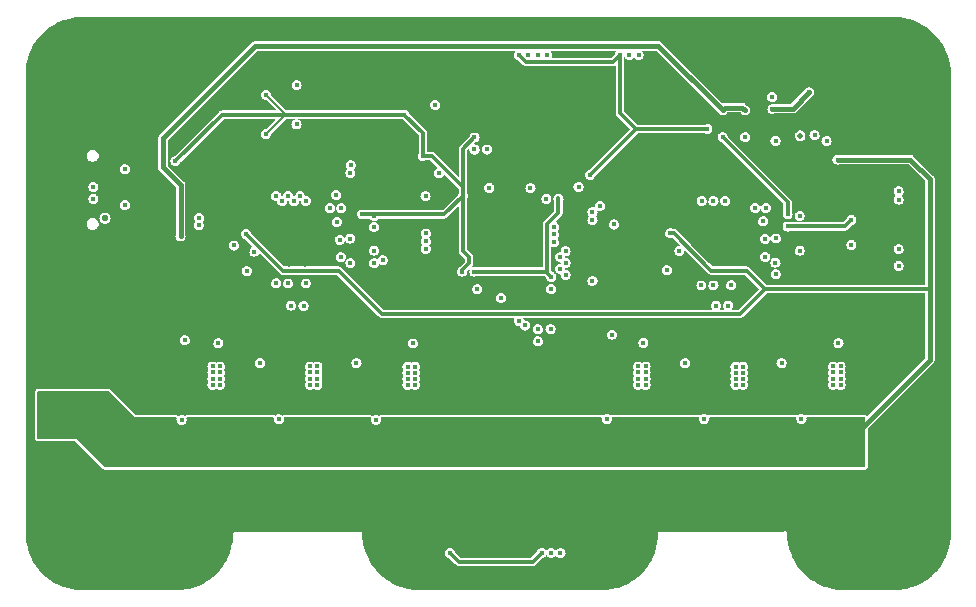
<source format=gbr>
%TF.GenerationSoftware,KiCad,Pcbnew,(6.0.4)*%
%TF.CreationDate,2023-01-05T12:04:55+08:00*%
%TF.ProjectId,FOC_Power,464f435f-506f-4776-9572-2e6b69636164,rev?*%
%TF.SameCoordinates,Original*%
%TF.FileFunction,Copper,L3,Inr*%
%TF.FilePolarity,Positive*%
%FSLAX46Y46*%
G04 Gerber Fmt 4.6, Leading zero omitted, Abs format (unit mm)*
G04 Created by KiCad (PCBNEW (6.0.4)) date 2023-01-05 12:04:55*
%MOMM*%
%LPD*%
G01*
G04 APERTURE LIST*
G04 Aperture macros list*
%AMRoundRect*
0 Rectangle with rounded corners*
0 $1 Rounding radius*
0 $2 $3 $4 $5 $6 $7 $8 $9 X,Y pos of 4 corners*
0 Add a 4 corners polygon primitive as box body*
4,1,4,$2,$3,$4,$5,$6,$7,$8,$9,$2,$3,0*
0 Add four circle primitives for the rounded corners*
1,1,$1+$1,$2,$3*
1,1,$1+$1,$4,$5*
1,1,$1+$1,$6,$7*
1,1,$1+$1,$8,$9*
0 Add four rect primitives between the rounded corners*
20,1,$1+$1,$2,$3,$4,$5,0*
20,1,$1+$1,$4,$5,$6,$7,0*
20,1,$1+$1,$6,$7,$8,$9,0*
20,1,$1+$1,$8,$9,$2,$3,0*%
G04 Aperture macros list end*
%TA.AperFunction,ComponentPad*%
%ADD10C,0.499999*%
%TD*%
%TA.AperFunction,ComponentPad*%
%ADD11RoundRect,1.000000X-2.000000X1.000000X-2.000000X-1.000000X2.000000X-1.000000X2.000000X1.000000X0*%
%TD*%
%TA.AperFunction,ComponentPad*%
%ADD12C,5.500000*%
%TD*%
%TA.AperFunction,ComponentPad*%
%ADD13O,1.700000X0.900000*%
%TD*%
%TA.AperFunction,ComponentPad*%
%ADD14O,2.000000X0.900000*%
%TD*%
%TA.AperFunction,ViaPad*%
%ADD15C,0.450000*%
%TD*%
%TA.AperFunction,ViaPad*%
%ADD16C,0.500000*%
%TD*%
%TA.AperFunction,ViaPad*%
%ADD17C,0.550000*%
%TD*%
%TA.AperFunction,Conductor*%
%ADD18C,0.300000*%
%TD*%
%TA.AperFunction,Conductor*%
%ADD19C,0.400000*%
%TD*%
%TA.AperFunction,Conductor*%
%ADD20C,0.200000*%
%TD*%
G04 APERTURE END LIST*
D10*
%TO.N,GND*%
%TO.C,U7*%
X50960000Y-44200000D03*
X50960000Y-42830000D03*
X50960000Y-41690000D03*
X52330000Y-42830000D03*
X49820000Y-44200000D03*
X53470000Y-42830000D03*
X50960000Y-45340000D03*
X52330000Y-41690000D03*
X52330000Y-44200000D03*
X53470000Y-44200000D03*
X52330000Y-45340000D03*
X49820000Y-42830000D03*
%TD*%
D11*
%TO.N,GND*%
%TO.C,J3*%
X32660000Y-53105000D03*
%TO.N,+12V*%
X32660000Y-58105000D03*
%TD*%
D12*
%TO.N,GND*%
%TO.C,H2*%
X33505000Y-68125000D03*
%TD*%
D10*
%TO.N,GND*%
%TO.C,U2*%
X85830000Y-44150000D03*
X89480000Y-44150000D03*
X88340000Y-44150000D03*
X89480000Y-42780000D03*
X88340000Y-41640000D03*
X85830000Y-42780000D03*
X86970000Y-45290000D03*
X86970000Y-44150000D03*
X86970000Y-42780000D03*
X88340000Y-45290000D03*
X86970000Y-41640000D03*
X88340000Y-42780000D03*
%TD*%
D12*
%TO.N,GND*%
%TO.C,H3*%
X102175000Y-68115000D03*
%TD*%
%TO.N,GND*%
%TO.C,H4*%
X33495000Y-29205000D03*
%TD*%
%TO.N,GND*%
%TO.C,H1*%
X102175000Y-29235000D03*
%TD*%
D13*
%TO.N,GND*%
%TO.C,J2*%
X30660000Y-43375000D03*
D14*
X34830000Y-34735000D03*
X34830000Y-43375000D03*
D13*
X30660000Y-34735000D03*
%TD*%
D15*
%TO.N,+12V*%
X40575000Y-62315000D03*
X63305000Y-61765000D03*
X82965000Y-59365000D03*
X91135000Y-61765000D03*
X47325000Y-42775000D03*
X82975000Y-58775000D03*
X92915000Y-58775000D03*
X48745000Y-62335000D03*
X76585000Y-58775000D03*
X56915000Y-58785000D03*
X84745000Y-58775000D03*
X98845000Y-59675000D03*
X84285000Y-59075000D03*
X76115000Y-60925000D03*
X84745000Y-61185000D03*
X56895000Y-61765000D03*
X84285000Y-59665000D03*
X63315000Y-58765000D03*
X82975000Y-61185000D03*
X40135000Y-59075000D03*
X92895000Y-61775000D03*
X46975000Y-61765000D03*
X98845000Y-60925000D03*
X40125000Y-61455000D03*
X46525000Y-60915000D03*
X76565000Y-61775000D03*
X62855000Y-58505000D03*
X40135000Y-60935000D03*
X82515000Y-60925000D03*
X48745000Y-61775000D03*
X46535000Y-58515000D03*
X90685000Y-59075000D03*
X46985000Y-59925000D03*
X90685000Y-58515000D03*
X84285000Y-60925000D03*
X91145000Y-58775000D03*
X92455000Y-59075000D03*
X98845000Y-58525000D03*
X48295000Y-60925000D03*
X40575000Y-58785000D03*
X76125000Y-59075000D03*
X76575000Y-59365000D03*
X48295000Y-61485000D03*
X90685000Y-61475000D03*
X55135000Y-59365000D03*
X54695000Y-61475000D03*
X56445000Y-60915000D03*
X76115000Y-62075000D03*
X54685000Y-58515000D03*
X82515000Y-59075000D03*
X46525000Y-62065000D03*
X63305000Y-59355000D03*
X48745000Y-59925000D03*
X91135000Y-59365000D03*
X46995000Y-58775000D03*
X54695000Y-60915000D03*
X48755000Y-58775000D03*
X46985000Y-59365000D03*
X40585000Y-61175000D03*
X56445000Y-62065000D03*
X40125000Y-62025000D03*
X99295000Y-62335000D03*
X92455000Y-59665000D03*
X92905000Y-61185000D03*
X99305000Y-61185000D03*
X55145000Y-58775000D03*
X90685000Y-62065000D03*
X82965000Y-62335000D03*
X63305000Y-59915000D03*
X56905000Y-59375000D03*
X90685000Y-59665000D03*
X48295000Y-59665000D03*
X82965000Y-61775000D03*
X98845000Y-61485000D03*
X82515000Y-62075000D03*
X56905000Y-59935000D03*
X62855000Y-60915000D03*
X82965000Y-59925000D03*
X54695000Y-62065000D03*
X84735000Y-59925000D03*
X92905000Y-59365000D03*
X99295000Y-61775000D03*
X56455000Y-59085000D03*
X63305000Y-62325000D03*
X76575000Y-61185000D03*
X48745000Y-59365000D03*
X92455000Y-58515000D03*
X54685000Y-59075000D03*
X91145000Y-61175000D03*
X46535000Y-59665000D03*
X56895000Y-62325000D03*
X76125000Y-58515000D03*
X46975000Y-62325000D03*
X92905000Y-59925000D03*
X84735000Y-61775000D03*
X62855000Y-62065000D03*
X46525000Y-61475000D03*
X48295000Y-58515000D03*
X56455000Y-58525000D03*
X63315000Y-61175000D03*
X48755000Y-61185000D03*
X54685000Y-59665000D03*
X99295000Y-59935000D03*
X40575000Y-59915000D03*
X90685000Y-60915000D03*
X98845000Y-59085000D03*
X56445000Y-61475000D03*
X92895000Y-62335000D03*
X56905000Y-61175000D03*
X46985000Y-61175000D03*
X76115000Y-61485000D03*
X82515000Y-58515000D03*
X55145000Y-62325000D03*
X99295000Y-59375000D03*
X62855000Y-59065000D03*
X97415000Y-36487500D03*
X82515000Y-61485000D03*
X84285000Y-62075000D03*
X40135000Y-58525000D03*
X84285000Y-61485000D03*
X84285000Y-58515000D03*
X92445000Y-61485000D03*
X55145000Y-61765000D03*
X82515000Y-59665000D03*
X62855000Y-61475000D03*
X83235000Y-42715000D03*
X55135000Y-59925000D03*
X62855000Y-59655000D03*
X91135000Y-62325000D03*
X76565000Y-62335000D03*
X46535000Y-59075000D03*
X40575000Y-61755000D03*
X76575000Y-59925000D03*
X98845000Y-62075000D03*
X99305000Y-58785000D03*
X92445000Y-60925000D03*
X76125000Y-59665000D03*
X92445000Y-62075000D03*
X48295000Y-62075000D03*
X55155000Y-61175000D03*
X40135000Y-59655000D03*
X48295000Y-59075000D03*
X91135000Y-59925000D03*
X56455000Y-59675000D03*
X40575000Y-59355000D03*
X84735000Y-62335000D03*
X84735000Y-59365000D03*
%TO.N,GND*%
X37075000Y-36285000D03*
X42315000Y-36625000D03*
X39215000Y-56085000D03*
X39215000Y-54015000D03*
X98590000Y-40520000D03*
X102585000Y-40575000D03*
X47415000Y-33535000D03*
X74595000Y-54495000D03*
X37085000Y-41335000D03*
X98585000Y-42645000D03*
X75215000Y-53985000D03*
X39215000Y-53505000D03*
X72765000Y-40775000D03*
X38595000Y-53505000D03*
X75215000Y-54495000D03*
D16*
X95485000Y-32250000D03*
D15*
X65645000Y-45015000D03*
X60885000Y-41975000D03*
X38595000Y-54525000D03*
X39215000Y-55045000D03*
X39325000Y-35615000D03*
X73645000Y-27635000D03*
X65955000Y-47475000D03*
X69115000Y-25685000D03*
X82685000Y-25685000D03*
X38595000Y-55045000D03*
X68295000Y-71735000D03*
X77645000Y-25685000D03*
X74595000Y-53475000D03*
X38595000Y-54015000D03*
X88775000Y-25685000D03*
X38595000Y-56085000D03*
X39215000Y-54525000D03*
X75215000Y-53475000D03*
X86395000Y-32935000D03*
X39215000Y-55565000D03*
X81375000Y-27625000D03*
X75215000Y-55535000D03*
X47405000Y-30185000D03*
X88635000Y-32715000D03*
X72205000Y-47445000D03*
X74595000Y-56055000D03*
X85385000Y-25685000D03*
X66655000Y-39535000D03*
X40819500Y-39465000D03*
X74595000Y-53985000D03*
X74595000Y-55015000D03*
X45285000Y-41815000D03*
X74915000Y-25675000D03*
X59150660Y-31855000D03*
X66995000Y-69795000D03*
X102585000Y-41975000D03*
X38595000Y-55565000D03*
X57115000Y-46205000D03*
X75215000Y-55015000D03*
X75215000Y-56055000D03*
X74595000Y-55535000D03*
%TO.N,+3V3*%
X73785000Y-39815000D03*
X65645000Y-45975000D03*
X86395000Y-33895000D03*
X102585000Y-44075000D03*
X98585000Y-43715000D03*
X93185000Y-41125000D03*
X65695000Y-39545000D03*
X48995000Y-34345000D03*
X87685000Y-34595000D03*
X58175000Y-41252500D03*
X93185000Y-42155000D03*
X62305000Y-36195000D03*
X60740660Y-32685000D03*
X73175000Y-46415000D03*
X66675000Y-34615000D03*
X41355000Y-36625000D03*
X98585000Y-41585000D03*
X57175000Y-41135000D03*
X72045000Y-51875000D03*
X49010660Y-31005000D03*
X72355000Y-69795000D03*
X70435000Y-27630724D03*
X56155000Y-43175000D03*
X78970000Y-27630724D03*
X64595000Y-69795000D03*
X66915000Y-47475000D03*
X76475000Y-37785000D03*
X92175000Y-43165000D03*
X66665000Y-45975000D03*
%TO.N,/BOOT0*%
X67923556Y-38896444D03*
%TO.N,/KEY_ENT*%
X51616320Y-30185000D03*
X56188996Y-36976922D03*
%TO.N,/KEY_SEL*%
X51610660Y-33515000D03*
X56165000Y-37625981D03*
%TO.N,/VCAP_1*%
X73165000Y-47445000D03*
%TO.N,/VCAP_2*%
X72765000Y-39815000D03*
%TO.N,Net-(C18-Pad1)*%
X95465000Y-34435000D03*
%TO.N,+5V*%
X94995000Y-30805000D03*
X41785596Y-42995000D03*
X40295000Y-37149500D03*
X91905000Y-32185000D03*
X87685000Y-32320000D03*
X92165000Y-34895000D03*
X102585000Y-45475000D03*
X89585000Y-32320000D03*
D16*
%TO.N,Net-(C23-Pad1)*%
X94245000Y-34480000D03*
D15*
%TO.N,Net-(C26-Pad2)*%
X91885000Y-31185000D03*
%TO.N,Net-(C32-Pad2)*%
X89585000Y-34595000D03*
%TO.N,/SOC0*%
X73415000Y-43484023D03*
X92175000Y-46205000D03*
%TO.N,/SOB0*%
X92155001Y-45214999D03*
X73415000Y-42834520D03*
%TO.N,/SOA0*%
X73415000Y-42185404D03*
X91295000Y-44715499D03*
%TO.N,/Motor0/SPC*%
X97045000Y-54515000D03*
X97045000Y-55035000D03*
X97665000Y-55035000D03*
X97490000Y-52045000D03*
X97665000Y-55555000D03*
X97665000Y-54005000D03*
X97665000Y-54515000D03*
X97045000Y-55555000D03*
X97045000Y-54005000D03*
%TO.N,/Motor0/SPB*%
X88775000Y-55045000D03*
X85884461Y-47140527D03*
X89395000Y-54015000D03*
X88775000Y-54015000D03*
X89395000Y-54525000D03*
X88775000Y-55565000D03*
X89395000Y-55045000D03*
X88775000Y-54525000D03*
X89395000Y-55565000D03*
%TO.N,/Motor0/SPA*%
X81155000Y-54005000D03*
X80535000Y-55555000D03*
X80535000Y-55035000D03*
X81155000Y-55555000D03*
X81155000Y-55035000D03*
X80975000Y-52015000D03*
X81155000Y-54515000D03*
X80535000Y-54515000D03*
X80535000Y-54005000D03*
%TO.N,/SOB1*%
X56165000Y-45264988D03*
X58183501Y-45264988D03*
%TO.N,/SOA1*%
X55345000Y-44765499D03*
X58902527Y-45012542D03*
%TO.N,/Motor1/SPC*%
X61460000Y-52055000D03*
X61005000Y-54015000D03*
X61005000Y-55565000D03*
X61625000Y-55565000D03*
X61005000Y-54525000D03*
X61625000Y-55045000D03*
X61625000Y-54525000D03*
X61625000Y-54015000D03*
X61005000Y-55045000D03*
%TO.N,/Motor1/SPB*%
X52755000Y-55555000D03*
X52755000Y-54515000D03*
X53375000Y-54005000D03*
X52755000Y-55035000D03*
X53375000Y-55555000D03*
X52755000Y-54005000D03*
X53375000Y-54515000D03*
X49895500Y-46965000D03*
X53375000Y-55035000D03*
%TO.N,/Motor1/SPA*%
X44495000Y-54515000D03*
X45115000Y-55035000D03*
X45115000Y-54515000D03*
X45115000Y-54005000D03*
X44495000Y-55555000D03*
X44495000Y-55035000D03*
X44495000Y-54005000D03*
X45115000Y-55555000D03*
X44990000Y-52045000D03*
%TO.N,Net-(D1-Pad1)*%
X94205000Y-41247500D03*
%TO.N,Net-(D2-Pad2)*%
X75485000Y-38785000D03*
D17*
%TO.N,VBUS*%
X35395000Y-41455000D03*
D15*
%TO.N,Net-(D8-Pad1)*%
X58165000Y-42205000D03*
%TO.N,/Motor0/SHC*%
X88404500Y-47125000D03*
X92675000Y-53725000D03*
%TO.N,/Motor0/SHB*%
X84512500Y-53725000D03*
X86904500Y-47141081D03*
%TO.N,/Motor0/SHA*%
X84025000Y-44215000D03*
X82965000Y-45849020D03*
%TO.N,Net-(J2-PadA5)*%
X37075000Y-40315000D03*
%TO.N,/D-*%
X34405000Y-39804500D03*
X34405000Y-38805500D03*
%TO.N,Net-(J2-PadB5)*%
X37075000Y-37305000D03*
%TO.N,/Motor1/SHC*%
X56680000Y-53725000D03*
X52395500Y-46975000D03*
%TO.N,/Motor1/SHB*%
X50895500Y-46975000D03*
X48517500Y-53725000D03*
%TO.N,/Motor1/SHA*%
X48045000Y-44285000D03*
X47393338Y-45937358D03*
%TO.N,/FAULT0*%
X91279498Y-43214499D03*
%TO.N,/I2C2_SDA*%
X73955000Y-69795000D03*
X73115000Y-50855000D03*
%TO.N,/I2C2_SCL*%
X73155000Y-69795000D03*
X72040000Y-50850000D03*
%TO.N,/I2C1_SDA*%
X102585000Y-39175000D03*
X66675000Y-35635000D03*
%TO.N,/I2C1_SCL*%
X67715000Y-35635000D03*
X102585000Y-39875000D03*
%TO.N,Net-(R14-Pad2)*%
X96485000Y-34925000D03*
%TO.N,/FAULT1*%
X55276800Y-43285011D03*
%TO.N,Net-(R31-Pad2)*%
X58175000Y-44195000D03*
X55025000Y-41755000D03*
%TO.N,/NRST*%
X63350660Y-31855000D03*
X62545000Y-42744500D03*
X63665000Y-37625981D03*
X62530348Y-39589652D03*
%TO.N,/SPI1_MOSI*%
X71235000Y-27630724D03*
%TO.N,/SPI1_MISO*%
X72035000Y-27630724D03*
%TO.N,/SPI1_SCK*%
X72835000Y-27630724D03*
%TO.N,/INLB0*%
X86904500Y-40001522D03*
X70425000Y-50132441D03*
%TO.N,/INLC0*%
X70934205Y-50535633D03*
X85905000Y-39995000D03*
%TO.N,/INLA0*%
X76665000Y-46745000D03*
X87905000Y-39995000D03*
%TO.N,/User_LED*%
X71415000Y-38915000D03*
%TO.N,/USART1_TX*%
X43356998Y-41414693D03*
%TO.N,/USART1_RX*%
X43342369Y-42064031D03*
%TO.N,/EN0*%
X91335000Y-40575000D03*
X78486460Y-41985500D03*
%TO.N,/CAL0*%
X77312505Y-40413700D03*
X90445000Y-40575000D03*
%TO.N,/EN1*%
X55395000Y-40615000D03*
X62545000Y-43394003D03*
%TO.N,/CAL1*%
X62545000Y-44043506D03*
X54445000Y-40605000D03*
%TO.N,/INHA1*%
X74387559Y-45245000D03*
X52394902Y-40004304D03*
%TO.N,/INLA1*%
X68925000Y-48207559D03*
X54961573Y-39473529D03*
X51895402Y-39583034D03*
%TO.N,/INHB1*%
X51395000Y-40005000D03*
X73926630Y-44744500D03*
%TO.N,/INLB1*%
X50895500Y-39578037D03*
X74387559Y-46245000D03*
%TO.N,/INHC1*%
X74387559Y-44245000D03*
X50395000Y-40005000D03*
%TO.N,/INLC1*%
X49895500Y-39584045D03*
X73935000Y-45744500D03*
%TO.N,Net-(Q7-Pad2)*%
X42145000Y-51785000D03*
X46305000Y-43765000D03*
X41875000Y-58515000D03*
%TO.N,Net-(Q9-Pad2)*%
X50105000Y-58474998D03*
X51165000Y-48855000D03*
%TO.N,Net-(Q11-Pad2)*%
X52205000Y-48865000D03*
X58325000Y-58525000D03*
%TO.N,Net-(Q1-Pad2)*%
X77875000Y-58465000D03*
X78325000Y-51315000D03*
%TO.N,Net-(Q3-Pad2)*%
X86105000Y-58465000D03*
X87115000Y-48855000D03*
%TO.N,Net-(Q5-Pad2)*%
X88165000Y-48855000D03*
X94355000Y-58465000D03*
%TO.N,Net-(R24-Pad2)*%
X91120980Y-41715500D03*
X94205000Y-44195000D03*
%TO.N,/USART3_RX*%
X79770000Y-27630724D03*
%TO.N,/USART3_TX*%
X80570000Y-27630724D03*
%TO.N,/CAN1_TX*%
X76663200Y-40913200D03*
%TO.N,/CAN1_RX*%
X76662790Y-41619882D03*
%TD*%
D18*
%TO.N,+12V*%
X91272126Y-47445000D02*
X89172126Y-49545000D01*
X83547164Y-42715000D02*
X83285000Y-42715000D01*
X91272126Y-47445000D02*
X89716636Y-45889510D01*
X50445000Y-45895000D02*
X47325000Y-42775000D01*
X89172126Y-49545000D02*
X58825000Y-49545000D01*
D19*
X99305000Y-58785000D02*
X99305000Y-59365000D01*
X99305000Y-59365000D02*
X99295000Y-59375000D01*
X98995000Y-59675000D02*
X99295000Y-59375000D01*
X98845000Y-59085000D02*
X99005000Y-59085000D01*
X105225000Y-53445000D02*
X105225000Y-47445000D01*
X98845000Y-58525000D02*
X99045000Y-58525000D01*
X99035000Y-59675000D02*
X99295000Y-59935000D01*
D20*
X83285000Y-42715000D02*
X83235000Y-42715000D01*
D19*
X105225000Y-47445000D02*
X105225000Y-38135000D01*
D18*
X55175000Y-45895000D02*
X50445000Y-45895000D01*
D19*
X98845000Y-59675000D02*
X98995000Y-59675000D01*
X99045000Y-58525000D02*
X99305000Y-58785000D01*
X98845000Y-58525000D02*
X98845000Y-59675000D01*
X105225000Y-38135000D02*
X103577500Y-36487500D01*
D18*
X86721674Y-45889510D02*
X83547164Y-42715000D01*
X105225000Y-47445000D02*
X91272126Y-47445000D01*
D19*
X99005000Y-59085000D02*
X99295000Y-59375000D01*
D18*
X89716636Y-45889510D02*
X86721674Y-45889510D01*
D19*
X98845000Y-59675000D02*
X99035000Y-59675000D01*
X99305000Y-58785000D02*
X99145000Y-58785000D01*
X99145000Y-58785000D02*
X98845000Y-59085000D01*
X103577500Y-36487500D02*
X97415000Y-36487500D01*
X99295000Y-59935000D02*
X99295000Y-59375000D01*
D18*
X58825000Y-49545000D02*
X55175000Y-45895000D01*
D19*
X99295000Y-59375000D02*
X105225000Y-53445000D01*
D20*
%TO.N,+3V3*%
X50690660Y-32685000D02*
X49010660Y-31005000D01*
D18*
X60740660Y-32685000D02*
X50690660Y-32685000D01*
X62305000Y-34249340D02*
X60740660Y-32685000D01*
X65695000Y-44252518D02*
X66219511Y-44777029D01*
D20*
X50690660Y-32685000D02*
X50655000Y-32685000D01*
D18*
X73785000Y-41002922D02*
X72840489Y-41947433D01*
X73785000Y-39815000D02*
X73725000Y-39755000D01*
X65695000Y-39545000D02*
X65695000Y-35595000D01*
X65695000Y-38843499D02*
X63046501Y-36195000D01*
X86395000Y-33895000D02*
X80365000Y-33895000D01*
D20*
X86395000Y-33895000D02*
X80345000Y-33895000D01*
D18*
X72355000Y-69795000D02*
X71605000Y-70545000D01*
X65695000Y-35595000D02*
X66675000Y-34615000D01*
X65645000Y-45827482D02*
X65645000Y-45975000D01*
X66219511Y-44777029D02*
X66219511Y-45252971D01*
X63046501Y-36195000D02*
X62305000Y-36195000D01*
X64105000Y-41135000D02*
X57175000Y-41135000D01*
X98015000Y-42155000D02*
X93185000Y-42155000D01*
X98585000Y-41585000D02*
X98015000Y-42155000D01*
X78385724Y-28215000D02*
X71006794Y-28215000D01*
X50655000Y-32685000D02*
X45295000Y-32685000D01*
X80365000Y-33895000D02*
X76475000Y-37785000D01*
X65695000Y-39545000D02*
X64105000Y-41135000D01*
X65345000Y-70545000D02*
X64595000Y-69795000D01*
X72735000Y-45975000D02*
X66665000Y-45975000D01*
X78970000Y-32520000D02*
X78970000Y-27630724D01*
X45295000Y-32685000D02*
X41355000Y-36625000D01*
X71605000Y-70545000D02*
X65345000Y-70545000D01*
X73175000Y-46415000D02*
X72735000Y-45975000D01*
X65695000Y-39545000D02*
X65695000Y-44252518D01*
D20*
X50655000Y-32685000D02*
X48995000Y-34345000D01*
D18*
X73785000Y-39815000D02*
X73785000Y-41002922D01*
X72840489Y-41947433D02*
X72840489Y-46080489D01*
X65695000Y-39545000D02*
X65695000Y-38843499D01*
X78970000Y-27630724D02*
X78385724Y-28215000D01*
X73785000Y-39815000D02*
X73785000Y-39825000D01*
X70435000Y-27643206D02*
X70435000Y-27630724D01*
X71006794Y-28215000D02*
X70435000Y-27643206D01*
X62305000Y-36195000D02*
X62305000Y-34249340D01*
X80345000Y-33895000D02*
X78970000Y-32520000D01*
X72840489Y-46080489D02*
X73175000Y-46415000D01*
X87685000Y-34595000D02*
X93185000Y-40095000D01*
X93185000Y-40095000D02*
X93185000Y-41125000D01*
X66219511Y-45252971D02*
X65645000Y-45827482D01*
D19*
%TO.N,+5V*%
X87685000Y-32320000D02*
X82250000Y-26885000D01*
X89585000Y-32320000D02*
X89355489Y-32090489D01*
X41785596Y-38640096D02*
X41785596Y-42995000D01*
X40305000Y-37139500D02*
X40295000Y-37149500D01*
X91905000Y-32185000D02*
X93615000Y-32185000D01*
X40295000Y-37149500D02*
X41785596Y-38640096D01*
X82250000Y-26885000D02*
X48105000Y-26885000D01*
X89355489Y-32090489D02*
X87914511Y-32090489D01*
X87914511Y-32090489D02*
X87685000Y-32320000D01*
X40305000Y-34685000D02*
X40305000Y-37139500D01*
X93615000Y-32185000D02*
X94995000Y-30805000D01*
X48105000Y-26885000D02*
X40305000Y-34685000D01*
%TD*%
%TA.AperFunction,Conductor*%
%TO.N,GND*%
G36*
X102160478Y-24411746D02*
G01*
X102174686Y-24415013D01*
X102180068Y-24413795D01*
X102180069Y-24413795D01*
X102183001Y-24413131D01*
X102185057Y-24412666D01*
X102198008Y-24411504D01*
X102593346Y-24428766D01*
X102597590Y-24429136D01*
X102804124Y-24456327D01*
X103010652Y-24483517D01*
X103014847Y-24484256D01*
X103421600Y-24574432D01*
X103425708Y-24575533D01*
X103823039Y-24700811D01*
X103827055Y-24702273D01*
X103989561Y-24769585D01*
X104211943Y-24861698D01*
X104215805Y-24863498D01*
X104283120Y-24898540D01*
X104585358Y-25055875D01*
X104589050Y-25058007D01*
X104940414Y-25281850D01*
X104940420Y-25281854D01*
X104943921Y-25284306D01*
X105274424Y-25537911D01*
X105277699Y-25540658D01*
X105584871Y-25822128D01*
X105587872Y-25825129D01*
X105791300Y-26047133D01*
X105869342Y-26132301D01*
X105872089Y-26135576D01*
X106125694Y-26466079D01*
X106128143Y-26469576D01*
X106175692Y-26544212D01*
X106351987Y-26820940D01*
X106354124Y-26824640D01*
X106525709Y-27154251D01*
X106546499Y-27194189D01*
X106548302Y-27198057D01*
X106584522Y-27285500D01*
X106707727Y-27582945D01*
X106709189Y-27586961D01*
X106834467Y-27984292D01*
X106835568Y-27988400D01*
X106925744Y-28395153D01*
X106926483Y-28399348D01*
X106980863Y-28812403D01*
X106981235Y-28816662D01*
X106998478Y-29211601D01*
X106997279Y-29224718D01*
X106994987Y-29234686D01*
X106996205Y-29240067D01*
X106998292Y-29249292D01*
X106999500Y-29260106D01*
X106999500Y-68099953D01*
X106998298Y-68110742D01*
X106994987Y-68125411D01*
X106996226Y-68130787D01*
X106997374Y-68135767D01*
X106998586Y-68148716D01*
X106982900Y-68543446D01*
X106982543Y-68547716D01*
X106929776Y-68960280D01*
X106929047Y-68964504D01*
X106840432Y-69370881D01*
X106839337Y-69375024D01*
X106715553Y-69772104D01*
X106714100Y-69776136D01*
X106556428Y-70160067D01*
X106556092Y-70160885D01*
X106554296Y-70164765D01*
X106363437Y-70533919D01*
X106363271Y-70534240D01*
X106361139Y-70537955D01*
X106140160Y-70886800D01*
X106138564Y-70889319D01*
X106136119Y-70892829D01*
X106009903Y-71058119D01*
X105883693Y-71223402D01*
X105880946Y-71226691D01*
X105736845Y-71384622D01*
X105601850Y-71532574D01*
X105600605Y-71533938D01*
X105597583Y-71536973D01*
X105372424Y-71744082D01*
X105291450Y-71818565D01*
X105288184Y-71821315D01*
X104958616Y-72075080D01*
X104955139Y-72077523D01*
X104742650Y-72213329D01*
X104604659Y-72301521D01*
X104600950Y-72303669D01*
X104232243Y-72496182D01*
X104228378Y-72497989D01*
X103844267Y-72657547D01*
X103840256Y-72659011D01*
X103667353Y-72713676D01*
X103443665Y-72784397D01*
X103439526Y-72785509D01*
X103184154Y-72842274D01*
X103033504Y-72875761D01*
X103029295Y-72876505D01*
X102685872Y-72921834D01*
X102616935Y-72930933D01*
X102612666Y-72931307D01*
X102218398Y-72948566D01*
X102205277Y-72947367D01*
X102195314Y-72945076D01*
X102180708Y-72948381D01*
X102169894Y-72949589D01*
X97991112Y-72949589D01*
X97980036Y-72948321D01*
X97971048Y-72946235D01*
X97971047Y-72946235D01*
X97965673Y-72944988D01*
X97960288Y-72946195D01*
X97955291Y-72947315D01*
X97942345Y-72948451D01*
X97672289Y-72936150D01*
X97547235Y-72930454D01*
X97542989Y-72930075D01*
X97292172Y-72896630D01*
X97130214Y-72875034D01*
X97126030Y-72874290D01*
X96719602Y-72783572D01*
X96715501Y-72782467D01*
X96516994Y-72719612D01*
X96318496Y-72656759D01*
X96314491Y-72655296D01*
X96077681Y-72556930D01*
X95929928Y-72495555D01*
X95926071Y-72493753D01*
X95925341Y-72493372D01*
X95556859Y-72301189D01*
X95553168Y-72299055D01*
X95202072Y-72075109D01*
X95198581Y-72072661D01*
X95018878Y-71934675D01*
X94868312Y-71819061D01*
X94865048Y-71816322D01*
X94817566Y-71772803D01*
X94558056Y-71534953D01*
X94555044Y-71531941D01*
X94273678Y-71224952D01*
X94270937Y-71221686D01*
X94017339Y-70891419D01*
X94014891Y-70887928D01*
X93790945Y-70536832D01*
X93788811Y-70533140D01*
X93620852Y-70211105D01*
X93596245Y-70163924D01*
X93594442Y-70160067D01*
X93593992Y-70158982D01*
X93531496Y-70008530D01*
X93434704Y-69775509D01*
X93433241Y-69771504D01*
X93329768Y-69444722D01*
X93307533Y-69374499D01*
X93306426Y-69370390D01*
X93306272Y-69369697D01*
X93215710Y-68963970D01*
X93214965Y-68959781D01*
X93159925Y-68547011D01*
X93159546Y-68542765D01*
X93142020Y-68158009D01*
X93141566Y-68148042D01*
X93142739Y-68134932D01*
X93145013Y-68124955D01*
X93127186Y-68046895D01*
X93098093Y-68010404D01*
X93080713Y-67988605D01*
X93077271Y-67984288D01*
X93072300Y-67981892D01*
X93072299Y-67981891D01*
X93010113Y-67951916D01*
X93010112Y-67951916D01*
X93005144Y-67949521D01*
X92999629Y-67949517D01*
X92999627Y-67949517D01*
X92965065Y-67949495D01*
X92925075Y-67949470D01*
X92920101Y-67951860D01*
X92857877Y-67981758D01*
X92857875Y-67981759D01*
X92852904Y-67984148D01*
X92849458Y-67988459D01*
X92835362Y-68006094D01*
X92802518Y-68024198D01*
X92797087Y-68024500D01*
X82582905Y-68024500D01*
X82548257Y-68010148D01*
X82544650Y-68006120D01*
X82527024Y-67984091D01*
X82454836Y-67949450D01*
X82449321Y-67949456D01*
X82449320Y-67949456D01*
X82414995Y-67949495D01*
X82374766Y-67949540D01*
X82369798Y-67951938D01*
X82308129Y-67981704D01*
X82302657Y-67984345D01*
X82252774Y-68046978D01*
X82234987Y-68125047D01*
X82236215Y-68130424D01*
X82236215Y-68130425D01*
X82237354Y-68135410D01*
X82238542Y-68148360D01*
X82222109Y-68542867D01*
X82221745Y-68547126D01*
X82168306Y-68959415D01*
X82167572Y-68963627D01*
X82078403Y-69369689D01*
X82077304Y-69373820D01*
X81953082Y-69770566D01*
X81951629Y-69774586D01*
X81793301Y-70158996D01*
X81791502Y-70162874D01*
X81600272Y-70532021D01*
X81598142Y-70535727D01*
X81560705Y-70594752D01*
X81375828Y-70886236D01*
X81375470Y-70886800D01*
X81373029Y-70890301D01*
X81120599Y-71220638D01*
X81117858Y-71223918D01*
X80837594Y-71531000D01*
X80834577Y-71534028D01*
X80528636Y-71815496D01*
X80525367Y-71818251D01*
X80196039Y-72071998D01*
X80192542Y-72074457D01*
X80187740Y-72077530D01*
X79842341Y-72298542D01*
X79838665Y-72300673D01*
X79470280Y-72493376D01*
X79466419Y-72495186D01*
X79458289Y-72498573D01*
X79082634Y-72655050D01*
X79078621Y-72656520D01*
X78792342Y-72747411D01*
X78682383Y-72782322D01*
X78682367Y-72782327D01*
X78678244Y-72783440D01*
X78667993Y-72785734D01*
X78272546Y-72874227D01*
X78268337Y-72874978D01*
X78170445Y-72888064D01*
X77856251Y-72930064D01*
X77852017Y-72930443D01*
X77457958Y-72948433D01*
X77444838Y-72947259D01*
X77440249Y-72946213D01*
X77440247Y-72946213D01*
X77434867Y-72944987D01*
X77421469Y-72948047D01*
X77420101Y-72948359D01*
X77409192Y-72949589D01*
X62064165Y-72949589D01*
X62053280Y-72948365D01*
X62043931Y-72946235D01*
X61994953Y-72935076D01*
X61989576Y-72936304D01*
X61989575Y-72936304D01*
X61984590Y-72937443D01*
X61971640Y-72938631D01*
X61577134Y-72922198D01*
X61572875Y-72921834D01*
X61160586Y-72868395D01*
X61156374Y-72867661D01*
X61040765Y-72842274D01*
X60750291Y-72778487D01*
X60746180Y-72777394D01*
X60516829Y-72705584D01*
X60349436Y-72653172D01*
X60345416Y-72651718D01*
X59961016Y-72493393D01*
X59957138Y-72491595D01*
X59587981Y-72300361D01*
X59584275Y-72298231D01*
X59236312Y-72077530D01*
X59233199Y-72075555D01*
X59229696Y-72073113D01*
X59189705Y-72042553D01*
X58899363Y-71820685D01*
X58896085Y-71817945D01*
X58589004Y-71537681D01*
X58585976Y-71534665D01*
X58304508Y-71228724D01*
X58301753Y-71225455D01*
X58048007Y-70896128D01*
X58045548Y-70892631D01*
X58027299Y-70864111D01*
X57821465Y-70542431D01*
X57819332Y-70538752D01*
X57626631Y-70170368D01*
X57624820Y-70166506D01*
X57470071Y-69795000D01*
X64164196Y-69795000D01*
X64185281Y-69928126D01*
X64187031Y-69931560D01*
X64244721Y-70044783D01*
X64246472Y-70048220D01*
X64341780Y-70143528D01*
X64345213Y-70145277D01*
X64345214Y-70145278D01*
X64386655Y-70166393D01*
X64461874Y-70204719D01*
X64465681Y-70205322D01*
X64502190Y-70211105D01*
X64529172Y-70224854D01*
X65067013Y-70762695D01*
X65073530Y-70770764D01*
X65079976Y-70780748D01*
X65079980Y-70780752D01*
X65082175Y-70784152D01*
X65109658Y-70805818D01*
X65113960Y-70809642D01*
X65117746Y-70813428D01*
X65119393Y-70814605D01*
X65133551Y-70824723D01*
X65135387Y-70826100D01*
X65173811Y-70856392D01*
X65177630Y-70857733D01*
X65181182Y-70859686D01*
X65181053Y-70859921D01*
X65181620Y-70860216D01*
X65181738Y-70859975D01*
X65185374Y-70861756D01*
X65188669Y-70864111D01*
X65192548Y-70865271D01*
X65235568Y-70878137D01*
X65237761Y-70878850D01*
X65283906Y-70895055D01*
X65286975Y-70895321D01*
X65286976Y-70895321D01*
X65287992Y-70895409D01*
X65287995Y-70895409D01*
X65288205Y-70895427D01*
X65288209Y-70895428D01*
X65289044Y-70895500D01*
X65289038Y-70895567D01*
X65292529Y-70896156D01*
X65292564Y-70895876D01*
X65296582Y-70896384D01*
X65300463Y-70897544D01*
X65304512Y-70897385D01*
X65351521Y-70895538D01*
X65353445Y-70895500D01*
X71562374Y-70895500D01*
X71572687Y-70896598D01*
X71584297Y-70899098D01*
X71584300Y-70899098D01*
X71588261Y-70899951D01*
X71622995Y-70895840D01*
X71628753Y-70895500D01*
X71634115Y-70895500D01*
X71653308Y-70892306D01*
X71655554Y-70891986D01*
X71704138Y-70886236D01*
X71707791Y-70884482D01*
X71711677Y-70883353D01*
X71711752Y-70883611D01*
X71712362Y-70883417D01*
X71712276Y-70883165D01*
X71716108Y-70881853D01*
X71720103Y-70881188D01*
X71725758Y-70878137D01*
X71759953Y-70859686D01*
X71763176Y-70857947D01*
X71765229Y-70856901D01*
X71806548Y-70837060D01*
X71809326Y-70835726D01*
X71813274Y-70832408D01*
X71813319Y-70832462D01*
X71816204Y-70830411D01*
X71816029Y-70830185D01*
X71819234Y-70827699D01*
X71822794Y-70825778D01*
X71825540Y-70822808D01*
X71825542Y-70822806D01*
X71857482Y-70788253D01*
X71858816Y-70786866D01*
X72420828Y-70224854D01*
X72447810Y-70211105D01*
X72484319Y-70205322D01*
X72488126Y-70204719D01*
X72563345Y-70166393D01*
X72604786Y-70145278D01*
X72604787Y-70145277D01*
X72608220Y-70143528D01*
X72703528Y-70048220D01*
X72705277Y-70044786D01*
X72705280Y-70044783D01*
X72711341Y-70032887D01*
X72739858Y-70008530D01*
X72777245Y-70011473D01*
X72798659Y-70032887D01*
X72804720Y-70044783D01*
X72804723Y-70044786D01*
X72806472Y-70048220D01*
X72901780Y-70143528D01*
X72905213Y-70145277D01*
X72905214Y-70145278D01*
X72946655Y-70166393D01*
X73021874Y-70204719D01*
X73025679Y-70205322D01*
X73025680Y-70205322D01*
X73151193Y-70225201D01*
X73155000Y-70225804D01*
X73158807Y-70225201D01*
X73284320Y-70205322D01*
X73284321Y-70205322D01*
X73288126Y-70204719D01*
X73363345Y-70166393D01*
X73404786Y-70145278D01*
X73404787Y-70145277D01*
X73408220Y-70143528D01*
X73503528Y-70048220D01*
X73505277Y-70044786D01*
X73505280Y-70044783D01*
X73511341Y-70032887D01*
X73539858Y-70008530D01*
X73577245Y-70011473D01*
X73598659Y-70032887D01*
X73604720Y-70044783D01*
X73604723Y-70044786D01*
X73606472Y-70048220D01*
X73701780Y-70143528D01*
X73705213Y-70145277D01*
X73705214Y-70145278D01*
X73746655Y-70166393D01*
X73821874Y-70204719D01*
X73825679Y-70205322D01*
X73825680Y-70205322D01*
X73951193Y-70225201D01*
X73955000Y-70225804D01*
X73958807Y-70225201D01*
X74084320Y-70205322D01*
X74084321Y-70205322D01*
X74088126Y-70204719D01*
X74163345Y-70166393D01*
X74204786Y-70145278D01*
X74204787Y-70145277D01*
X74208220Y-70143528D01*
X74303528Y-70048220D01*
X74305280Y-70044783D01*
X74362969Y-69931560D01*
X74364719Y-69928126D01*
X74385804Y-69795000D01*
X74373595Y-69717913D01*
X74365322Y-69665680D01*
X74365322Y-69665679D01*
X74364719Y-69661874D01*
X74311341Y-69557113D01*
X74305278Y-69545214D01*
X74305277Y-69545213D01*
X74303528Y-69541780D01*
X74208220Y-69446472D01*
X74204787Y-69444723D01*
X74204786Y-69444722D01*
X74106761Y-69394776D01*
X74088126Y-69385281D01*
X74084321Y-69384678D01*
X74084320Y-69384678D01*
X73958807Y-69364799D01*
X73955000Y-69364196D01*
X73951193Y-69364799D01*
X73825680Y-69384678D01*
X73825679Y-69384678D01*
X73821874Y-69385281D01*
X73803239Y-69394776D01*
X73705214Y-69444722D01*
X73705213Y-69444723D01*
X73701780Y-69446472D01*
X73606472Y-69541780D01*
X73604723Y-69545214D01*
X73604720Y-69545217D01*
X73598659Y-69557113D01*
X73570142Y-69581470D01*
X73532755Y-69578527D01*
X73511341Y-69557113D01*
X73505280Y-69545217D01*
X73505277Y-69545214D01*
X73503528Y-69541780D01*
X73408220Y-69446472D01*
X73404787Y-69444723D01*
X73404786Y-69444722D01*
X73306761Y-69394776D01*
X73288126Y-69385281D01*
X73284321Y-69384678D01*
X73284320Y-69384678D01*
X73158807Y-69364799D01*
X73155000Y-69364196D01*
X73151193Y-69364799D01*
X73025680Y-69384678D01*
X73025679Y-69384678D01*
X73021874Y-69385281D01*
X73003239Y-69394776D01*
X72905214Y-69444722D01*
X72905213Y-69444723D01*
X72901780Y-69446472D01*
X72806472Y-69541780D01*
X72804723Y-69545214D01*
X72804720Y-69545217D01*
X72798659Y-69557113D01*
X72770142Y-69581470D01*
X72732755Y-69578527D01*
X72711341Y-69557113D01*
X72705280Y-69545217D01*
X72705277Y-69545214D01*
X72703528Y-69541780D01*
X72608220Y-69446472D01*
X72604787Y-69444723D01*
X72604786Y-69444722D01*
X72506761Y-69394776D01*
X72488126Y-69385281D01*
X72484321Y-69384678D01*
X72484320Y-69384678D01*
X72358807Y-69364799D01*
X72355000Y-69364196D01*
X72351193Y-69364799D01*
X72225680Y-69384678D01*
X72225679Y-69384678D01*
X72221874Y-69385281D01*
X72203239Y-69394776D01*
X72105214Y-69444722D01*
X72105213Y-69444723D01*
X72101780Y-69446472D01*
X72006472Y-69541780D01*
X72004723Y-69545213D01*
X72004722Y-69545214D01*
X71998659Y-69557113D01*
X71945281Y-69661874D01*
X71944678Y-69665680D01*
X71944678Y-69665681D01*
X71938895Y-69702190D01*
X71925146Y-69729172D01*
X71474170Y-70180148D01*
X71439522Y-70194500D01*
X65510478Y-70194500D01*
X65475830Y-70180148D01*
X65024854Y-69729172D01*
X65011105Y-69702190D01*
X65005322Y-69665681D01*
X65005322Y-69665680D01*
X65004719Y-69661874D01*
X64951341Y-69557113D01*
X64945278Y-69545214D01*
X64945277Y-69545213D01*
X64943528Y-69541780D01*
X64848220Y-69446472D01*
X64844787Y-69444723D01*
X64844786Y-69444722D01*
X64746761Y-69394776D01*
X64728126Y-69385281D01*
X64724321Y-69384678D01*
X64724320Y-69384678D01*
X64598807Y-69364799D01*
X64595000Y-69364196D01*
X64591193Y-69364799D01*
X64465680Y-69384678D01*
X64465679Y-69384678D01*
X64461874Y-69385281D01*
X64443239Y-69394776D01*
X64345214Y-69444722D01*
X64345213Y-69444723D01*
X64341780Y-69446472D01*
X64246472Y-69541780D01*
X64244723Y-69545213D01*
X64244722Y-69545214D01*
X64238659Y-69557113D01*
X64185281Y-69661874D01*
X64184678Y-69665679D01*
X64184678Y-69665680D01*
X64176405Y-69717913D01*
X64164196Y-69795000D01*
X57470071Y-69795000D01*
X57464955Y-69782718D01*
X57463485Y-69778704D01*
X57462176Y-69774582D01*
X57337683Y-69382456D01*
X57336569Y-69378332D01*
X57245782Y-68972635D01*
X57245031Y-68968426D01*
X57227001Y-68833545D01*
X57189946Y-68556340D01*
X57189566Y-68552095D01*
X57189367Y-68547716D01*
X57171576Y-68158008D01*
X57172750Y-68144886D01*
X57173787Y-68140337D01*
X57175013Y-68134957D01*
X57157187Y-68056897D01*
X57149279Y-68046977D01*
X57110713Y-67998604D01*
X57107273Y-67994289D01*
X57035146Y-67959521D01*
X57029628Y-67959517D01*
X57029626Y-67959517D01*
X56995112Y-67959496D01*
X56955077Y-67959470D01*
X56950100Y-67961861D01*
X56950101Y-67961861D01*
X56887880Y-67991756D01*
X56887878Y-67991758D01*
X56882905Y-67994147D01*
X56873340Y-68006114D01*
X56869926Y-68010385D01*
X56837082Y-68028488D01*
X56831651Y-68028790D01*
X46606337Y-68028790D01*
X46571689Y-68014438D01*
X46568078Y-68010404D01*
X46550472Y-67988401D01*
X46547024Y-67984092D01*
X46500818Y-67961918D01*
X46479814Y-67951838D01*
X46479812Y-67951838D01*
X46474837Y-67949450D01*
X46469319Y-67949456D01*
X46469318Y-67949456D01*
X46434802Y-67949495D01*
X46394767Y-67949540D01*
X46369239Y-67961861D01*
X46328015Y-67981758D01*
X46322657Y-67984344D01*
X46319219Y-67988661D01*
X46319218Y-67988662D01*
X46290917Y-68024198D01*
X46272775Y-68046977D01*
X46254987Y-68125046D01*
X46256215Y-68130423D01*
X46256215Y-68130424D01*
X46257353Y-68135404D01*
X46258541Y-68148354D01*
X46242112Y-68542765D01*
X46242107Y-68542875D01*
X46241743Y-68547126D01*
X46241171Y-68551538D01*
X46188303Y-68959404D01*
X46187570Y-68963615D01*
X46184327Y-68978383D01*
X46098398Y-69369689D01*
X46098396Y-69369697D01*
X46097300Y-69373818D01*
X45973073Y-69770575D01*
X45971629Y-69774568D01*
X45906968Y-69931560D01*
X45813298Y-70158982D01*
X45811500Y-70162860D01*
X45620266Y-70532016D01*
X45618136Y-70535722D01*
X45585915Y-70586522D01*
X45397646Y-70883353D01*
X45395463Y-70886794D01*
X45393021Y-70890296D01*
X45338695Y-70961389D01*
X45140592Y-71220632D01*
X45137850Y-71223912D01*
X44857586Y-71530993D01*
X44854570Y-71534021D01*
X44548630Y-71815489D01*
X44545361Y-71818244D01*
X44216034Y-72071991D01*
X44212537Y-72074450D01*
X43862336Y-72298535D01*
X43858657Y-72300668D01*
X43490276Y-72493369D01*
X43486424Y-72495176D01*
X43102625Y-72655048D01*
X43098623Y-72656514D01*
X42702364Y-72782322D01*
X42698241Y-72783435D01*
X42547225Y-72817230D01*
X42292544Y-72874223D01*
X42288336Y-72874974D01*
X42207083Y-72885836D01*
X41876250Y-72930061D01*
X41872014Y-72930440D01*
X41477953Y-72948431D01*
X41464836Y-72947258D01*
X41454867Y-72944987D01*
X41449490Y-72946215D01*
X41449487Y-72946215D01*
X41440101Y-72948359D01*
X41429192Y-72949589D01*
X33530502Y-72949589D01*
X33519521Y-72948343D01*
X33519426Y-72948321D01*
X33517898Y-72947970D01*
X33510691Y-72946312D01*
X33510689Y-72946312D01*
X33505314Y-72945076D01*
X33499931Y-72946294D01*
X33494934Y-72947424D01*
X33481987Y-72948585D01*
X33086317Y-72931332D01*
X33082064Y-72930961D01*
X32875360Y-72903783D01*
X32668646Y-72876602D01*
X32664461Y-72875865D01*
X32257372Y-72785733D01*
X32253254Y-72784632D01*
X31924266Y-72681041D01*
X31855532Y-72659398D01*
X31851520Y-72657939D01*
X31466237Y-72498573D01*
X31462367Y-72496771D01*
X31455815Y-72493365D01*
X31092413Y-72304469D01*
X31088714Y-72302337D01*
X30945461Y-72211218D01*
X30736895Y-72078556D01*
X30733399Y-72076112D01*
X30732034Y-72075066D01*
X30402395Y-71822556D01*
X30399124Y-71819816D01*
X30396875Y-71817759D01*
X30091460Y-71538422D01*
X30088440Y-71535409D01*
X30087166Y-71534021D01*
X29988749Y-71426843D01*
X29806424Y-71228285D01*
X29803676Y-71225017D01*
X29549474Y-70894524D01*
X29547021Y-70891030D01*
X29322544Y-70539652D01*
X29320405Y-70535957D01*
X29127377Y-70166393D01*
X29125567Y-70162527D01*
X28965436Y-69777551D01*
X28963969Y-69773541D01*
X28861136Y-69449198D01*
X28837950Y-69376069D01*
X28836841Y-69371953D01*
X28836802Y-69371776D01*
X28750626Y-68986166D01*
X28745907Y-68965050D01*
X28745158Y-68960847D01*
X28689985Y-68547558D01*
X28689605Y-68543305D01*
X28671584Y-68147977D01*
X28672757Y-68134862D01*
X28673787Y-68130339D01*
X28675013Y-68124958D01*
X28673785Y-68119580D01*
X28673785Y-68119578D01*
X28671721Y-68110541D01*
X28670491Y-68099633D01*
X28670491Y-60046000D01*
X29434500Y-60046000D01*
X29437030Y-60078144D01*
X29441875Y-60108737D01*
X29478592Y-60197383D01*
X29480291Y-60199721D01*
X29513916Y-60246003D01*
X29513923Y-60246012D01*
X29514556Y-60246883D01*
X29538797Y-60274628D01*
X29617307Y-60321536D01*
X29619922Y-60322386D01*
X29619925Y-60322387D01*
X29647501Y-60331346D01*
X29675498Y-60340443D01*
X29739000Y-60350500D01*
X32884584Y-60350500D01*
X32919232Y-60364852D01*
X35215694Y-62661314D01*
X35216046Y-62661639D01*
X35227194Y-62671946D01*
X35227209Y-62671960D01*
X35227544Y-62672269D01*
X35239357Y-62682358D01*
X35309315Y-62721536D01*
X35367506Y-62740443D01*
X35431008Y-62750500D01*
X46937654Y-62750500D01*
X46945319Y-62751103D01*
X46975000Y-62755804D01*
X46978807Y-62755201D01*
X47004681Y-62751103D01*
X47012346Y-62750500D01*
X48644516Y-62750500D01*
X48652181Y-62751103D01*
X48745000Y-62765804D01*
X48748807Y-62765201D01*
X48837819Y-62751103D01*
X48845484Y-62750500D01*
X55107654Y-62750500D01*
X55115319Y-62751103D01*
X55145000Y-62755804D01*
X55148807Y-62755201D01*
X55174681Y-62751103D01*
X55182346Y-62750500D01*
X56857654Y-62750500D01*
X56865319Y-62751103D01*
X56895000Y-62755804D01*
X56898807Y-62755201D01*
X56924681Y-62751103D01*
X56932346Y-62750500D01*
X63267654Y-62750500D01*
X63275319Y-62751103D01*
X63305000Y-62755804D01*
X63308807Y-62755201D01*
X63334681Y-62751103D01*
X63342346Y-62750500D01*
X76464516Y-62750500D01*
X76472181Y-62751103D01*
X76565000Y-62765804D01*
X76568807Y-62765201D01*
X76657819Y-62751103D01*
X76665484Y-62750500D01*
X82864516Y-62750500D01*
X82872181Y-62751103D01*
X82965000Y-62765804D01*
X82968807Y-62765201D01*
X83057819Y-62751103D01*
X83065484Y-62750500D01*
X84634516Y-62750500D01*
X84642181Y-62751103D01*
X84735000Y-62765804D01*
X84738807Y-62765201D01*
X84827819Y-62751103D01*
X84835484Y-62750500D01*
X91097654Y-62750500D01*
X91105319Y-62751103D01*
X91135000Y-62755804D01*
X91138807Y-62755201D01*
X91164681Y-62751103D01*
X91172346Y-62750500D01*
X92794516Y-62750500D01*
X92802181Y-62751103D01*
X92895000Y-62765804D01*
X92898807Y-62765201D01*
X92987819Y-62751103D01*
X92995484Y-62750500D01*
X99194516Y-62750500D01*
X99202181Y-62751103D01*
X99295000Y-62765804D01*
X99298807Y-62765201D01*
X99387819Y-62751103D01*
X99395484Y-62750500D01*
X99661000Y-62750500D01*
X99693144Y-62747970D01*
X99723737Y-62743125D01*
X99812383Y-62706408D01*
X99830677Y-62693117D01*
X99861003Y-62671084D01*
X99861012Y-62671077D01*
X99861883Y-62670444D01*
X99889628Y-62646203D01*
X99936536Y-62567693D01*
X99955443Y-62509502D01*
X99965500Y-62446000D01*
X99965500Y-59291189D01*
X99979852Y-59256541D01*
X105530483Y-53705909D01*
X105553050Y-53683342D01*
X105561646Y-53666472D01*
X105565786Y-53658347D01*
X105569803Y-53651792D01*
X105584029Y-53632212D01*
X105584032Y-53632206D01*
X105586296Y-53629090D01*
X105594966Y-53602405D01*
X105597908Y-53595303D01*
X105597919Y-53595281D01*
X105610646Y-53570304D01*
X105615036Y-53542587D01*
X105616831Y-53535110D01*
X105625499Y-53508433D01*
X105625499Y-53476525D01*
X105625500Y-53476519D01*
X105625500Y-38071567D01*
X105624309Y-38067903D01*
X105624309Y-38067900D01*
X105616830Y-38044883D01*
X105615035Y-38037407D01*
X105611249Y-38013501D01*
X105611248Y-38013499D01*
X105610646Y-38009696D01*
X105604339Y-37997317D01*
X105597909Y-37984697D01*
X105594966Y-37977594D01*
X105587486Y-37954574D01*
X105586296Y-37950911D01*
X105584034Y-37947797D01*
X105584031Y-37947792D01*
X105569805Y-37928212D01*
X105565788Y-37921656D01*
X105554804Y-37900099D01*
X105554801Y-37900095D01*
X105553050Y-37896658D01*
X105530487Y-37874095D01*
X105530484Y-37874091D01*
X103838409Y-36182016D01*
X103838405Y-36182013D01*
X103815842Y-36159450D01*
X103812405Y-36157699D01*
X103812401Y-36157696D01*
X103790846Y-36146713D01*
X103784289Y-36142696D01*
X103764705Y-36128467D01*
X103764704Y-36128466D01*
X103761590Y-36126204D01*
X103734904Y-36117533D01*
X103727801Y-36114590D01*
X103706241Y-36103605D01*
X103706240Y-36103605D01*
X103702804Y-36101854D01*
X103699001Y-36101252D01*
X103698999Y-36101251D01*
X103675093Y-36097465D01*
X103667617Y-36095670D01*
X103644600Y-36088191D01*
X103644597Y-36088191D01*
X103640933Y-36087000D01*
X97577983Y-36087000D01*
X97555737Y-36081659D01*
X97554914Y-36081240D01*
X97548126Y-36077781D01*
X97544321Y-36077178D01*
X97544320Y-36077178D01*
X97418807Y-36057299D01*
X97415000Y-36056696D01*
X97411193Y-36057299D01*
X97285680Y-36077178D01*
X97285679Y-36077178D01*
X97281874Y-36077781D01*
X97243242Y-36097465D01*
X97165214Y-36137222D01*
X97165213Y-36137223D01*
X97161780Y-36138972D01*
X97066472Y-36234280D01*
X97064723Y-36237713D01*
X97064722Y-36237714D01*
X97045866Y-36274722D01*
X97005281Y-36354374D01*
X96984196Y-36487500D01*
X96984799Y-36491307D01*
X97002762Y-36604719D01*
X97005281Y-36620626D01*
X97035876Y-36680673D01*
X97059551Y-36727136D01*
X97066472Y-36740720D01*
X97161780Y-36836028D01*
X97165213Y-36837777D01*
X97165214Y-36837778D01*
X97184495Y-36847602D01*
X97281874Y-36897219D01*
X97285679Y-36897822D01*
X97285680Y-36897822D01*
X97411193Y-36917701D01*
X97415000Y-36918304D01*
X97418807Y-36917701D01*
X97544320Y-36897822D01*
X97544321Y-36897822D01*
X97548126Y-36897219D01*
X97555737Y-36893341D01*
X97577983Y-36888000D01*
X103391311Y-36888000D01*
X103425959Y-36902352D01*
X104810148Y-38286541D01*
X104824500Y-38321189D01*
X104824500Y-47045500D01*
X104810148Y-47080148D01*
X104775500Y-47094500D01*
X91437604Y-47094500D01*
X91402956Y-47080148D01*
X90527808Y-46205000D01*
X91744196Y-46205000D01*
X91744799Y-46208807D01*
X91756372Y-46281874D01*
X91765281Y-46338126D01*
X91767031Y-46341560D01*
X91802511Y-46411193D01*
X91826472Y-46458220D01*
X91921780Y-46553528D01*
X91925213Y-46555277D01*
X91925214Y-46555278D01*
X91948281Y-46567031D01*
X92041874Y-46614719D01*
X92045679Y-46615322D01*
X92045680Y-46615322D01*
X92171193Y-46635201D01*
X92175000Y-46635804D01*
X92178807Y-46635201D01*
X92304320Y-46615322D01*
X92304321Y-46615322D01*
X92308126Y-46614719D01*
X92401719Y-46567031D01*
X92424786Y-46555278D01*
X92424787Y-46555277D01*
X92428220Y-46553528D01*
X92523528Y-46458220D01*
X92547490Y-46411193D01*
X92582969Y-46341560D01*
X92584719Y-46338126D01*
X92593629Y-46281874D01*
X92605201Y-46208807D01*
X92605804Y-46205000D01*
X92597143Y-46150319D01*
X92585322Y-46075680D01*
X92585322Y-46075679D01*
X92584719Y-46071874D01*
X92533420Y-45971194D01*
X92525278Y-45955214D01*
X92525277Y-45955213D01*
X92523528Y-45951780D01*
X92428220Y-45856472D01*
X92424787Y-45854723D01*
X92424786Y-45854722D01*
X92358214Y-45820802D01*
X92308126Y-45795281D01*
X92304321Y-45794678D01*
X92304320Y-45794678D01*
X92178807Y-45774799D01*
X92175000Y-45774196D01*
X92171193Y-45774799D01*
X92045680Y-45794678D01*
X92045679Y-45794678D01*
X92041874Y-45795281D01*
X91991786Y-45820802D01*
X91925214Y-45854722D01*
X91925213Y-45854723D01*
X91921780Y-45856472D01*
X91826472Y-45951780D01*
X91824723Y-45955213D01*
X91824722Y-45955214D01*
X91816580Y-45971194D01*
X91765281Y-46071874D01*
X91764678Y-46075679D01*
X91764678Y-46075680D01*
X91752857Y-46150319D01*
X91744196Y-46205000D01*
X90527808Y-46205000D01*
X89994623Y-45671815D01*
X89988106Y-45663746D01*
X89981660Y-45653762D01*
X89981656Y-45653758D01*
X89979461Y-45650358D01*
X89951978Y-45628692D01*
X89947676Y-45624868D01*
X89943890Y-45621082D01*
X89939408Y-45617879D01*
X89928085Y-45609787D01*
X89926249Y-45608410D01*
X89887825Y-45578118D01*
X89884006Y-45576777D01*
X89880454Y-45574824D01*
X89880583Y-45574589D01*
X89880016Y-45574294D01*
X89879898Y-45574535D01*
X89876262Y-45572754D01*
X89872967Y-45570399D01*
X89826077Y-45556376D01*
X89823882Y-45555662D01*
X89780644Y-45540478D01*
X89780642Y-45540477D01*
X89777730Y-45539455D01*
X89773862Y-45539120D01*
X89773644Y-45539101D01*
X89773641Y-45539101D01*
X89773431Y-45539083D01*
X89773427Y-45539082D01*
X89772592Y-45539010D01*
X89772598Y-45538943D01*
X89769106Y-45538354D01*
X89769071Y-45538634D01*
X89765053Y-45538126D01*
X89761172Y-45536966D01*
X89757124Y-45537125D01*
X89757123Y-45537125D01*
X89710115Y-45538972D01*
X89708191Y-45539010D01*
X86887152Y-45539010D01*
X86852504Y-45524658D01*
X86542845Y-45214999D01*
X91724197Y-45214999D01*
X91724800Y-45218806D01*
X91743169Y-45334781D01*
X91745282Y-45348125D01*
X91769661Y-45395972D01*
X91803597Y-45462574D01*
X91806473Y-45468219D01*
X91901781Y-45563527D01*
X91905214Y-45565276D01*
X91905215Y-45565277D01*
X91959770Y-45593074D01*
X92021875Y-45624718D01*
X92025680Y-45625321D01*
X92025681Y-45625321D01*
X92151194Y-45645200D01*
X92155001Y-45645803D01*
X92158808Y-45645200D01*
X92284321Y-45625321D01*
X92284322Y-45625321D01*
X92288127Y-45624718D01*
X92350232Y-45593074D01*
X92404787Y-45565277D01*
X92404788Y-45565276D01*
X92408221Y-45563527D01*
X92496748Y-45475000D01*
X102154196Y-45475000D01*
X102154799Y-45478807D01*
X102173873Y-45599234D01*
X102175281Y-45608126D01*
X102196799Y-45650358D01*
X102233191Y-45721780D01*
X102236472Y-45728220D01*
X102331780Y-45823528D01*
X102335213Y-45825277D01*
X102335214Y-45825278D01*
X102381811Y-45849020D01*
X102451874Y-45884719D01*
X102455679Y-45885322D01*
X102455680Y-45885322D01*
X102581193Y-45905201D01*
X102585000Y-45905804D01*
X102588807Y-45905201D01*
X102714320Y-45885322D01*
X102714321Y-45885322D01*
X102718126Y-45884719D01*
X102788189Y-45849020D01*
X102834786Y-45825278D01*
X102834787Y-45825277D01*
X102838220Y-45823528D01*
X102933528Y-45728220D01*
X102936810Y-45721780D01*
X102973201Y-45650358D01*
X102994719Y-45608126D01*
X102996128Y-45599234D01*
X103015201Y-45478807D01*
X103015804Y-45475000D01*
X103006496Y-45416234D01*
X102995322Y-45345680D01*
X102995322Y-45345679D01*
X102994719Y-45341874D01*
X102945126Y-45244542D01*
X102935278Y-45225214D01*
X102935277Y-45225213D01*
X102933528Y-45221780D01*
X102838220Y-45126472D01*
X102834787Y-45124723D01*
X102834786Y-45124722D01*
X102776017Y-45094778D01*
X102718126Y-45065281D01*
X102714321Y-45064678D01*
X102714320Y-45064678D01*
X102588807Y-45044799D01*
X102585000Y-45044196D01*
X102581193Y-45044799D01*
X102455680Y-45064678D01*
X102455679Y-45064678D01*
X102451874Y-45065281D01*
X102393983Y-45094778D01*
X102335214Y-45124722D01*
X102335213Y-45124723D01*
X102331780Y-45126472D01*
X102236472Y-45221780D01*
X102234723Y-45225213D01*
X102234722Y-45225214D01*
X102224874Y-45244542D01*
X102175281Y-45341874D01*
X102174678Y-45345679D01*
X102174678Y-45345680D01*
X102163504Y-45416234D01*
X102154196Y-45475000D01*
X92496748Y-45475000D01*
X92503529Y-45468219D01*
X92506406Y-45462574D01*
X92540341Y-45395972D01*
X92564720Y-45348125D01*
X92566834Y-45334781D01*
X92585202Y-45218806D01*
X92585805Y-45214999D01*
X92576274Y-45154822D01*
X92565323Y-45085679D01*
X92565323Y-45085678D01*
X92564720Y-45081873D01*
X92507065Y-44968719D01*
X92505279Y-44965213D01*
X92505278Y-44965212D01*
X92503529Y-44961779D01*
X92408221Y-44866471D01*
X92404788Y-44864722D01*
X92404787Y-44864721D01*
X92344854Y-44834184D01*
X92288127Y-44805280D01*
X92284322Y-44804677D01*
X92284321Y-44804677D01*
X92158808Y-44784798D01*
X92155001Y-44784195D01*
X92151194Y-44784798D01*
X92025681Y-44804677D01*
X92025680Y-44804677D01*
X92021875Y-44805280D01*
X91965148Y-44834184D01*
X91905215Y-44864721D01*
X91905214Y-44864722D01*
X91901781Y-44866471D01*
X91806473Y-44961779D01*
X91804724Y-44965212D01*
X91804723Y-44965213D01*
X91802937Y-44968719D01*
X91745282Y-45081873D01*
X91744679Y-45085678D01*
X91744679Y-45085679D01*
X91733728Y-45154822D01*
X91724197Y-45214999D01*
X86542845Y-45214999D01*
X86043345Y-44715499D01*
X90864196Y-44715499D01*
X90864799Y-44719306D01*
X90883168Y-44835281D01*
X90885281Y-44848625D01*
X90901997Y-44881431D01*
X90944686Y-44965213D01*
X90946472Y-44968719D01*
X91041780Y-45064027D01*
X91045213Y-45065776D01*
X91045214Y-45065777D01*
X91098698Y-45093028D01*
X91161874Y-45125218D01*
X91165679Y-45125821D01*
X91165680Y-45125821D01*
X91291193Y-45145700D01*
X91295000Y-45146303D01*
X91298807Y-45145700D01*
X91424320Y-45125821D01*
X91424321Y-45125821D01*
X91428126Y-45125218D01*
X91491302Y-45093028D01*
X91544786Y-45065777D01*
X91544787Y-45065776D01*
X91548220Y-45064027D01*
X91643528Y-44968719D01*
X91645315Y-44965213D01*
X91688003Y-44881431D01*
X91704719Y-44848625D01*
X91706833Y-44835281D01*
X91725201Y-44719306D01*
X91725804Y-44715499D01*
X91716273Y-44655322D01*
X91705322Y-44586179D01*
X91705322Y-44586178D01*
X91704719Y-44582373D01*
X91665398Y-44505201D01*
X91645278Y-44465713D01*
X91645277Y-44465712D01*
X91643528Y-44462279D01*
X91548220Y-44366971D01*
X91544787Y-44365222D01*
X91544786Y-44365221D01*
X91443662Y-44313696D01*
X91428126Y-44305780D01*
X91424321Y-44305177D01*
X91424320Y-44305177D01*
X91298807Y-44285298D01*
X91295000Y-44284695D01*
X91291193Y-44285298D01*
X91165680Y-44305177D01*
X91165679Y-44305177D01*
X91161874Y-44305780D01*
X91146338Y-44313696D01*
X91045214Y-44365221D01*
X91045213Y-44365222D01*
X91041780Y-44366971D01*
X90946472Y-44462279D01*
X90944723Y-44465712D01*
X90944722Y-44465713D01*
X90924602Y-44505201D01*
X90885281Y-44582373D01*
X90884678Y-44586178D01*
X90884678Y-44586179D01*
X90873727Y-44655322D01*
X90864196Y-44715499D01*
X86043345Y-44715499D01*
X85522846Y-44195000D01*
X93774196Y-44195000D01*
X93774799Y-44198807D01*
X93794051Y-44320358D01*
X93795281Y-44328126D01*
X93817221Y-44371185D01*
X93838398Y-44412747D01*
X93856472Y-44448220D01*
X93951780Y-44543528D01*
X93955213Y-44545277D01*
X93955214Y-44545278D01*
X93985682Y-44560802D01*
X94071874Y-44604719D01*
X94075679Y-44605322D01*
X94075680Y-44605322D01*
X94201193Y-44625201D01*
X94205000Y-44625804D01*
X94208807Y-44625201D01*
X94334320Y-44605322D01*
X94334321Y-44605322D01*
X94338126Y-44604719D01*
X94424318Y-44560802D01*
X94454786Y-44545278D01*
X94454787Y-44545277D01*
X94458220Y-44543528D01*
X94553528Y-44448220D01*
X94571603Y-44412747D01*
X94592779Y-44371185D01*
X94614719Y-44328126D01*
X94615950Y-44320358D01*
X94635201Y-44198807D01*
X94635804Y-44195000D01*
X94624673Y-44124719D01*
X94615322Y-44065680D01*
X94615322Y-44065679D01*
X94614719Y-44061874D01*
X94553528Y-43941780D01*
X94458220Y-43846472D01*
X94454787Y-43844723D01*
X94454786Y-43844722D01*
X94354688Y-43793720D01*
X94338126Y-43785281D01*
X94334321Y-43784678D01*
X94334320Y-43784678D01*
X94208807Y-43764799D01*
X94205000Y-43764196D01*
X94201193Y-43764799D01*
X94075680Y-43784678D01*
X94075679Y-43784678D01*
X94071874Y-43785281D01*
X94055312Y-43793720D01*
X93955214Y-43844722D01*
X93955213Y-43844723D01*
X93951780Y-43846472D01*
X93856472Y-43941780D01*
X93795281Y-44061874D01*
X93794678Y-44065679D01*
X93794678Y-44065680D01*
X93785327Y-44124719D01*
X93774196Y-44195000D01*
X85522846Y-44195000D01*
X85042846Y-43715000D01*
X98154196Y-43715000D01*
X98154799Y-43718807D01*
X98173247Y-43835281D01*
X98175281Y-43848126D01*
X98177031Y-43851560D01*
X98233191Y-43961780D01*
X98236472Y-43968220D01*
X98331780Y-44063528D01*
X98335213Y-44065277D01*
X98335214Y-44065278D01*
X98367786Y-44081874D01*
X98451874Y-44124719D01*
X98455679Y-44125322D01*
X98455680Y-44125322D01*
X98581193Y-44145201D01*
X98585000Y-44145804D01*
X98588807Y-44145201D01*
X98714320Y-44125322D01*
X98714321Y-44125322D01*
X98718126Y-44124719D01*
X98802214Y-44081874D01*
X98815705Y-44075000D01*
X102154196Y-44075000D01*
X102154799Y-44078807D01*
X102171881Y-44186656D01*
X102175281Y-44208126D01*
X102194069Y-44245000D01*
X102229072Y-44313696D01*
X102236472Y-44328220D01*
X102331780Y-44423528D01*
X102335213Y-44425277D01*
X102335214Y-44425278D01*
X102368267Y-44442119D01*
X102451874Y-44484719D01*
X102455679Y-44485322D01*
X102455680Y-44485322D01*
X102581193Y-44505201D01*
X102585000Y-44505804D01*
X102588807Y-44505201D01*
X102714320Y-44485322D01*
X102714321Y-44485322D01*
X102718126Y-44484719D01*
X102801733Y-44442119D01*
X102834786Y-44425278D01*
X102834787Y-44425277D01*
X102838220Y-44423528D01*
X102933528Y-44328220D01*
X102940929Y-44313696D01*
X102975931Y-44245000D01*
X102994719Y-44208126D01*
X102998120Y-44186656D01*
X103015201Y-44078807D01*
X103015804Y-44075000D01*
X102994719Y-43941874D01*
X102946952Y-43848126D01*
X102935278Y-43825214D01*
X102935277Y-43825213D01*
X102933528Y-43821780D01*
X102838220Y-43726472D01*
X102834787Y-43724723D01*
X102834786Y-43724722D01*
X102755074Y-43684107D01*
X102718126Y-43665281D01*
X102714321Y-43664678D01*
X102714320Y-43664678D01*
X102588807Y-43644799D01*
X102585000Y-43644196D01*
X102581193Y-43644799D01*
X102455680Y-43664678D01*
X102455679Y-43664678D01*
X102451874Y-43665281D01*
X102414926Y-43684107D01*
X102335214Y-43724722D01*
X102335213Y-43724723D01*
X102331780Y-43726472D01*
X102236472Y-43821780D01*
X102234723Y-43825213D01*
X102234722Y-43825214D01*
X102223048Y-43848126D01*
X102175281Y-43941874D01*
X102154196Y-44075000D01*
X98815705Y-44075000D01*
X98834786Y-44065278D01*
X98834787Y-44065277D01*
X98838220Y-44063528D01*
X98933528Y-43968220D01*
X98936810Y-43961780D01*
X98992969Y-43851560D01*
X98994719Y-43848126D01*
X98996754Y-43835281D01*
X99015201Y-43718807D01*
X99015804Y-43715000D01*
X99010911Y-43684107D01*
X98995322Y-43585680D01*
X98995322Y-43585679D01*
X98994719Y-43581874D01*
X98946801Y-43487830D01*
X98935278Y-43465214D01*
X98935277Y-43465213D01*
X98933528Y-43461780D01*
X98838220Y-43366472D01*
X98834787Y-43364723D01*
X98834786Y-43364722D01*
X98767327Y-43330350D01*
X98718126Y-43305281D01*
X98714321Y-43304678D01*
X98714320Y-43304678D01*
X98588807Y-43284799D01*
X98585000Y-43284196D01*
X98581193Y-43284799D01*
X98455680Y-43304678D01*
X98455679Y-43304678D01*
X98451874Y-43305281D01*
X98402673Y-43330350D01*
X98335214Y-43364722D01*
X98335213Y-43364723D01*
X98331780Y-43366472D01*
X98236472Y-43461780D01*
X98234723Y-43465213D01*
X98234722Y-43465214D01*
X98223199Y-43487830D01*
X98175281Y-43581874D01*
X98174678Y-43585679D01*
X98174678Y-43585680D01*
X98159089Y-43684107D01*
X98154196Y-43715000D01*
X85042846Y-43715000D01*
X84542345Y-43214499D01*
X90848694Y-43214499D01*
X90849297Y-43218306D01*
X90868662Y-43340570D01*
X90869779Y-43347625D01*
X90879382Y-43366472D01*
X90909095Y-43424786D01*
X90930970Y-43467719D01*
X91026278Y-43563027D01*
X91029711Y-43564776D01*
X91029712Y-43564777D01*
X91063267Y-43581874D01*
X91146372Y-43624218D01*
X91150177Y-43624821D01*
X91150178Y-43624821D01*
X91275691Y-43644700D01*
X91279498Y-43645303D01*
X91283305Y-43644700D01*
X91408818Y-43624821D01*
X91408819Y-43624821D01*
X91412624Y-43624218D01*
X91495729Y-43581874D01*
X91529284Y-43564777D01*
X91529285Y-43564776D01*
X91532718Y-43563027D01*
X91628026Y-43467719D01*
X91649902Y-43424786D01*
X91679614Y-43366472D01*
X91689217Y-43347625D01*
X91689820Y-43343819D01*
X91691013Y-43340147D01*
X91692315Y-43340570D01*
X91709244Y-43312951D01*
X91745712Y-43304200D01*
X91777686Y-43323799D01*
X91781700Y-43330350D01*
X91824690Y-43414722D01*
X91826472Y-43418220D01*
X91921780Y-43513528D01*
X91925213Y-43515277D01*
X91925214Y-43515278D01*
X91948473Y-43527129D01*
X92041874Y-43574719D01*
X92045679Y-43575322D01*
X92045680Y-43575322D01*
X92171193Y-43595201D01*
X92175000Y-43595804D01*
X92178807Y-43595201D01*
X92304320Y-43575322D01*
X92304321Y-43575322D01*
X92308126Y-43574719D01*
X92401527Y-43527129D01*
X92424786Y-43515278D01*
X92424787Y-43515277D01*
X92428220Y-43513528D01*
X92523528Y-43418220D01*
X92525311Y-43414722D01*
X92559498Y-43347625D01*
X92584719Y-43298126D01*
X92605804Y-43165000D01*
X92592559Y-43081373D01*
X92585322Y-43035680D01*
X92585322Y-43035679D01*
X92584719Y-43031874D01*
X92530373Y-42925214D01*
X92525278Y-42915214D01*
X92525277Y-42915213D01*
X92523528Y-42911780D01*
X92428220Y-42816472D01*
X92424787Y-42814723D01*
X92424786Y-42814722D01*
X92354298Y-42778807D01*
X92308126Y-42755281D01*
X92304321Y-42754678D01*
X92304320Y-42754678D01*
X92178807Y-42734799D01*
X92175000Y-42734196D01*
X92171193Y-42734799D01*
X92045680Y-42754678D01*
X92045679Y-42754678D01*
X92041874Y-42755281D01*
X91995702Y-42778807D01*
X91925214Y-42814722D01*
X91925213Y-42814723D01*
X91921780Y-42816472D01*
X91826472Y-42911780D01*
X91824723Y-42915213D01*
X91824722Y-42915214D01*
X91819627Y-42925214D01*
X91765281Y-43031874D01*
X91764678Y-43035680D01*
X91763485Y-43039352D01*
X91762183Y-43038929D01*
X91745254Y-43066548D01*
X91708786Y-43075299D01*
X91676812Y-43055700D01*
X91672798Y-43049149D01*
X91629776Y-42964713D01*
X91629775Y-42964712D01*
X91628026Y-42961279D01*
X91532718Y-42865971D01*
X91529285Y-42864222D01*
X91529284Y-42864221D01*
X91440921Y-42819198D01*
X91412624Y-42804780D01*
X91408819Y-42804177D01*
X91408818Y-42804177D01*
X91283305Y-42784298D01*
X91279498Y-42783695D01*
X91275691Y-42784298D01*
X91150178Y-42804177D01*
X91150177Y-42804177D01*
X91146372Y-42804780D01*
X91118075Y-42819198D01*
X91029712Y-42864221D01*
X91029711Y-42864222D01*
X91026278Y-42865971D01*
X90930970Y-42961279D01*
X90929221Y-42964712D01*
X90929220Y-42964713D01*
X90911015Y-43000443D01*
X90869779Y-43081373D01*
X90869176Y-43085178D01*
X90869176Y-43085179D01*
X90859670Y-43145201D01*
X90848694Y-43214499D01*
X84542345Y-43214499D01*
X83825151Y-42497305D01*
X83818634Y-42489236D01*
X83812188Y-42479252D01*
X83812184Y-42479248D01*
X83809989Y-42475848D01*
X83782506Y-42454182D01*
X83778204Y-42450358D01*
X83774418Y-42446572D01*
X83770461Y-42443744D01*
X83758613Y-42435277D01*
X83756777Y-42433900D01*
X83718353Y-42403608D01*
X83714534Y-42402267D01*
X83710982Y-42400314D01*
X83711111Y-42400079D01*
X83710544Y-42399784D01*
X83710426Y-42400025D01*
X83706790Y-42398244D01*
X83703495Y-42395889D01*
X83656605Y-42381866D01*
X83654410Y-42381152D01*
X83611172Y-42365968D01*
X83611170Y-42365967D01*
X83608258Y-42364945D01*
X83604390Y-42364610D01*
X83604172Y-42364591D01*
X83604169Y-42364591D01*
X83603959Y-42364573D01*
X83603955Y-42364572D01*
X83603120Y-42364500D01*
X83603126Y-42364433D01*
X83599634Y-42363844D01*
X83599599Y-42364124D01*
X83595581Y-42363616D01*
X83591700Y-42362456D01*
X83587652Y-42362615D01*
X83587651Y-42362615D01*
X83540643Y-42364462D01*
X83538719Y-42364500D01*
X83496114Y-42364500D01*
X83473869Y-42359159D01*
X83371563Y-42307032D01*
X83371562Y-42307032D01*
X83368126Y-42305281D01*
X83364321Y-42304678D01*
X83364320Y-42304678D01*
X83238807Y-42284799D01*
X83235000Y-42284196D01*
X83231193Y-42284799D01*
X83105680Y-42304678D01*
X83105679Y-42304678D01*
X83101874Y-42305281D01*
X83044882Y-42334320D01*
X82985214Y-42364722D01*
X82985213Y-42364723D01*
X82981780Y-42366472D01*
X82886472Y-42461780D01*
X82884723Y-42465213D01*
X82884722Y-42465214D01*
X82864022Y-42505840D01*
X82825281Y-42581874D01*
X82824678Y-42585679D01*
X82824678Y-42585680D01*
X82820609Y-42611374D01*
X82804196Y-42715000D01*
X82804799Y-42718807D01*
X82822730Y-42832017D01*
X82825281Y-42848126D01*
X82840312Y-42877626D01*
X82869410Y-42934733D01*
X82886472Y-42968220D01*
X82981780Y-43063528D01*
X82985213Y-43065277D01*
X82985214Y-43065278D01*
X83004882Y-43075299D01*
X83101874Y-43124719D01*
X83105679Y-43125322D01*
X83105680Y-43125322D01*
X83231193Y-43145201D01*
X83235000Y-43145804D01*
X83238807Y-43145201D01*
X83364320Y-43125322D01*
X83364321Y-43125322D01*
X83368126Y-43124719D01*
X83371561Y-43122968D01*
X83371563Y-43122968D01*
X83398065Y-43109465D01*
X83435452Y-43106522D01*
X83454958Y-43118476D01*
X84039595Y-43703113D01*
X84053947Y-43737761D01*
X84039595Y-43772409D01*
X84012612Y-43786158D01*
X83895680Y-43804678D01*
X83895679Y-43804678D01*
X83891874Y-43805281D01*
X83843704Y-43829825D01*
X83775214Y-43864722D01*
X83775213Y-43864723D01*
X83771780Y-43866472D01*
X83676472Y-43961780D01*
X83674723Y-43965213D01*
X83674722Y-43965214D01*
X83649464Y-44014786D01*
X83615281Y-44081874D01*
X83614678Y-44085679D01*
X83614678Y-44085680D01*
X83604738Y-44148440D01*
X83594196Y-44215000D01*
X83594799Y-44218807D01*
X83613445Y-44336531D01*
X83615281Y-44348126D01*
X83636264Y-44389308D01*
X83674340Y-44464035D01*
X83676472Y-44468220D01*
X83771780Y-44563528D01*
X83775213Y-44565277D01*
X83775214Y-44565278D01*
X83808765Y-44582373D01*
X83891874Y-44624719D01*
X83895679Y-44625322D01*
X83895680Y-44625322D01*
X84021193Y-44645201D01*
X84025000Y-44645804D01*
X84028807Y-44645201D01*
X84154320Y-44625322D01*
X84154321Y-44625322D01*
X84158126Y-44624719D01*
X84241235Y-44582373D01*
X84274786Y-44565278D01*
X84274787Y-44565277D01*
X84278220Y-44563528D01*
X84373528Y-44468220D01*
X84375661Y-44464035D01*
X84413736Y-44389308D01*
X84434719Y-44348126D01*
X84436556Y-44336531D01*
X84453842Y-44227388D01*
X84473438Y-44195411D01*
X84509904Y-44186656D01*
X84536887Y-44200405D01*
X86443687Y-46107205D01*
X86450204Y-46115274D01*
X86456650Y-46125258D01*
X86456654Y-46125262D01*
X86458849Y-46128662D01*
X86486332Y-46150328D01*
X86490634Y-46154152D01*
X86494420Y-46157938D01*
X86496067Y-46159115D01*
X86510225Y-46169233D01*
X86512061Y-46170610D01*
X86550485Y-46200902D01*
X86554304Y-46202243D01*
X86557856Y-46204196D01*
X86557727Y-46204431D01*
X86558294Y-46204726D01*
X86558412Y-46204485D01*
X86562048Y-46206266D01*
X86565343Y-46208621D01*
X86583701Y-46214111D01*
X86612233Y-46222644D01*
X86614428Y-46223358D01*
X86657666Y-46238542D01*
X86657668Y-46238543D01*
X86660580Y-46239565D01*
X86664448Y-46239900D01*
X86664666Y-46239919D01*
X86664669Y-46239919D01*
X86664879Y-46239937D01*
X86664883Y-46239938D01*
X86665718Y-46240010D01*
X86665712Y-46240077D01*
X86669204Y-46240666D01*
X86669239Y-46240386D01*
X86673257Y-46240894D01*
X86677138Y-46242054D01*
X86681186Y-46241895D01*
X86681187Y-46241895D01*
X86728195Y-46240048D01*
X86730119Y-46240010D01*
X89551158Y-46240010D01*
X89585806Y-46254362D01*
X90741796Y-47410352D01*
X90756148Y-47445000D01*
X90741796Y-47479648D01*
X89041296Y-49180148D01*
X89006648Y-49194500D01*
X88545544Y-49194500D01*
X88510896Y-49180148D01*
X88496544Y-49145500D01*
X88509326Y-49114641D01*
X88508535Y-49114066D01*
X88510802Y-49110946D01*
X88513528Y-49108220D01*
X88574719Y-48988126D01*
X88595804Y-48855000D01*
X88574719Y-48721874D01*
X88520373Y-48615214D01*
X88515278Y-48605214D01*
X88515277Y-48605213D01*
X88513528Y-48601780D01*
X88418220Y-48506472D01*
X88414787Y-48504723D01*
X88414786Y-48504722D01*
X88358173Y-48475876D01*
X88298126Y-48445281D01*
X88294321Y-48444678D01*
X88294320Y-48444678D01*
X88168807Y-48424799D01*
X88165000Y-48424196D01*
X88161193Y-48424799D01*
X88035680Y-48444678D01*
X88035679Y-48444678D01*
X88031874Y-48445281D01*
X87971827Y-48475876D01*
X87915214Y-48504722D01*
X87915213Y-48504723D01*
X87911780Y-48506472D01*
X87816472Y-48601780D01*
X87814723Y-48605213D01*
X87814722Y-48605214D01*
X87809627Y-48615214D01*
X87755281Y-48721874D01*
X87734196Y-48855000D01*
X87755281Y-48988126D01*
X87816472Y-49108220D01*
X87819198Y-49110946D01*
X87821465Y-49114066D01*
X87820674Y-49114641D01*
X87833456Y-49145500D01*
X87819104Y-49180148D01*
X87784456Y-49194500D01*
X87495544Y-49194500D01*
X87460896Y-49180148D01*
X87446544Y-49145500D01*
X87459326Y-49114641D01*
X87458535Y-49114066D01*
X87460802Y-49110946D01*
X87463528Y-49108220D01*
X87524719Y-48988126D01*
X87545804Y-48855000D01*
X87524719Y-48721874D01*
X87470373Y-48615214D01*
X87465278Y-48605214D01*
X87465277Y-48605213D01*
X87463528Y-48601780D01*
X87368220Y-48506472D01*
X87364787Y-48504723D01*
X87364786Y-48504722D01*
X87308173Y-48475876D01*
X87248126Y-48445281D01*
X87244321Y-48444678D01*
X87244320Y-48444678D01*
X87118807Y-48424799D01*
X87115000Y-48424196D01*
X87111193Y-48424799D01*
X86985680Y-48444678D01*
X86985679Y-48444678D01*
X86981874Y-48445281D01*
X86921827Y-48475876D01*
X86865214Y-48504722D01*
X86865213Y-48504723D01*
X86861780Y-48506472D01*
X86766472Y-48601780D01*
X86764723Y-48605213D01*
X86764722Y-48605214D01*
X86759627Y-48615214D01*
X86705281Y-48721874D01*
X86684196Y-48855000D01*
X86705281Y-48988126D01*
X86766472Y-49108220D01*
X86769198Y-49110946D01*
X86771465Y-49114066D01*
X86770674Y-49114641D01*
X86783456Y-49145500D01*
X86769104Y-49180148D01*
X86734456Y-49194500D01*
X58990478Y-49194500D01*
X58955830Y-49180148D01*
X57983241Y-48207559D01*
X68494196Y-48207559D01*
X68515281Y-48340685D01*
X68517031Y-48344119D01*
X68573671Y-48455281D01*
X68576472Y-48460779D01*
X68671780Y-48556087D01*
X68675213Y-48557836D01*
X68675214Y-48557837D01*
X68731827Y-48586683D01*
X68791874Y-48617278D01*
X68795679Y-48617881D01*
X68795680Y-48617881D01*
X68921193Y-48637760D01*
X68925000Y-48638363D01*
X68928807Y-48637760D01*
X69054320Y-48617881D01*
X69054321Y-48617881D01*
X69058126Y-48617278D01*
X69118173Y-48586683D01*
X69174786Y-48557837D01*
X69174787Y-48557836D01*
X69178220Y-48556087D01*
X69273528Y-48460779D01*
X69276330Y-48455281D01*
X69332969Y-48344119D01*
X69334719Y-48340685D01*
X69355804Y-48207559D01*
X69334719Y-48074433D01*
X69273528Y-47954339D01*
X69178220Y-47859031D01*
X69174787Y-47857282D01*
X69174786Y-47857281D01*
X69103191Y-47820802D01*
X69058126Y-47797840D01*
X69054321Y-47797237D01*
X69054320Y-47797237D01*
X68928807Y-47777358D01*
X68925000Y-47776755D01*
X68921193Y-47777358D01*
X68795680Y-47797237D01*
X68795679Y-47797237D01*
X68791874Y-47797840D01*
X68746809Y-47820802D01*
X68675214Y-47857281D01*
X68675213Y-47857282D01*
X68671780Y-47859031D01*
X68576472Y-47954339D01*
X68515281Y-48074433D01*
X68494196Y-48207559D01*
X57983241Y-48207559D01*
X57250682Y-47475000D01*
X66484196Y-47475000D01*
X66484799Y-47478807D01*
X66499446Y-47571282D01*
X66505281Y-47608126D01*
X66507031Y-47611560D01*
X66549437Y-47694786D01*
X66566472Y-47728220D01*
X66661780Y-47823528D01*
X66665213Y-47825277D01*
X66665214Y-47825278D01*
X66702940Y-47844500D01*
X66781874Y-47884719D01*
X66785679Y-47885322D01*
X66785680Y-47885322D01*
X66911193Y-47905201D01*
X66915000Y-47905804D01*
X66918807Y-47905201D01*
X67044320Y-47885322D01*
X67044321Y-47885322D01*
X67048126Y-47884719D01*
X67127060Y-47844500D01*
X67164786Y-47825278D01*
X67164787Y-47825277D01*
X67168220Y-47823528D01*
X67263528Y-47728220D01*
X67280564Y-47694786D01*
X67322969Y-47611560D01*
X67324719Y-47608126D01*
X67330555Y-47571282D01*
X67345201Y-47478807D01*
X67345804Y-47475000D01*
X67341655Y-47448807D01*
X67341052Y-47445000D01*
X72734196Y-47445000D01*
X72734799Y-47448807D01*
X72754293Y-47571885D01*
X72755281Y-47578126D01*
X72816472Y-47698220D01*
X72911780Y-47793528D01*
X72915213Y-47795277D01*
X72915214Y-47795278D01*
X72965308Y-47820802D01*
X73031874Y-47854719D01*
X73035679Y-47855322D01*
X73035680Y-47855322D01*
X73161193Y-47875201D01*
X73165000Y-47875804D01*
X73168807Y-47875201D01*
X73294320Y-47855322D01*
X73294321Y-47855322D01*
X73298126Y-47854719D01*
X73364692Y-47820802D01*
X73414786Y-47795278D01*
X73414787Y-47795277D01*
X73418220Y-47793528D01*
X73513528Y-47698220D01*
X73574719Y-47578126D01*
X73575708Y-47571885D01*
X73595201Y-47448807D01*
X73595804Y-47445000D01*
X73589596Y-47405804D01*
X73575322Y-47315680D01*
X73575322Y-47315679D01*
X73574719Y-47311874D01*
X73532095Y-47228220D01*
X73515278Y-47195214D01*
X73515277Y-47195213D01*
X73513528Y-47191780D01*
X73418220Y-47096472D01*
X73414787Y-47094723D01*
X73414786Y-47094722D01*
X73316806Y-47044799D01*
X73298126Y-47035281D01*
X73294321Y-47034678D01*
X73294320Y-47034678D01*
X73168807Y-47014799D01*
X73165000Y-47014196D01*
X73161193Y-47014799D01*
X73035680Y-47034678D01*
X73035679Y-47034678D01*
X73031874Y-47035281D01*
X73013194Y-47044799D01*
X72915214Y-47094722D01*
X72915213Y-47094723D01*
X72911780Y-47096472D01*
X72816472Y-47191780D01*
X72814723Y-47195213D01*
X72814722Y-47195214D01*
X72797905Y-47228220D01*
X72755281Y-47311874D01*
X72754678Y-47315679D01*
X72754678Y-47315680D01*
X72740404Y-47405804D01*
X72734196Y-47445000D01*
X67341052Y-47445000D01*
X67325322Y-47345680D01*
X67325322Y-47345679D01*
X67324719Y-47341874D01*
X67280108Y-47254320D01*
X67265278Y-47225214D01*
X67265277Y-47225213D01*
X67263528Y-47221780D01*
X67168220Y-47126472D01*
X67164787Y-47124723D01*
X67164786Y-47124722D01*
X67077304Y-47080148D01*
X67048126Y-47065281D01*
X67044321Y-47064678D01*
X67044320Y-47064678D01*
X66918807Y-47044799D01*
X66915000Y-47044196D01*
X66911193Y-47044799D01*
X66785680Y-47064678D01*
X66785679Y-47064678D01*
X66781874Y-47065281D01*
X66752696Y-47080148D01*
X66665214Y-47124722D01*
X66665213Y-47124723D01*
X66661780Y-47126472D01*
X66566472Y-47221780D01*
X66564723Y-47225213D01*
X66564722Y-47225214D01*
X66549892Y-47254320D01*
X66505281Y-47341874D01*
X66504678Y-47345679D01*
X66504678Y-47345680D01*
X66488345Y-47448807D01*
X66484196Y-47475000D01*
X57250682Y-47475000D01*
X55452987Y-45677305D01*
X55446470Y-45669236D01*
X55440024Y-45659252D01*
X55440020Y-45659248D01*
X55437825Y-45655848D01*
X55410342Y-45634182D01*
X55406040Y-45630358D01*
X55402254Y-45626572D01*
X55400503Y-45625321D01*
X55386449Y-45615277D01*
X55384613Y-45613900D01*
X55346189Y-45583608D01*
X55342370Y-45582267D01*
X55338818Y-45580314D01*
X55338947Y-45580079D01*
X55338380Y-45579784D01*
X55338262Y-45580025D01*
X55334626Y-45578244D01*
X55331331Y-45575889D01*
X55289995Y-45563527D01*
X55284441Y-45561866D01*
X55282246Y-45561152D01*
X55239008Y-45545968D01*
X55239006Y-45545967D01*
X55236094Y-45544945D01*
X55232226Y-45544610D01*
X55232008Y-45544591D01*
X55232005Y-45544591D01*
X55231795Y-45544573D01*
X55231791Y-45544572D01*
X55230956Y-45544500D01*
X55230962Y-45544433D01*
X55227470Y-45543844D01*
X55227435Y-45544124D01*
X55223417Y-45543616D01*
X55219536Y-45542456D01*
X55215488Y-45542615D01*
X55215487Y-45542615D01*
X55168479Y-45544462D01*
X55166555Y-45544500D01*
X50610478Y-45544500D01*
X50575830Y-45530148D01*
X50310670Y-45264988D01*
X55734196Y-45264988D01*
X55734799Y-45268795D01*
X55754665Y-45394222D01*
X55755281Y-45398114D01*
X55765831Y-45418819D01*
X55807677Y-45500946D01*
X55816472Y-45518208D01*
X55911780Y-45613516D01*
X55915213Y-45615265D01*
X55915214Y-45615266D01*
X55938071Y-45626912D01*
X56031874Y-45674707D01*
X56035679Y-45675310D01*
X56035680Y-45675310D01*
X56161193Y-45695189D01*
X56165000Y-45695792D01*
X56168807Y-45695189D01*
X56294320Y-45675310D01*
X56294321Y-45675310D01*
X56298126Y-45674707D01*
X56391929Y-45626912D01*
X56414786Y-45615266D01*
X56414787Y-45615265D01*
X56418220Y-45613516D01*
X56513528Y-45518208D01*
X56522324Y-45500946D01*
X56564169Y-45418819D01*
X56574719Y-45398114D01*
X56575336Y-45394222D01*
X56595201Y-45268795D01*
X56595804Y-45264988D01*
X57752697Y-45264988D01*
X57753300Y-45268795D01*
X57773166Y-45394222D01*
X57773782Y-45398114D01*
X57784332Y-45418819D01*
X57826178Y-45500946D01*
X57834973Y-45518208D01*
X57930281Y-45613516D01*
X57933714Y-45615265D01*
X57933715Y-45615266D01*
X57956572Y-45626912D01*
X58050375Y-45674707D01*
X58054180Y-45675310D01*
X58054181Y-45675310D01*
X58179694Y-45695189D01*
X58183501Y-45695792D01*
X58187308Y-45695189D01*
X58312821Y-45675310D01*
X58312822Y-45675310D01*
X58316627Y-45674707D01*
X58410430Y-45626912D01*
X58433287Y-45615266D01*
X58433288Y-45615265D01*
X58436721Y-45613516D01*
X58532029Y-45518208D01*
X58540825Y-45500946D01*
X58582670Y-45418819D01*
X58593220Y-45398114D01*
X58593607Y-45395669D01*
X58617597Y-45367582D01*
X58654984Y-45364639D01*
X58662085Y-45367581D01*
X58769401Y-45422261D01*
X58773206Y-45422864D01*
X58773207Y-45422864D01*
X58898720Y-45442743D01*
X58902527Y-45443346D01*
X58906334Y-45442743D01*
X59031847Y-45422864D01*
X59031848Y-45422864D01*
X59035653Y-45422261D01*
X59122273Y-45378126D01*
X59152313Y-45362820D01*
X59152314Y-45362819D01*
X59155747Y-45361070D01*
X59251055Y-45265762D01*
X59253860Y-45260258D01*
X59297146Y-45175304D01*
X59312246Y-45145668D01*
X59315390Y-45125821D01*
X59332728Y-45016349D01*
X59333331Y-45012542D01*
X59315379Y-44899198D01*
X59312849Y-44883222D01*
X59312849Y-44883221D01*
X59312246Y-44879416D01*
X59276544Y-44809346D01*
X59252805Y-44762756D01*
X59252804Y-44762755D01*
X59251055Y-44759322D01*
X59155747Y-44664014D01*
X59152314Y-44662265D01*
X59152313Y-44662264D01*
X59067155Y-44618874D01*
X59035653Y-44602823D01*
X59031848Y-44602220D01*
X59031847Y-44602220D01*
X58906334Y-44582341D01*
X58902527Y-44581738D01*
X58898720Y-44582341D01*
X58773207Y-44602220D01*
X58773206Y-44602220D01*
X58769401Y-44602823D01*
X58737899Y-44618874D01*
X58652741Y-44662264D01*
X58652740Y-44662265D01*
X58649307Y-44664014D01*
X58553999Y-44759322D01*
X58552250Y-44762755D01*
X58552249Y-44762756D01*
X58528510Y-44809346D01*
X58492808Y-44879416D01*
X58492421Y-44881861D01*
X58468431Y-44909948D01*
X58431044Y-44912891D01*
X58423940Y-44909948D01*
X58316627Y-44855269D01*
X58312822Y-44854666D01*
X58312821Y-44854666D01*
X58187308Y-44834787D01*
X58183501Y-44834184D01*
X58179694Y-44834787D01*
X58054181Y-44854666D01*
X58054180Y-44854666D01*
X58050375Y-44855269D01*
X58006497Y-44877626D01*
X57933715Y-44914710D01*
X57933714Y-44914711D01*
X57930281Y-44916460D01*
X57834973Y-45011768D01*
X57773782Y-45131862D01*
X57773179Y-45135667D01*
X57773179Y-45135668D01*
X57764004Y-45193595D01*
X57752697Y-45264988D01*
X56595804Y-45264988D01*
X56584497Y-45193595D01*
X56575322Y-45135668D01*
X56575322Y-45135667D01*
X56574719Y-45131862D01*
X56513528Y-45011768D01*
X56418220Y-44916460D01*
X56414787Y-44914711D01*
X56414786Y-44914710D01*
X56342004Y-44877626D01*
X56298126Y-44855269D01*
X56294321Y-44854666D01*
X56294320Y-44854666D01*
X56168807Y-44834787D01*
X56165000Y-44834184D01*
X56161193Y-44834787D01*
X56035680Y-44854666D01*
X56035679Y-44854666D01*
X56031874Y-44855269D01*
X55987996Y-44877626D01*
X55915214Y-44914710D01*
X55915213Y-44914711D01*
X55911780Y-44916460D01*
X55816472Y-45011768D01*
X55755281Y-45131862D01*
X55754678Y-45135667D01*
X55754678Y-45135668D01*
X55745503Y-45193595D01*
X55734196Y-45264988D01*
X50310670Y-45264988D01*
X49811181Y-44765499D01*
X54914196Y-44765499D01*
X54914799Y-44769306D01*
X54932239Y-44879416D01*
X54935281Y-44898625D01*
X54947299Y-44922211D01*
X54993325Y-45012542D01*
X54996472Y-45018719D01*
X55091780Y-45114027D01*
X55095213Y-45115776D01*
X55095214Y-45115777D01*
X55126783Y-45131862D01*
X55211874Y-45175218D01*
X55215679Y-45175821D01*
X55215680Y-45175821D01*
X55341193Y-45195700D01*
X55345000Y-45196303D01*
X55348807Y-45195700D01*
X55474320Y-45175821D01*
X55474321Y-45175821D01*
X55478126Y-45175218D01*
X55563217Y-45131862D01*
X55594786Y-45115777D01*
X55594787Y-45115776D01*
X55598220Y-45114027D01*
X55693528Y-45018719D01*
X55696676Y-45012542D01*
X55742701Y-44922211D01*
X55754719Y-44898625D01*
X55757762Y-44879416D01*
X55775201Y-44769306D01*
X55775804Y-44765499D01*
X55769985Y-44728760D01*
X55755322Y-44636179D01*
X55755322Y-44636178D01*
X55754719Y-44632373D01*
X55693528Y-44512279D01*
X55598220Y-44416971D01*
X55594787Y-44415222D01*
X55594786Y-44415221D01*
X55508360Y-44371185D01*
X55478126Y-44355780D01*
X55474321Y-44355177D01*
X55474320Y-44355177D01*
X55348807Y-44335298D01*
X55345000Y-44334695D01*
X55341193Y-44335298D01*
X55215680Y-44355177D01*
X55215679Y-44355177D01*
X55211874Y-44355780D01*
X55181640Y-44371185D01*
X55095214Y-44415221D01*
X55095213Y-44415222D01*
X55091780Y-44416971D01*
X54996472Y-44512279D01*
X54935281Y-44632373D01*
X54934678Y-44636178D01*
X54934678Y-44636179D01*
X54920015Y-44728760D01*
X54914196Y-44765499D01*
X49811181Y-44765499D01*
X49240682Y-44195000D01*
X57744196Y-44195000D01*
X57744799Y-44198807D01*
X57764051Y-44320358D01*
X57765281Y-44328126D01*
X57787221Y-44371185D01*
X57808398Y-44412747D01*
X57826472Y-44448220D01*
X57921780Y-44543528D01*
X57925213Y-44545277D01*
X57925214Y-44545278D01*
X57955682Y-44560802D01*
X58041874Y-44604719D01*
X58045679Y-44605322D01*
X58045680Y-44605322D01*
X58171193Y-44625201D01*
X58175000Y-44625804D01*
X58178807Y-44625201D01*
X58304320Y-44605322D01*
X58304321Y-44605322D01*
X58308126Y-44604719D01*
X58394318Y-44560802D01*
X58424786Y-44545278D01*
X58424787Y-44545277D01*
X58428220Y-44543528D01*
X58523528Y-44448220D01*
X58541603Y-44412747D01*
X58562779Y-44371185D01*
X58584719Y-44328126D01*
X58585950Y-44320358D01*
X58605201Y-44198807D01*
X58605804Y-44195000D01*
X58594673Y-44124719D01*
X58585322Y-44065680D01*
X58585322Y-44065679D01*
X58584719Y-44061874D01*
X58575360Y-44043506D01*
X62114196Y-44043506D01*
X62114799Y-44047313D01*
X62131963Y-44155680D01*
X62135281Y-44176632D01*
X62163398Y-44231815D01*
X62188782Y-44281633D01*
X62196472Y-44296726D01*
X62291780Y-44392034D01*
X62295213Y-44393783D01*
X62295214Y-44393784D01*
X62342988Y-44418126D01*
X62411874Y-44453225D01*
X62415679Y-44453828D01*
X62415680Y-44453828D01*
X62541193Y-44473707D01*
X62545000Y-44474310D01*
X62548807Y-44473707D01*
X62674320Y-44453828D01*
X62674321Y-44453828D01*
X62678126Y-44453225D01*
X62747012Y-44418126D01*
X62794786Y-44393784D01*
X62794787Y-44393783D01*
X62798220Y-44392034D01*
X62893528Y-44296726D01*
X62901219Y-44281633D01*
X62926602Y-44231815D01*
X62954719Y-44176632D01*
X62958038Y-44155680D01*
X62975201Y-44047313D01*
X62975804Y-44043506D01*
X62959283Y-43939198D01*
X62955322Y-43914186D01*
X62955322Y-43914185D01*
X62954719Y-43910380D01*
X62902060Y-43807031D01*
X62895278Y-43793720D01*
X62895277Y-43793719D01*
X62893528Y-43790286D01*
X62856645Y-43753403D01*
X62842293Y-43718755D01*
X62856644Y-43684108D01*
X62893528Y-43647223D01*
X62899410Y-43635680D01*
X62952969Y-43530563D01*
X62954719Y-43527129D01*
X62964673Y-43464285D01*
X62975201Y-43397810D01*
X62975804Y-43394003D01*
X62968977Y-43350897D01*
X62955322Y-43264683D01*
X62955322Y-43264682D01*
X62954719Y-43260877D01*
X62912902Y-43178807D01*
X62895278Y-43144217D01*
X62895277Y-43144216D01*
X62893528Y-43140783D01*
X62856645Y-43103900D01*
X62842293Y-43069252D01*
X62856644Y-43034605D01*
X62893528Y-42997720D01*
X62908852Y-42967646D01*
X62924730Y-42936483D01*
X62954719Y-42877626D01*
X62958848Y-42851560D01*
X62975201Y-42748307D01*
X62975804Y-42744500D01*
X62959006Y-42638440D01*
X62955322Y-42615180D01*
X62955322Y-42615179D01*
X62954719Y-42611374D01*
X62903047Y-42509962D01*
X62895278Y-42494714D01*
X62895277Y-42494713D01*
X62893528Y-42491280D01*
X62798220Y-42395972D01*
X62794787Y-42394223D01*
X62794786Y-42394222D01*
X62696604Y-42344196D01*
X62678126Y-42334781D01*
X62674321Y-42334178D01*
X62674320Y-42334178D01*
X62567236Y-42317218D01*
X62545000Y-42313696D01*
X62522764Y-42317218D01*
X62415680Y-42334178D01*
X62415679Y-42334178D01*
X62411874Y-42334781D01*
X62393396Y-42344196D01*
X62295214Y-42394222D01*
X62295213Y-42394223D01*
X62291780Y-42395972D01*
X62196472Y-42491280D01*
X62194723Y-42494713D01*
X62194722Y-42494714D01*
X62186953Y-42509962D01*
X62135281Y-42611374D01*
X62134678Y-42615179D01*
X62134678Y-42615180D01*
X62130994Y-42638440D01*
X62114196Y-42744500D01*
X62114799Y-42748307D01*
X62131153Y-42851560D01*
X62135281Y-42877626D01*
X62165270Y-42936483D01*
X62181149Y-42967646D01*
X62196472Y-42997720D01*
X62233356Y-43034604D01*
X62247708Y-43069252D01*
X62233357Y-43103898D01*
X62196472Y-43140783D01*
X62194723Y-43144216D01*
X62194722Y-43144217D01*
X62177098Y-43178807D01*
X62135281Y-43260877D01*
X62134678Y-43264682D01*
X62134678Y-43264683D01*
X62121023Y-43350897D01*
X62114196Y-43394003D01*
X62114799Y-43397810D01*
X62125328Y-43464285D01*
X62135281Y-43527129D01*
X62137031Y-43530563D01*
X62190591Y-43635680D01*
X62196472Y-43647223D01*
X62233356Y-43684107D01*
X62247708Y-43718755D01*
X62233357Y-43753401D01*
X62196472Y-43790286D01*
X62194723Y-43793719D01*
X62194722Y-43793720D01*
X62187940Y-43807031D01*
X62135281Y-43910380D01*
X62134678Y-43914185D01*
X62134678Y-43914186D01*
X62130717Y-43939198D01*
X62114196Y-44043506D01*
X58575360Y-44043506D01*
X58523528Y-43941780D01*
X58428220Y-43846472D01*
X58424787Y-43844723D01*
X58424786Y-43844722D01*
X58324688Y-43793720D01*
X58308126Y-43785281D01*
X58304321Y-43784678D01*
X58304320Y-43784678D01*
X58178807Y-43764799D01*
X58175000Y-43764196D01*
X58171193Y-43764799D01*
X58045680Y-43784678D01*
X58045679Y-43784678D01*
X58041874Y-43785281D01*
X58025312Y-43793720D01*
X57925214Y-43844722D01*
X57925213Y-43844723D01*
X57921780Y-43846472D01*
X57826472Y-43941780D01*
X57765281Y-44061874D01*
X57764678Y-44065679D01*
X57764678Y-44065680D01*
X57755327Y-44124719D01*
X57744196Y-44195000D01*
X49240682Y-44195000D01*
X48330693Y-43285011D01*
X54845996Y-43285011D01*
X54846599Y-43288818D01*
X54864679Y-43402969D01*
X54867081Y-43418137D01*
X54870988Y-43425804D01*
X54914795Y-43511780D01*
X54928272Y-43538231D01*
X55023580Y-43633539D01*
X55027013Y-43635288D01*
X55027014Y-43635289D01*
X55055786Y-43649949D01*
X55143674Y-43694730D01*
X55147479Y-43695333D01*
X55147480Y-43695333D01*
X55272993Y-43715212D01*
X55276800Y-43715815D01*
X55280607Y-43715212D01*
X55406120Y-43695333D01*
X55406121Y-43695333D01*
X55409926Y-43694730D01*
X55497814Y-43649949D01*
X55526586Y-43635289D01*
X55526587Y-43635288D01*
X55530020Y-43633539D01*
X55625328Y-43538231D01*
X55638806Y-43511780D01*
X55682612Y-43425804D01*
X55686519Y-43418137D01*
X55690154Y-43395185D01*
X55709749Y-43363208D01*
X55746216Y-43354453D01*
X55778193Y-43374048D01*
X55782210Y-43380604D01*
X55789640Y-43395185D01*
X55806472Y-43428220D01*
X55901780Y-43523528D01*
X55905213Y-43525277D01*
X55905214Y-43525278D01*
X55930636Y-43538231D01*
X56021874Y-43584719D01*
X56025679Y-43585322D01*
X56025680Y-43585322D01*
X56151193Y-43605201D01*
X56155000Y-43605804D01*
X56158807Y-43605201D01*
X56284320Y-43585322D01*
X56284321Y-43585322D01*
X56288126Y-43584719D01*
X56379364Y-43538231D01*
X56404786Y-43525278D01*
X56404787Y-43525277D01*
X56408220Y-43523528D01*
X56503528Y-43428220D01*
X56505279Y-43424785D01*
X56540987Y-43354703D01*
X56564719Y-43308126D01*
X56572203Y-43260877D01*
X56585201Y-43178807D01*
X56585804Y-43175000D01*
X56572415Y-43090463D01*
X56565322Y-43045680D01*
X56565322Y-43045679D01*
X56564719Y-43041874D01*
X56525441Y-42964786D01*
X56505278Y-42925214D01*
X56505277Y-42925213D01*
X56503528Y-42921780D01*
X56408220Y-42826472D01*
X56404787Y-42824723D01*
X56404786Y-42824722D01*
X56314672Y-42778807D01*
X56288126Y-42765281D01*
X56284321Y-42764678D01*
X56284320Y-42764678D01*
X56158807Y-42744799D01*
X56155000Y-42744196D01*
X56151193Y-42744799D01*
X56025680Y-42764678D01*
X56025679Y-42764678D01*
X56021874Y-42765281D01*
X55995328Y-42778807D01*
X55905214Y-42824722D01*
X55905213Y-42824723D01*
X55901780Y-42826472D01*
X55806472Y-42921780D01*
X55804723Y-42925213D01*
X55804722Y-42925214D01*
X55784559Y-42964786D01*
X55745281Y-43041874D01*
X55741852Y-43063528D01*
X55741646Y-43064826D01*
X55722051Y-43096803D01*
X55685584Y-43105558D01*
X55653607Y-43085963D01*
X55649590Y-43079407D01*
X55632405Y-43045680D01*
X55625328Y-43031791D01*
X55530020Y-42936483D01*
X55526587Y-42934734D01*
X55526586Y-42934733D01*
X55421246Y-42881060D01*
X55409926Y-42875292D01*
X55406121Y-42874689D01*
X55406120Y-42874689D01*
X55280607Y-42854810D01*
X55276800Y-42854207D01*
X55272993Y-42854810D01*
X55147480Y-42874689D01*
X55147479Y-42874689D01*
X55143674Y-42875292D01*
X55132354Y-42881060D01*
X55027014Y-42934733D01*
X55027013Y-42934734D01*
X55023580Y-42936483D01*
X54928272Y-43031791D01*
X54926523Y-43035224D01*
X54926522Y-43035225D01*
X54904758Y-43077939D01*
X54867081Y-43151885D01*
X54866478Y-43155690D01*
X54866478Y-43155691D01*
X54857767Y-43210692D01*
X54845996Y-43285011D01*
X48330693Y-43285011D01*
X47754854Y-42709172D01*
X47741105Y-42682190D01*
X47735322Y-42645681D01*
X47735322Y-42645680D01*
X47734719Y-42641874D01*
X47690596Y-42555278D01*
X47675278Y-42525214D01*
X47675277Y-42525213D01*
X47673528Y-42521780D01*
X47578220Y-42426472D01*
X47574787Y-42424723D01*
X47574786Y-42424722D01*
X47490032Y-42381538D01*
X47458126Y-42365281D01*
X47454321Y-42364678D01*
X47454320Y-42364678D01*
X47328807Y-42344799D01*
X47325000Y-42344196D01*
X47321193Y-42344799D01*
X47195680Y-42364678D01*
X47195679Y-42364678D01*
X47191874Y-42365281D01*
X47159968Y-42381538D01*
X47075214Y-42424722D01*
X47075213Y-42424723D01*
X47071780Y-42426472D01*
X46976472Y-42521780D01*
X46974723Y-42525213D01*
X46974722Y-42525214D01*
X46959404Y-42555278D01*
X46915281Y-42641874D01*
X46914678Y-42645679D01*
X46914678Y-42645680D01*
X46906405Y-42697913D01*
X46894196Y-42775000D01*
X46894799Y-42778807D01*
X46910081Y-42875292D01*
X46915281Y-42908126D01*
X46917031Y-42911560D01*
X46959546Y-42995000D01*
X46976472Y-43028220D01*
X47071780Y-43123528D01*
X47075213Y-43125277D01*
X47075214Y-43125278D01*
X47115499Y-43145804D01*
X47191874Y-43184719D01*
X47195681Y-43185322D01*
X47232190Y-43191105D01*
X47259172Y-43204854D01*
X47875927Y-43821609D01*
X47890279Y-43856257D01*
X47875927Y-43890905D01*
X47863525Y-43899916D01*
X47795214Y-43934722D01*
X47795213Y-43934723D01*
X47791780Y-43936472D01*
X47696472Y-44031780D01*
X47694723Y-44035213D01*
X47694722Y-44035214D01*
X47670948Y-44081874D01*
X47635281Y-44151874D01*
X47634678Y-44155679D01*
X47634678Y-44155680D01*
X47626092Y-44209892D01*
X47614196Y-44285000D01*
X47614799Y-44288807D01*
X47632858Y-44402825D01*
X47635281Y-44418126D01*
X47659528Y-44465713D01*
X47688826Y-44523213D01*
X47696472Y-44538220D01*
X47791780Y-44633528D01*
X47795213Y-44635277D01*
X47795214Y-44635278D01*
X47851612Y-44664014D01*
X47911874Y-44694719D01*
X47915679Y-44695322D01*
X47915680Y-44695322D01*
X48041193Y-44715201D01*
X48045000Y-44715804D01*
X48048807Y-44715201D01*
X48174320Y-44695322D01*
X48174321Y-44695322D01*
X48178126Y-44694719D01*
X48238388Y-44664014D01*
X48294786Y-44635278D01*
X48294787Y-44635277D01*
X48298220Y-44633528D01*
X48393528Y-44538220D01*
X48401175Y-44523213D01*
X48430084Y-44466475D01*
X48458601Y-44442119D01*
X48495989Y-44445062D01*
X48508391Y-44454073D01*
X50167013Y-46112695D01*
X50173530Y-46120764D01*
X50179976Y-46130748D01*
X50179980Y-46130752D01*
X50182175Y-46134152D01*
X50209658Y-46155818D01*
X50213960Y-46159642D01*
X50217746Y-46163428D01*
X50219393Y-46164605D01*
X50233551Y-46174723D01*
X50235387Y-46176100D01*
X50273811Y-46206392D01*
X50277630Y-46207733D01*
X50281182Y-46209686D01*
X50281053Y-46209921D01*
X50281619Y-46210216D01*
X50281737Y-46209975D01*
X50285376Y-46211758D01*
X50288669Y-46214111D01*
X50292546Y-46215270D01*
X50292547Y-46215271D01*
X50335553Y-46228132D01*
X50337749Y-46228846D01*
X50383906Y-46245055D01*
X50386975Y-46245321D01*
X50386976Y-46245321D01*
X50387387Y-46245356D01*
X50389044Y-46245500D01*
X50389038Y-46245567D01*
X50392529Y-46246157D01*
X50392565Y-46245875D01*
X50396582Y-46246382D01*
X50400463Y-46247543D01*
X50404512Y-46247384D01*
X50451506Y-46245538D01*
X50453429Y-46245500D01*
X55009522Y-46245500D01*
X55044170Y-46259852D01*
X58547013Y-49762695D01*
X58553530Y-49770764D01*
X58559976Y-49780748D01*
X58559980Y-49780752D01*
X58562175Y-49784152D01*
X58589658Y-49805818D01*
X58593960Y-49809642D01*
X58597747Y-49813429D01*
X58599394Y-49814606D01*
X58613552Y-49824724D01*
X58615397Y-49826109D01*
X58629289Y-49837060D01*
X58653811Y-49856392D01*
X58657632Y-49857734D01*
X58661182Y-49859686D01*
X58661054Y-49859919D01*
X58661624Y-49860215D01*
X58661741Y-49859976D01*
X58665375Y-49861757D01*
X58668670Y-49864111D01*
X58672547Y-49865270D01*
X58672552Y-49865273D01*
X58715562Y-49878136D01*
X58717757Y-49878849D01*
X58747465Y-49889281D01*
X58763906Y-49895055D01*
X58766975Y-49895321D01*
X58766976Y-49895321D01*
X58767992Y-49895409D01*
X58767995Y-49895409D01*
X58768205Y-49895427D01*
X58768209Y-49895428D01*
X58769044Y-49895500D01*
X58769038Y-49895567D01*
X58772530Y-49896156D01*
X58772565Y-49895876D01*
X58776583Y-49896384D01*
X58780464Y-49897544D01*
X58784512Y-49897385D01*
X58784513Y-49897385D01*
X58831521Y-49895538D01*
X58833445Y-49895500D01*
X69988217Y-49895500D01*
X70022865Y-49909852D01*
X70037217Y-49944500D01*
X70031876Y-49966745D01*
X70015281Y-49999315D01*
X69994196Y-50132441D01*
X70015281Y-50265567D01*
X70076472Y-50385661D01*
X70171780Y-50480969D01*
X70175213Y-50482718D01*
X70175214Y-50482719D01*
X70208585Y-50499722D01*
X70291874Y-50542160D01*
X70295679Y-50542763D01*
X70295680Y-50542763D01*
X70421193Y-50562642D01*
X70425000Y-50563245D01*
X70457352Y-50558121D01*
X70493819Y-50566876D01*
X70513414Y-50598853D01*
X70514422Y-50605214D01*
X70524486Y-50668759D01*
X70585677Y-50788853D01*
X70680985Y-50884161D01*
X70684418Y-50885910D01*
X70684419Y-50885911D01*
X70721252Y-50904678D01*
X70801079Y-50945352D01*
X70804884Y-50945955D01*
X70804885Y-50945955D01*
X70930398Y-50965834D01*
X70934205Y-50966437D01*
X70938012Y-50965834D01*
X71063525Y-50945955D01*
X71063526Y-50945955D01*
X71067331Y-50945352D01*
X71147158Y-50904678D01*
X71183991Y-50885911D01*
X71183992Y-50885910D01*
X71187425Y-50884161D01*
X71221586Y-50850000D01*
X71609196Y-50850000D01*
X71630281Y-50983126D01*
X71691472Y-51103220D01*
X71786780Y-51198528D01*
X71790213Y-51200277D01*
X71790214Y-51200278D01*
X71846827Y-51229123D01*
X71906874Y-51259719D01*
X71910679Y-51260322D01*
X71910680Y-51260322D01*
X72036193Y-51280201D01*
X72040000Y-51280804D01*
X72043807Y-51280201D01*
X72169320Y-51260322D01*
X72169321Y-51260322D01*
X72173126Y-51259719D01*
X72233173Y-51229123D01*
X72289786Y-51200278D01*
X72289787Y-51200277D01*
X72293220Y-51198528D01*
X72388528Y-51103220D01*
X72449719Y-50983126D01*
X72470012Y-50855000D01*
X72684196Y-50855000D01*
X72705281Y-50988126D01*
X72707031Y-50991560D01*
X72762175Y-51099786D01*
X72766472Y-51108220D01*
X72861780Y-51203528D01*
X72865213Y-51205277D01*
X72865214Y-51205278D01*
X72921827Y-51234123D01*
X72981874Y-51264719D01*
X72985679Y-51265322D01*
X72985680Y-51265322D01*
X73111193Y-51285201D01*
X73115000Y-51285804D01*
X73118807Y-51285201D01*
X73244320Y-51265322D01*
X73244321Y-51265322D01*
X73248126Y-51264719D01*
X73308173Y-51234123D01*
X73364786Y-51205278D01*
X73364787Y-51205277D01*
X73368220Y-51203528D01*
X73463528Y-51108220D01*
X73467826Y-51099786D01*
X73522969Y-50991560D01*
X73524719Y-50988126D01*
X73545804Y-50855000D01*
X73535327Y-50788853D01*
X73525322Y-50725680D01*
X73525322Y-50725679D01*
X73524719Y-50721874D01*
X73463528Y-50601780D01*
X73368220Y-50506472D01*
X73364787Y-50504723D01*
X73364786Y-50504722D01*
X73308173Y-50475877D01*
X73248126Y-50445281D01*
X73244321Y-50444678D01*
X73244320Y-50444678D01*
X73118807Y-50424799D01*
X73115000Y-50424196D01*
X73111193Y-50424799D01*
X72985680Y-50444678D01*
X72985679Y-50444678D01*
X72981874Y-50445281D01*
X72921827Y-50475876D01*
X72865214Y-50504722D01*
X72865213Y-50504723D01*
X72861780Y-50506472D01*
X72766472Y-50601780D01*
X72705281Y-50721874D01*
X72704678Y-50725679D01*
X72704678Y-50725680D01*
X72694673Y-50788853D01*
X72684196Y-50855000D01*
X72470012Y-50855000D01*
X72470804Y-50850000D01*
X72449719Y-50716874D01*
X72419124Y-50656827D01*
X72390278Y-50600214D01*
X72390277Y-50600213D01*
X72388528Y-50596780D01*
X72293220Y-50501472D01*
X72289787Y-50499723D01*
X72289786Y-50499722D01*
X72233173Y-50470877D01*
X72173126Y-50440281D01*
X72169321Y-50439678D01*
X72169320Y-50439678D01*
X72043807Y-50419799D01*
X72040000Y-50419196D01*
X72036193Y-50419799D01*
X71910680Y-50439678D01*
X71910679Y-50439678D01*
X71906874Y-50440281D01*
X71846827Y-50470877D01*
X71790214Y-50499722D01*
X71790213Y-50499723D01*
X71786780Y-50501472D01*
X71691472Y-50596780D01*
X71689723Y-50600213D01*
X71689722Y-50600214D01*
X71660876Y-50656827D01*
X71630281Y-50716874D01*
X71609196Y-50850000D01*
X71221586Y-50850000D01*
X71282733Y-50788853D01*
X71343924Y-50668759D01*
X71353989Y-50605214D01*
X71364406Y-50539440D01*
X71365009Y-50535633D01*
X71343924Y-50402507D01*
X71282733Y-50282413D01*
X71187425Y-50187105D01*
X71183992Y-50185356D01*
X71183991Y-50185355D01*
X71127378Y-50156510D01*
X71067331Y-50125914D01*
X71063526Y-50125311D01*
X71063525Y-50125311D01*
X70938012Y-50105432D01*
X70934205Y-50104829D01*
X70901853Y-50109953D01*
X70865386Y-50101198D01*
X70845791Y-50069221D01*
X70835322Y-50003123D01*
X70834719Y-49999315D01*
X70818124Y-49966745D01*
X70815181Y-49929358D01*
X70839538Y-49900841D01*
X70861783Y-49895500D01*
X89129500Y-49895500D01*
X89139813Y-49896598D01*
X89151423Y-49899098D01*
X89151426Y-49899098D01*
X89155387Y-49899951D01*
X89190121Y-49895840D01*
X89195879Y-49895500D01*
X89201241Y-49895500D01*
X89220434Y-49892306D01*
X89222680Y-49891986D01*
X89271264Y-49886236D01*
X89274917Y-49884482D01*
X89278803Y-49883353D01*
X89278878Y-49883611D01*
X89279488Y-49883417D01*
X89279402Y-49883165D01*
X89283234Y-49881853D01*
X89287229Y-49881188D01*
X89330302Y-49857947D01*
X89332355Y-49856901D01*
X89373674Y-49837060D01*
X89376452Y-49835726D01*
X89380400Y-49832408D01*
X89380445Y-49832462D01*
X89383330Y-49830411D01*
X89383155Y-49830185D01*
X89386360Y-49827699D01*
X89389920Y-49825778D01*
X89392666Y-49822808D01*
X89392668Y-49822806D01*
X89424608Y-49788253D01*
X89425942Y-49786866D01*
X91402956Y-47809852D01*
X91437604Y-47795500D01*
X104775500Y-47795500D01*
X104810148Y-47809852D01*
X104824500Y-47844500D01*
X104824500Y-53258812D01*
X104810148Y-53293460D01*
X99934186Y-58169422D01*
X99899538Y-58183774D01*
X99867843Y-58169380D01*
X99866701Y-58170748D01*
X99863742Y-58168278D01*
X99861203Y-58165372D01*
X99782693Y-58118464D01*
X99780078Y-58117614D01*
X99780075Y-58117613D01*
X99747505Y-58107031D01*
X99724502Y-58099557D01*
X99661000Y-58089500D01*
X94874793Y-58089500D01*
X94826820Y-58095178D01*
X94781876Y-58105968D01*
X94781282Y-58106143D01*
X94781266Y-58106147D01*
X94770429Y-58109335D01*
X94761979Y-58111821D01*
X94759126Y-58113614D01*
X94759123Y-58113615D01*
X94697781Y-58152158D01*
X94660808Y-58158439D01*
X94637064Y-58145316D01*
X94608220Y-58116472D01*
X94604787Y-58114723D01*
X94604786Y-58114722D01*
X94525249Y-58074196D01*
X94488126Y-58055281D01*
X94484321Y-58054678D01*
X94484320Y-58054678D01*
X94358807Y-58034799D01*
X94355000Y-58034196D01*
X94351193Y-58034799D01*
X94225680Y-58054678D01*
X94225679Y-58054678D01*
X94221874Y-58055281D01*
X94184751Y-58074196D01*
X94105214Y-58114722D01*
X94105213Y-58114723D01*
X94101780Y-58116472D01*
X94073347Y-58144905D01*
X94038699Y-58159257D01*
X94013567Y-58152321D01*
X93974862Y-58129196D01*
X93956900Y-58118464D01*
X93954285Y-58117614D01*
X93954282Y-58117613D01*
X93921712Y-58107031D01*
X93898709Y-58099557D01*
X93835207Y-58089500D01*
X92492346Y-58089500D01*
X92484681Y-58088897D01*
X92458807Y-58084799D01*
X92455000Y-58084196D01*
X92451193Y-58084799D01*
X92425319Y-58088897D01*
X92417654Y-58089500D01*
X90722346Y-58089500D01*
X90714681Y-58088897D01*
X90688807Y-58084799D01*
X90685000Y-58084196D01*
X90681193Y-58084799D01*
X90655319Y-58088897D01*
X90647654Y-58089500D01*
X86624793Y-58089500D01*
X86576820Y-58095178D01*
X86531876Y-58105968D01*
X86531282Y-58106143D01*
X86531266Y-58106147D01*
X86520429Y-58109335D01*
X86511979Y-58111821D01*
X86509126Y-58113614D01*
X86509123Y-58113615D01*
X86447781Y-58152158D01*
X86410808Y-58158439D01*
X86387064Y-58145316D01*
X86358220Y-58116472D01*
X86354787Y-58114723D01*
X86354786Y-58114722D01*
X86275249Y-58074196D01*
X86238126Y-58055281D01*
X86234321Y-58054678D01*
X86234320Y-58054678D01*
X86108807Y-58034799D01*
X86105000Y-58034196D01*
X86101193Y-58034799D01*
X85975680Y-58054678D01*
X85975679Y-58054678D01*
X85971874Y-58055281D01*
X85934751Y-58074196D01*
X85855214Y-58114722D01*
X85855213Y-58114723D01*
X85851780Y-58116472D01*
X85823347Y-58144905D01*
X85788699Y-58159257D01*
X85763567Y-58152321D01*
X85724862Y-58129196D01*
X85706900Y-58118464D01*
X85704285Y-58117614D01*
X85704282Y-58117613D01*
X85671712Y-58107031D01*
X85648709Y-58099557D01*
X85585207Y-58089500D01*
X84322346Y-58089500D01*
X84314681Y-58088897D01*
X84288807Y-58084799D01*
X84285000Y-58084196D01*
X84281193Y-58084799D01*
X84255319Y-58088897D01*
X84247654Y-58089500D01*
X82552346Y-58089500D01*
X82544681Y-58088897D01*
X82518807Y-58084799D01*
X82515000Y-58084196D01*
X82511193Y-58084799D01*
X82485319Y-58088897D01*
X82477654Y-58089500D01*
X78394793Y-58089500D01*
X78346820Y-58095178D01*
X78301876Y-58105968D01*
X78301282Y-58106143D01*
X78301266Y-58106147D01*
X78290429Y-58109335D01*
X78281979Y-58111821D01*
X78279126Y-58113614D01*
X78279123Y-58113615D01*
X78217781Y-58152158D01*
X78180808Y-58158439D01*
X78157064Y-58145316D01*
X78128220Y-58116472D01*
X78124787Y-58114723D01*
X78124786Y-58114722D01*
X78045249Y-58074196D01*
X78008126Y-58055281D01*
X78004321Y-58054678D01*
X78004320Y-58054678D01*
X77878807Y-58034799D01*
X77875000Y-58034196D01*
X77871193Y-58034799D01*
X77745680Y-58054678D01*
X77745679Y-58054678D01*
X77741874Y-58055281D01*
X77704751Y-58074196D01*
X77625214Y-58114722D01*
X77625213Y-58114723D01*
X77621780Y-58116472D01*
X77593347Y-58144905D01*
X77558699Y-58159257D01*
X77533567Y-58152321D01*
X77494862Y-58129196D01*
X77476900Y-58118464D01*
X77474285Y-58117614D01*
X77474282Y-58117613D01*
X77441712Y-58107031D01*
X77418709Y-58099557D01*
X77355207Y-58089500D01*
X76162346Y-58089500D01*
X76154681Y-58088897D01*
X76128807Y-58084799D01*
X76125000Y-58084196D01*
X76121193Y-58084799D01*
X76095319Y-58088897D01*
X76087654Y-58089500D01*
X62955484Y-58089500D01*
X62947819Y-58088897D01*
X62858807Y-58074799D01*
X62855000Y-58074196D01*
X62851193Y-58074799D01*
X62762181Y-58088897D01*
X62754516Y-58089500D01*
X58835290Y-58089500D01*
X58787318Y-58095178D01*
X58742373Y-58105968D01*
X58741774Y-58106144D01*
X58741756Y-58106149D01*
X58725708Y-58110870D01*
X58725705Y-58110871D01*
X58722470Y-58111823D01*
X58719615Y-58113617D01*
X58719611Y-58113619D01*
X58676970Y-58140413D01*
X58645033Y-58160481D01*
X58636816Y-58168698D01*
X58602168Y-58183050D01*
X58578747Y-58175438D01*
X58578220Y-58176472D01*
X58458126Y-58115281D01*
X58454321Y-58114678D01*
X58454320Y-58114678D01*
X58333334Y-58095516D01*
X58325000Y-58094196D01*
X58316666Y-58095516D01*
X58195680Y-58114678D01*
X58195679Y-58114678D01*
X58191874Y-58115281D01*
X58073217Y-58175740D01*
X58072958Y-58175872D01*
X58035570Y-58178815D01*
X58019310Y-58169828D01*
X58017449Y-58168274D01*
X58014913Y-58165372D01*
X57936403Y-58118464D01*
X57933788Y-58117614D01*
X57933785Y-58117613D01*
X57901215Y-58107031D01*
X57878212Y-58099557D01*
X57814710Y-58089500D01*
X54722346Y-58089500D01*
X54714681Y-58088897D01*
X54688807Y-58084799D01*
X54685000Y-58084196D01*
X54681193Y-58084799D01*
X54655319Y-58088897D01*
X54647654Y-58089500D01*
X50623209Y-58089500D01*
X50575237Y-58095178D01*
X50573829Y-58095516D01*
X50556997Y-58099557D01*
X50530292Y-58105968D01*
X50529710Y-58106139D01*
X50529692Y-58106144D01*
X50518688Y-58109381D01*
X50510392Y-58111822D01*
X50507537Y-58113616D01*
X50507535Y-58113617D01*
X50502102Y-58117031D01*
X50441030Y-58155405D01*
X50404059Y-58161688D01*
X50380314Y-58148564D01*
X50358220Y-58126470D01*
X50354787Y-58124721D01*
X50354786Y-58124720D01*
X50276436Y-58084799D01*
X50238126Y-58065279D01*
X50234321Y-58064676D01*
X50234320Y-58064676D01*
X50108807Y-58044797D01*
X50105000Y-58044194D01*
X50101193Y-58044797D01*
X49975680Y-58064676D01*
X49975679Y-58064676D01*
X49971874Y-58065279D01*
X49933564Y-58084799D01*
X49855214Y-58124720D01*
X49855213Y-58124721D01*
X49851780Y-58126470D01*
X49830198Y-58148052D01*
X49795550Y-58162404D01*
X49770418Y-58155468D01*
X49726446Y-58129196D01*
X49708484Y-58118464D01*
X49705869Y-58117614D01*
X49705866Y-58117613D01*
X49673296Y-58107031D01*
X49650293Y-58099557D01*
X49586791Y-58089500D01*
X48332346Y-58089500D01*
X48324681Y-58088897D01*
X48298807Y-58084799D01*
X48295000Y-58084196D01*
X48291193Y-58084799D01*
X48265319Y-58088897D01*
X48257654Y-58089500D01*
X46572346Y-58089500D01*
X46564681Y-58088897D01*
X46538807Y-58084799D01*
X46535000Y-58084196D01*
X46531193Y-58084799D01*
X46505319Y-58088897D01*
X46497654Y-58089500D01*
X42386873Y-58089500D01*
X42385440Y-58089670D01*
X42385434Y-58089670D01*
X42340333Y-58095009D01*
X42338897Y-58095179D01*
X42293952Y-58105970D01*
X42293358Y-58106145D01*
X42293342Y-58106149D01*
X42282208Y-58109425D01*
X42274058Y-58111822D01*
X42196619Y-58160479D01*
X42193525Y-58163573D01*
X42192919Y-58163824D01*
X42192523Y-58164140D01*
X42192432Y-58164026D01*
X42158877Y-58177925D01*
X42130428Y-58168680D01*
X42128220Y-58166472D01*
X42008126Y-58105281D01*
X42004321Y-58104678D01*
X42004320Y-58104678D01*
X41878807Y-58084799D01*
X41875000Y-58084196D01*
X41871193Y-58084799D01*
X41745680Y-58104678D01*
X41745679Y-58104678D01*
X41741874Y-58105281D01*
X41621780Y-58166472D01*
X41621002Y-58167250D01*
X41585629Y-58175740D01*
X41563677Y-58165770D01*
X41563330Y-58165372D01*
X41484820Y-58118464D01*
X41482205Y-58117614D01*
X41482202Y-58117613D01*
X41449632Y-58107031D01*
X41426629Y-58099557D01*
X41363127Y-58089500D01*
X37965416Y-58089500D01*
X37930768Y-58075148D01*
X35834306Y-55978686D01*
X35825206Y-55970273D01*
X35822806Y-55968054D01*
X35822791Y-55968040D01*
X35822456Y-55967731D01*
X35810643Y-55957642D01*
X35740685Y-55918464D01*
X35682494Y-55899557D01*
X35618992Y-55889500D01*
X29739000Y-55889500D01*
X29706856Y-55892030D01*
X29676263Y-55896875D01*
X29587617Y-55933592D01*
X29585279Y-55935291D01*
X29538997Y-55968916D01*
X29538988Y-55968923D01*
X29538117Y-55969556D01*
X29537300Y-55970270D01*
X29537296Y-55970273D01*
X29528039Y-55978361D01*
X29510372Y-55993797D01*
X29463464Y-56072307D01*
X29444557Y-56130498D01*
X29434500Y-56194000D01*
X29434500Y-60046000D01*
X28670491Y-60046000D01*
X28670491Y-55104732D01*
X29664868Y-55104732D01*
X35635000Y-55105000D01*
X38185890Y-57691666D01*
X99795000Y-57905000D01*
X99795000Y-53055000D01*
X40455000Y-53055000D01*
X39012425Y-51785000D01*
X41714196Y-51785000D01*
X41714799Y-51788807D01*
X41729054Y-51878807D01*
X41735281Y-51918126D01*
X41737031Y-51921560D01*
X41786581Y-52018807D01*
X41796472Y-52038220D01*
X41891780Y-52133528D01*
X41895213Y-52135277D01*
X41895214Y-52135278D01*
X41912960Y-52144320D01*
X42011874Y-52194719D01*
X42015679Y-52195322D01*
X42015680Y-52195322D01*
X42141193Y-52215201D01*
X42145000Y-52215804D01*
X42148807Y-52215201D01*
X42274320Y-52195322D01*
X42274321Y-52195322D01*
X42278126Y-52194719D01*
X42377040Y-52144320D01*
X42394786Y-52135278D01*
X42394787Y-52135277D01*
X42398220Y-52133528D01*
X42486748Y-52045000D01*
X44559196Y-52045000D01*
X44559799Y-52048807D01*
X44573495Y-52135278D01*
X44580281Y-52178126D01*
X44604306Y-52225278D01*
X44624437Y-52264786D01*
X44641472Y-52298220D01*
X44736780Y-52393528D01*
X44740213Y-52395277D01*
X44740214Y-52395278D01*
X44794561Y-52422969D01*
X44856874Y-52454719D01*
X44860679Y-52455322D01*
X44860680Y-52455322D01*
X44986193Y-52475201D01*
X44990000Y-52475804D01*
X44993807Y-52475201D01*
X45119320Y-52455322D01*
X45119321Y-52455322D01*
X45123126Y-52454719D01*
X45185439Y-52422969D01*
X45239786Y-52395278D01*
X45239787Y-52395277D01*
X45243220Y-52393528D01*
X45338528Y-52298220D01*
X45355564Y-52264786D01*
X45375694Y-52225278D01*
X45399719Y-52178126D01*
X45406506Y-52135278D01*
X45419220Y-52055000D01*
X61029196Y-52055000D01*
X61029799Y-52058807D01*
X61044490Y-52151560D01*
X61050281Y-52188126D01*
X61064384Y-52215804D01*
X61107766Y-52300946D01*
X61111472Y-52308220D01*
X61206780Y-52403528D01*
X61210213Y-52405277D01*
X61210214Y-52405278D01*
X61249553Y-52425322D01*
X61326874Y-52464719D01*
X61330679Y-52465322D01*
X61330680Y-52465322D01*
X61456193Y-52485201D01*
X61460000Y-52485804D01*
X61463807Y-52485201D01*
X61589320Y-52465322D01*
X61589321Y-52465322D01*
X61593126Y-52464719D01*
X61670447Y-52425322D01*
X61709786Y-52405278D01*
X61709787Y-52405277D01*
X61713220Y-52403528D01*
X61808528Y-52308220D01*
X61812235Y-52300946D01*
X61855616Y-52215804D01*
X61869719Y-52188126D01*
X61875511Y-52151560D01*
X61890201Y-52058807D01*
X61890804Y-52055000D01*
X61869719Y-51921874D01*
X61845835Y-51875000D01*
X71614196Y-51875000D01*
X71635281Y-52008126D01*
X71696472Y-52128220D01*
X71791780Y-52223528D01*
X71795213Y-52225277D01*
X71795214Y-52225278D01*
X71851827Y-52254124D01*
X71911874Y-52284719D01*
X71915679Y-52285322D01*
X71915680Y-52285322D01*
X72041193Y-52305201D01*
X72045000Y-52305804D01*
X72048807Y-52305201D01*
X72174320Y-52285322D01*
X72174321Y-52285322D01*
X72178126Y-52284719D01*
X72238173Y-52254123D01*
X72294786Y-52225278D01*
X72294787Y-52225277D01*
X72298220Y-52223528D01*
X72393528Y-52128220D01*
X72451217Y-52015000D01*
X80544196Y-52015000D01*
X80544799Y-52018807D01*
X80548948Y-52045000D01*
X80565281Y-52148126D01*
X80626472Y-52268220D01*
X80721780Y-52363528D01*
X80725213Y-52365277D01*
X80725214Y-52365278D01*
X80775308Y-52390802D01*
X80841874Y-52424719D01*
X80845679Y-52425322D01*
X80845680Y-52425322D01*
X80971193Y-52445201D01*
X80975000Y-52445804D01*
X80978807Y-52445201D01*
X81104320Y-52425322D01*
X81104321Y-52425322D01*
X81108126Y-52424719D01*
X81174692Y-52390802D01*
X81224786Y-52365278D01*
X81224787Y-52365277D01*
X81228220Y-52363528D01*
X81323528Y-52268220D01*
X81384719Y-52148126D01*
X81401053Y-52045000D01*
X97059196Y-52045000D01*
X97059799Y-52048807D01*
X97073495Y-52135278D01*
X97080281Y-52178126D01*
X97104306Y-52225278D01*
X97124437Y-52264786D01*
X97141472Y-52298220D01*
X97236780Y-52393528D01*
X97240213Y-52395277D01*
X97240214Y-52395278D01*
X97294561Y-52422969D01*
X97356874Y-52454719D01*
X97360679Y-52455322D01*
X97360680Y-52455322D01*
X97486193Y-52475201D01*
X97490000Y-52475804D01*
X97493807Y-52475201D01*
X97619320Y-52455322D01*
X97619321Y-52455322D01*
X97623126Y-52454719D01*
X97685439Y-52422969D01*
X97739786Y-52395278D01*
X97739787Y-52395277D01*
X97743220Y-52393528D01*
X97838528Y-52298220D01*
X97855564Y-52264786D01*
X97875694Y-52225278D01*
X97899719Y-52178126D01*
X97906506Y-52135278D01*
X97920201Y-52048807D01*
X97920804Y-52045000D01*
X97916655Y-52018807D01*
X97900322Y-51915680D01*
X97900322Y-51915679D01*
X97899719Y-51911874D01*
X97845373Y-51805214D01*
X97840278Y-51795214D01*
X97840277Y-51795213D01*
X97838528Y-51791780D01*
X97743220Y-51696472D01*
X97739787Y-51694723D01*
X97739786Y-51694722D01*
X97663161Y-51655680D01*
X97623126Y-51635281D01*
X97619321Y-51634678D01*
X97619320Y-51634678D01*
X97493807Y-51614799D01*
X97490000Y-51614196D01*
X97486193Y-51614799D01*
X97360680Y-51634678D01*
X97360679Y-51634678D01*
X97356874Y-51635281D01*
X97316839Y-51655680D01*
X97240214Y-51694722D01*
X97240213Y-51694723D01*
X97236780Y-51696472D01*
X97141472Y-51791780D01*
X97139723Y-51795213D01*
X97139722Y-51795214D01*
X97134627Y-51805214D01*
X97080281Y-51911874D01*
X97079678Y-51915679D01*
X97079678Y-51915680D01*
X97063345Y-52018807D01*
X97059196Y-52045000D01*
X81401053Y-52045000D01*
X81405201Y-52018807D01*
X81405804Y-52015000D01*
X81391005Y-51921560D01*
X81385322Y-51885680D01*
X81385322Y-51885679D01*
X81384719Y-51881874D01*
X81342520Y-51799054D01*
X81325278Y-51765214D01*
X81325277Y-51765213D01*
X81323528Y-51761780D01*
X81228220Y-51666472D01*
X81224787Y-51664723D01*
X81224786Y-51664722D01*
X81165821Y-51634678D01*
X81108126Y-51605281D01*
X81104321Y-51604678D01*
X81104320Y-51604678D01*
X80978807Y-51584799D01*
X80975000Y-51584196D01*
X80971193Y-51584799D01*
X80845680Y-51604678D01*
X80845679Y-51604678D01*
X80841874Y-51605281D01*
X80784179Y-51634678D01*
X80725214Y-51664722D01*
X80725213Y-51664723D01*
X80721780Y-51666472D01*
X80626472Y-51761780D01*
X80624723Y-51765213D01*
X80624722Y-51765214D01*
X80607480Y-51799054D01*
X80565281Y-51881874D01*
X80564678Y-51885679D01*
X80564678Y-51885680D01*
X80558995Y-51921560D01*
X80544196Y-52015000D01*
X72451217Y-52015000D01*
X72454719Y-52008126D01*
X72475804Y-51875000D01*
X72462192Y-51789054D01*
X72455322Y-51745680D01*
X72455322Y-51745679D01*
X72454719Y-51741874D01*
X72406394Y-51647031D01*
X72395278Y-51625214D01*
X72395277Y-51625213D01*
X72393528Y-51621780D01*
X72298220Y-51526472D01*
X72294787Y-51524723D01*
X72294786Y-51524722D01*
X72238173Y-51495876D01*
X72178126Y-51465281D01*
X72174321Y-51464678D01*
X72174320Y-51464678D01*
X72048807Y-51444799D01*
X72045000Y-51444196D01*
X72041193Y-51444799D01*
X71915680Y-51464678D01*
X71915679Y-51464678D01*
X71911874Y-51465281D01*
X71851827Y-51495876D01*
X71795214Y-51524722D01*
X71795213Y-51524723D01*
X71791780Y-51526472D01*
X71696472Y-51621780D01*
X71694723Y-51625213D01*
X71694722Y-51625214D01*
X71683606Y-51647031D01*
X71635281Y-51741874D01*
X71634678Y-51745679D01*
X71634678Y-51745680D01*
X71627808Y-51789054D01*
X71614196Y-51875000D01*
X61845835Y-51875000D01*
X61808528Y-51801780D01*
X61713220Y-51706472D01*
X61709787Y-51704723D01*
X61709786Y-51704722D01*
X61640066Y-51669198D01*
X61593126Y-51645281D01*
X61589321Y-51644678D01*
X61589320Y-51644678D01*
X61463807Y-51624799D01*
X61460000Y-51624196D01*
X61456193Y-51624799D01*
X61330680Y-51644678D01*
X61330679Y-51644678D01*
X61326874Y-51645281D01*
X61279934Y-51669198D01*
X61210214Y-51704722D01*
X61210213Y-51704723D01*
X61206780Y-51706472D01*
X61111472Y-51801780D01*
X61050281Y-51921874D01*
X61029196Y-52055000D01*
X45419220Y-52055000D01*
X45420201Y-52048807D01*
X45420804Y-52045000D01*
X45416655Y-52018807D01*
X45400322Y-51915680D01*
X45400322Y-51915679D01*
X45399719Y-51911874D01*
X45345373Y-51805214D01*
X45340278Y-51795214D01*
X45340277Y-51795213D01*
X45338528Y-51791780D01*
X45243220Y-51696472D01*
X45239787Y-51694723D01*
X45239786Y-51694722D01*
X45163161Y-51655680D01*
X45123126Y-51635281D01*
X45119321Y-51634678D01*
X45119320Y-51634678D01*
X44993807Y-51614799D01*
X44990000Y-51614196D01*
X44986193Y-51614799D01*
X44860680Y-51634678D01*
X44860679Y-51634678D01*
X44856874Y-51635281D01*
X44816839Y-51655680D01*
X44740214Y-51694722D01*
X44740213Y-51694723D01*
X44736780Y-51696472D01*
X44641472Y-51791780D01*
X44639723Y-51795213D01*
X44639722Y-51795214D01*
X44634627Y-51805214D01*
X44580281Y-51911874D01*
X44579678Y-51915679D01*
X44579678Y-51915680D01*
X44563345Y-52018807D01*
X44559196Y-52045000D01*
X42486748Y-52045000D01*
X42493528Y-52038220D01*
X42503420Y-52018807D01*
X42552969Y-51921560D01*
X42554719Y-51918126D01*
X42560947Y-51878807D01*
X42575201Y-51788807D01*
X42575804Y-51785000D01*
X42569576Y-51745680D01*
X42555322Y-51655680D01*
X42555322Y-51655679D01*
X42554719Y-51651874D01*
X42512095Y-51568220D01*
X42495278Y-51535214D01*
X42495277Y-51535213D01*
X42493528Y-51531780D01*
X42398220Y-51436472D01*
X42394787Y-51434723D01*
X42394786Y-51434722D01*
X42338173Y-51405876D01*
X42278126Y-51375281D01*
X42274321Y-51374678D01*
X42274320Y-51374678D01*
X42148807Y-51354799D01*
X42145000Y-51354196D01*
X42141193Y-51354799D01*
X42015680Y-51374678D01*
X42015679Y-51374678D01*
X42011874Y-51375281D01*
X41951827Y-51405876D01*
X41895214Y-51434722D01*
X41895213Y-51434723D01*
X41891780Y-51436472D01*
X41796472Y-51531780D01*
X41794723Y-51535213D01*
X41794722Y-51535214D01*
X41777905Y-51568220D01*
X41735281Y-51651874D01*
X41734678Y-51655679D01*
X41734678Y-51655680D01*
X41720424Y-51745680D01*
X41714196Y-51785000D01*
X39012425Y-51785000D01*
X38478559Y-51315000D01*
X77894196Y-51315000D01*
X77894799Y-51318807D01*
X77914659Y-51444196D01*
X77915281Y-51448126D01*
X77917031Y-51451560D01*
X77959655Y-51535214D01*
X77976472Y-51568220D01*
X78071780Y-51663528D01*
X78075213Y-51665277D01*
X78075214Y-51665278D01*
X78082908Y-51669198D01*
X78191874Y-51724719D01*
X78195679Y-51725322D01*
X78195680Y-51725322D01*
X78321193Y-51745201D01*
X78325000Y-51745804D01*
X78328807Y-51745201D01*
X78454320Y-51725322D01*
X78454321Y-51725322D01*
X78458126Y-51724719D01*
X78567092Y-51669198D01*
X78574786Y-51665278D01*
X78574787Y-51665277D01*
X78578220Y-51663528D01*
X78673528Y-51568220D01*
X78690346Y-51535214D01*
X78732969Y-51451560D01*
X78734719Y-51448126D01*
X78735342Y-51444196D01*
X78755201Y-51318807D01*
X78755804Y-51315000D01*
X78734719Y-51181874D01*
X78673528Y-51061780D01*
X78578220Y-50966472D01*
X78574787Y-50964723D01*
X78574786Y-50964722D01*
X78518173Y-50935877D01*
X78458126Y-50905281D01*
X78454321Y-50904678D01*
X78454320Y-50904678D01*
X78328807Y-50884799D01*
X78325000Y-50884196D01*
X78321193Y-50884799D01*
X78195680Y-50904678D01*
X78195679Y-50904678D01*
X78191874Y-50905281D01*
X78131827Y-50935877D01*
X78075214Y-50964722D01*
X78075213Y-50964723D01*
X78071780Y-50966472D01*
X77976472Y-51061780D01*
X77915281Y-51181874D01*
X77894196Y-51315000D01*
X38478559Y-51315000D01*
X38256473Y-51119482D01*
X29698739Y-51092979D01*
X29664868Y-55104732D01*
X28670491Y-55104732D01*
X28670491Y-48855000D01*
X50734196Y-48855000D01*
X50755281Y-48988126D01*
X50816472Y-49108220D01*
X50911780Y-49203528D01*
X50915213Y-49205277D01*
X50915214Y-49205278D01*
X50971827Y-49234124D01*
X51031874Y-49264719D01*
X51035679Y-49265322D01*
X51035680Y-49265322D01*
X51161193Y-49285201D01*
X51165000Y-49285804D01*
X51168807Y-49285201D01*
X51294320Y-49265322D01*
X51294321Y-49265322D01*
X51298126Y-49264719D01*
X51358173Y-49234124D01*
X51414786Y-49205278D01*
X51414787Y-49205277D01*
X51418220Y-49203528D01*
X51513528Y-49108220D01*
X51574719Y-48988126D01*
X51594220Y-48865000D01*
X51774196Y-48865000D01*
X51795281Y-48998126D01*
X51797031Y-49001560D01*
X51852766Y-49110946D01*
X51856472Y-49118220D01*
X51951780Y-49213528D01*
X51955213Y-49215277D01*
X51955214Y-49215278D01*
X52011827Y-49244124D01*
X52071874Y-49274719D01*
X52075679Y-49275322D01*
X52075680Y-49275322D01*
X52201193Y-49295201D01*
X52205000Y-49295804D01*
X52208807Y-49295201D01*
X52334320Y-49275322D01*
X52334321Y-49275322D01*
X52338126Y-49274719D01*
X52398173Y-49244124D01*
X52454786Y-49215278D01*
X52454787Y-49215277D01*
X52458220Y-49213528D01*
X52553528Y-49118220D01*
X52557235Y-49110946D01*
X52612969Y-49001560D01*
X52614719Y-48998126D01*
X52635804Y-48865000D01*
X52614719Y-48731874D01*
X52567073Y-48638363D01*
X52555278Y-48615214D01*
X52555277Y-48615213D01*
X52553528Y-48611780D01*
X52458220Y-48516472D01*
X52454787Y-48514723D01*
X52454786Y-48514722D01*
X52348916Y-48460779D01*
X52338126Y-48455281D01*
X52334321Y-48454678D01*
X52334320Y-48454678D01*
X52208807Y-48434799D01*
X52205000Y-48434196D01*
X52201193Y-48434799D01*
X52075680Y-48454678D01*
X52075679Y-48454678D01*
X52071874Y-48455281D01*
X52061084Y-48460779D01*
X51955214Y-48514722D01*
X51955213Y-48514723D01*
X51951780Y-48516472D01*
X51856472Y-48611780D01*
X51854723Y-48615213D01*
X51854722Y-48615214D01*
X51842927Y-48638363D01*
X51795281Y-48731874D01*
X51774196Y-48865000D01*
X51594220Y-48865000D01*
X51595804Y-48855000D01*
X51574719Y-48721874D01*
X51520373Y-48615214D01*
X51515278Y-48605214D01*
X51515277Y-48605213D01*
X51513528Y-48601780D01*
X51418220Y-48506472D01*
X51414787Y-48504723D01*
X51414786Y-48504722D01*
X51358173Y-48475876D01*
X51298126Y-48445281D01*
X51294321Y-48444678D01*
X51294320Y-48444678D01*
X51168807Y-48424799D01*
X51165000Y-48424196D01*
X51161193Y-48424799D01*
X51035680Y-48444678D01*
X51035679Y-48444678D01*
X51031874Y-48445281D01*
X50971827Y-48475876D01*
X50915214Y-48504722D01*
X50915213Y-48504723D01*
X50911780Y-48506472D01*
X50816472Y-48601780D01*
X50814723Y-48605213D01*
X50814722Y-48605214D01*
X50809627Y-48615214D01*
X50755281Y-48721874D01*
X50734196Y-48855000D01*
X28670491Y-48855000D01*
X28670491Y-46965000D01*
X49464696Y-46965000D01*
X49465299Y-46968807D01*
X49482934Y-47080148D01*
X49485781Y-47098126D01*
X49546972Y-47218220D01*
X49642280Y-47313528D01*
X49645713Y-47315277D01*
X49645714Y-47315278D01*
X49697912Y-47341874D01*
X49762374Y-47374719D01*
X49766179Y-47375322D01*
X49766180Y-47375322D01*
X49860831Y-47390313D01*
X49886011Y-47394301D01*
X49891693Y-47395201D01*
X49895500Y-47395804D01*
X49899307Y-47395201D01*
X49904990Y-47394301D01*
X49930169Y-47390313D01*
X50024820Y-47375322D01*
X50024821Y-47375322D01*
X50028626Y-47374719D01*
X50093088Y-47341874D01*
X50145286Y-47315278D01*
X50145287Y-47315277D01*
X50148720Y-47313528D01*
X50244028Y-47218220D01*
X50305219Y-47098126D01*
X50308067Y-47080148D01*
X50324720Y-46975000D01*
X50464696Y-46975000D01*
X50465299Y-46978807D01*
X50478900Y-47064678D01*
X50485781Y-47108126D01*
X50504230Y-47144334D01*
X50543691Y-47221780D01*
X50546972Y-47228220D01*
X50642280Y-47323528D01*
X50645713Y-47325277D01*
X50645714Y-47325278D01*
X50671546Y-47338440D01*
X50762374Y-47384719D01*
X50766179Y-47385322D01*
X50766180Y-47385322D01*
X50891693Y-47405201D01*
X50895500Y-47405804D01*
X50899307Y-47405201D01*
X51024820Y-47385322D01*
X51024821Y-47385322D01*
X51028626Y-47384719D01*
X51119454Y-47338440D01*
X51145286Y-47325278D01*
X51145287Y-47325277D01*
X51148720Y-47323528D01*
X51244028Y-47228220D01*
X51247310Y-47221780D01*
X51286770Y-47144334D01*
X51305219Y-47108126D01*
X51312101Y-47064678D01*
X51325701Y-46978807D01*
X51326304Y-46975000D01*
X51964696Y-46975000D01*
X51965299Y-46978807D01*
X51978900Y-47064678D01*
X51985781Y-47108126D01*
X52004230Y-47144334D01*
X52043691Y-47221780D01*
X52046972Y-47228220D01*
X52142280Y-47323528D01*
X52145713Y-47325277D01*
X52145714Y-47325278D01*
X52171546Y-47338440D01*
X52262374Y-47384719D01*
X52266179Y-47385322D01*
X52266180Y-47385322D01*
X52391693Y-47405201D01*
X52395500Y-47405804D01*
X52399307Y-47405201D01*
X52524820Y-47385322D01*
X52524821Y-47385322D01*
X52528626Y-47384719D01*
X52619454Y-47338440D01*
X52645286Y-47325278D01*
X52645287Y-47325277D01*
X52648720Y-47323528D01*
X52744028Y-47228220D01*
X52747310Y-47221780D01*
X52786770Y-47144334D01*
X52805219Y-47108126D01*
X52812101Y-47064678D01*
X52825701Y-46978807D01*
X52826304Y-46975000D01*
X52822782Y-46952764D01*
X52805822Y-46845680D01*
X52805822Y-46845679D01*
X52805219Y-46841874D01*
X52755859Y-46745000D01*
X52745778Y-46725214D01*
X52745777Y-46725213D01*
X52744028Y-46721780D01*
X52648720Y-46626472D01*
X52645287Y-46624723D01*
X52645286Y-46624722D01*
X52578714Y-46590802D01*
X52528626Y-46565281D01*
X52524821Y-46564678D01*
X52524820Y-46564678D01*
X52399307Y-46544799D01*
X52395500Y-46544196D01*
X52391693Y-46544799D01*
X52266180Y-46564678D01*
X52266179Y-46564678D01*
X52262374Y-46565281D01*
X52212286Y-46590802D01*
X52145714Y-46624722D01*
X52145713Y-46624723D01*
X52142280Y-46626472D01*
X52046972Y-46721780D01*
X52045223Y-46725213D01*
X52045222Y-46725214D01*
X52035141Y-46745000D01*
X51985781Y-46841874D01*
X51985178Y-46845679D01*
X51985178Y-46845680D01*
X51968218Y-46952764D01*
X51964696Y-46975000D01*
X51326304Y-46975000D01*
X51322782Y-46952764D01*
X51305822Y-46845680D01*
X51305822Y-46845679D01*
X51305219Y-46841874D01*
X51255859Y-46745000D01*
X51245778Y-46725214D01*
X51245777Y-46725213D01*
X51244028Y-46721780D01*
X51148720Y-46626472D01*
X51145287Y-46624723D01*
X51145286Y-46624722D01*
X51078714Y-46590802D01*
X51028626Y-46565281D01*
X51024821Y-46564678D01*
X51024820Y-46564678D01*
X50899307Y-46544799D01*
X50895500Y-46544196D01*
X50891693Y-46544799D01*
X50766180Y-46564678D01*
X50766179Y-46564678D01*
X50762374Y-46565281D01*
X50712286Y-46590802D01*
X50645714Y-46624722D01*
X50645713Y-46624723D01*
X50642280Y-46626472D01*
X50546972Y-46721780D01*
X50545223Y-46725213D01*
X50545222Y-46725214D01*
X50535141Y-46745000D01*
X50485781Y-46841874D01*
X50485178Y-46845679D01*
X50485178Y-46845680D01*
X50468218Y-46952764D01*
X50464696Y-46975000D01*
X50324720Y-46975000D01*
X50325701Y-46968807D01*
X50326304Y-46965000D01*
X50314543Y-46890741D01*
X50305822Y-46835680D01*
X50305822Y-46835679D01*
X50305219Y-46831874D01*
X50262894Y-46748807D01*
X50245778Y-46715214D01*
X50245777Y-46715213D01*
X50244028Y-46711780D01*
X50148720Y-46616472D01*
X50145287Y-46614723D01*
X50145286Y-46614722D01*
X50088673Y-46585876D01*
X50028626Y-46555281D01*
X50024821Y-46554678D01*
X50024820Y-46554678D01*
X49899307Y-46534799D01*
X49895500Y-46534196D01*
X49891693Y-46534799D01*
X49766180Y-46554678D01*
X49766179Y-46554678D01*
X49762374Y-46555281D01*
X49702327Y-46585876D01*
X49645714Y-46614722D01*
X49645713Y-46614723D01*
X49642280Y-46616472D01*
X49546972Y-46711780D01*
X49545223Y-46715213D01*
X49545222Y-46715214D01*
X49528106Y-46748807D01*
X49485781Y-46831874D01*
X49485178Y-46835679D01*
X49485178Y-46835680D01*
X49476457Y-46890741D01*
X49464696Y-46965000D01*
X28670491Y-46965000D01*
X28670491Y-45937358D01*
X46962534Y-45937358D01*
X46963137Y-45941165D01*
X46982984Y-46066472D01*
X46983619Y-46070484D01*
X47004548Y-46111560D01*
X47037028Y-46175304D01*
X47044810Y-46190578D01*
X47140118Y-46285886D01*
X47143551Y-46287635D01*
X47143552Y-46287636D01*
X47195679Y-46314196D01*
X47260212Y-46347077D01*
X47264017Y-46347680D01*
X47264018Y-46347680D01*
X47389531Y-46367559D01*
X47393338Y-46368162D01*
X47397145Y-46367559D01*
X47522658Y-46347680D01*
X47522659Y-46347680D01*
X47526464Y-46347077D01*
X47590997Y-46314196D01*
X47643124Y-46287636D01*
X47643125Y-46287635D01*
X47646558Y-46285886D01*
X47741866Y-46190578D01*
X47749649Y-46175304D01*
X47782128Y-46111560D01*
X47803057Y-46070484D01*
X47803693Y-46066472D01*
X47823539Y-45941165D01*
X47824142Y-45937358D01*
X47807879Y-45834678D01*
X47803660Y-45808038D01*
X47803660Y-45808037D01*
X47803057Y-45804232D01*
X47756297Y-45712460D01*
X47743616Y-45687572D01*
X47743615Y-45687571D01*
X47741866Y-45684138D01*
X47646558Y-45588830D01*
X47643125Y-45587081D01*
X47643124Y-45587080D01*
X47569359Y-45549495D01*
X47526464Y-45527639D01*
X47522659Y-45527036D01*
X47522658Y-45527036D01*
X47397145Y-45507157D01*
X47393338Y-45506554D01*
X47389531Y-45507157D01*
X47264018Y-45527036D01*
X47264017Y-45527036D01*
X47260212Y-45527639D01*
X47217317Y-45549495D01*
X47143552Y-45587080D01*
X47143551Y-45587081D01*
X47140118Y-45588830D01*
X47044810Y-45684138D01*
X47043061Y-45687571D01*
X47043060Y-45687572D01*
X47030379Y-45712460D01*
X46983619Y-45804232D01*
X46983016Y-45808037D01*
X46983016Y-45808038D01*
X46978797Y-45834678D01*
X46962534Y-45937358D01*
X28670491Y-45937358D01*
X28670491Y-43765000D01*
X45874196Y-43765000D01*
X45874799Y-43768807D01*
X45894587Y-43893742D01*
X45895281Y-43898126D01*
X45956472Y-44018220D01*
X46051780Y-44113528D01*
X46055213Y-44115277D01*
X46055214Y-44115278D01*
X46074927Y-44125322D01*
X46171874Y-44174719D01*
X46175679Y-44175322D01*
X46175680Y-44175322D01*
X46301193Y-44195201D01*
X46305000Y-44195804D01*
X46308807Y-44195201D01*
X46434320Y-44175322D01*
X46434321Y-44175322D01*
X46438126Y-44174719D01*
X46535073Y-44125322D01*
X46554786Y-44115278D01*
X46554787Y-44115277D01*
X46558220Y-44113528D01*
X46653528Y-44018220D01*
X46714719Y-43898126D01*
X46715414Y-43893742D01*
X46735201Y-43768807D01*
X46735804Y-43765000D01*
X46732282Y-43742764D01*
X46715322Y-43635680D01*
X46715322Y-43635679D01*
X46714719Y-43631874D01*
X46678251Y-43560301D01*
X46655278Y-43515214D01*
X46655277Y-43515213D01*
X46653528Y-43511780D01*
X46558220Y-43416472D01*
X46554787Y-43414723D01*
X46554786Y-43414722D01*
X46474958Y-43374048D01*
X46438126Y-43355281D01*
X46434321Y-43354678D01*
X46434320Y-43354678D01*
X46308807Y-43334799D01*
X46305000Y-43334196D01*
X46301193Y-43334799D01*
X46175680Y-43354678D01*
X46175679Y-43354678D01*
X46171874Y-43355281D01*
X46135042Y-43374048D01*
X46055214Y-43414722D01*
X46055213Y-43414723D01*
X46051780Y-43416472D01*
X45956472Y-43511780D01*
X45954723Y-43515213D01*
X45954722Y-43515214D01*
X45931749Y-43560301D01*
X45895281Y-43631874D01*
X45894678Y-43635679D01*
X45894678Y-43635680D01*
X45877718Y-43742764D01*
X45874196Y-43765000D01*
X28670491Y-43765000D01*
X28670491Y-42013624D01*
X33849031Y-42013624D01*
X33849990Y-42016979D01*
X33849990Y-42016980D01*
X33865679Y-42071874D01*
X33888428Y-42151471D01*
X33964930Y-42272720D01*
X34072388Y-42367623D01*
X34075546Y-42369106D01*
X34075548Y-42369107D01*
X34134673Y-42396866D01*
X34202163Y-42428553D01*
X34311009Y-42445500D01*
X34385940Y-42445500D01*
X34387664Y-42445253D01*
X34387666Y-42445253D01*
X34466996Y-42433892D01*
X34491918Y-42430323D01*
X34622428Y-42370984D01*
X34627665Y-42366472D01*
X34728391Y-42279680D01*
X34731037Y-42277400D01*
X34809015Y-42157095D01*
X34850093Y-42019739D01*
X34850636Y-41930905D01*
X34850948Y-41879868D01*
X34850948Y-41879866D01*
X34850969Y-41876376D01*
X34846060Y-41859198D01*
X34812531Y-41741884D01*
X34812531Y-41741883D01*
X34811572Y-41738529D01*
X34735070Y-41617280D01*
X34627612Y-41522377D01*
X34624454Y-41520894D01*
X34624452Y-41520893D01*
X34529336Y-41476236D01*
X34497837Y-41461447D01*
X34418735Y-41449131D01*
X34914646Y-41449131D01*
X34915098Y-41452588D01*
X34915098Y-41452591D01*
X34931620Y-41578940D01*
X34932306Y-41584186D01*
X34987162Y-41708856D01*
X34989408Y-41711528D01*
X35070576Y-41808089D01*
X35074804Y-41813119D01*
X35077710Y-41815054D01*
X35077713Y-41815056D01*
X35151864Y-41864414D01*
X35188187Y-41888593D01*
X35318195Y-41929210D01*
X35321685Y-41929274D01*
X35352694Y-41929842D01*
X35454377Y-41931706D01*
X35463298Y-41929274D01*
X35582417Y-41896799D01*
X35582420Y-41896798D01*
X35585786Y-41895880D01*
X35701858Y-41824612D01*
X35793261Y-41723631D01*
X35852649Y-41601054D01*
X35853954Y-41593302D01*
X35874934Y-41468598D01*
X35874934Y-41468597D01*
X35875247Y-41466737D01*
X35875301Y-41462280D01*
X35875367Y-41456903D01*
X35875367Y-41456901D01*
X35875390Y-41455000D01*
X35856081Y-41320171D01*
X35799706Y-41196180D01*
X35795463Y-41191255D01*
X35713074Y-41095640D01*
X35710796Y-41092996D01*
X35704886Y-41089165D01*
X35599431Y-41020812D01*
X35599430Y-41020812D01*
X35596501Y-41018913D01*
X35593159Y-41017914D01*
X35593158Y-41017913D01*
X35552667Y-41005804D01*
X35466006Y-40979887D01*
X35399120Y-40979478D01*
X35333296Y-40979076D01*
X35333294Y-40979076D01*
X35329804Y-40979055D01*
X35326449Y-40980014D01*
X35326448Y-40980014D01*
X35202197Y-41015525D01*
X35198842Y-41016484D01*
X35083650Y-41089165D01*
X34993487Y-41191255D01*
X34935601Y-41314548D01*
X34935065Y-41317991D01*
X34935064Y-41317994D01*
X34915182Y-41445686D01*
X34914646Y-41449131D01*
X34418735Y-41449131D01*
X34388991Y-41444500D01*
X34314060Y-41444500D01*
X34312336Y-41444747D01*
X34312334Y-41444747D01*
X34257562Y-41452591D01*
X34208082Y-41459677D01*
X34077572Y-41519016D01*
X34074929Y-41521293D01*
X34074928Y-41521294D01*
X33982393Y-41601028D01*
X33968963Y-41612600D01*
X33890985Y-41732905D01*
X33849907Y-41870261D01*
X33849683Y-41906946D01*
X33849147Y-41994719D01*
X33849031Y-42013624D01*
X28670491Y-42013624D01*
X28670491Y-40315000D01*
X36644196Y-40315000D01*
X36644799Y-40318807D01*
X36663124Y-40434505D01*
X36665281Y-40448126D01*
X36683050Y-40482999D01*
X36723773Y-40562922D01*
X36726472Y-40568220D01*
X36821780Y-40663528D01*
X36825213Y-40665277D01*
X36825214Y-40665278D01*
X36828437Y-40666920D01*
X36941874Y-40724719D01*
X36945679Y-40725322D01*
X36945680Y-40725322D01*
X37071193Y-40745201D01*
X37075000Y-40745804D01*
X37078807Y-40745201D01*
X37204320Y-40725322D01*
X37204321Y-40725322D01*
X37208126Y-40724719D01*
X37321563Y-40666920D01*
X37324786Y-40665278D01*
X37324787Y-40665277D01*
X37328220Y-40663528D01*
X37423528Y-40568220D01*
X37426228Y-40562922D01*
X37466950Y-40482999D01*
X37484719Y-40448126D01*
X37486877Y-40434505D01*
X37505201Y-40318807D01*
X37505804Y-40315000D01*
X37500731Y-40282969D01*
X37485322Y-40185680D01*
X37485322Y-40185679D01*
X37484719Y-40181874D01*
X37428348Y-40071239D01*
X37425278Y-40065214D01*
X37425277Y-40065213D01*
X37423528Y-40061780D01*
X37328220Y-39966472D01*
X37324787Y-39964723D01*
X37324786Y-39964722D01*
X37264137Y-39933820D01*
X37208126Y-39905281D01*
X37204321Y-39904678D01*
X37204320Y-39904678D01*
X37078807Y-39884799D01*
X37075000Y-39884196D01*
X37071193Y-39884799D01*
X36945680Y-39904678D01*
X36945679Y-39904678D01*
X36941874Y-39905281D01*
X36885863Y-39933820D01*
X36825214Y-39964722D01*
X36825213Y-39964723D01*
X36821780Y-39966472D01*
X36726472Y-40061780D01*
X36724723Y-40065213D01*
X36724722Y-40065214D01*
X36721652Y-40071239D01*
X36665281Y-40181874D01*
X36664678Y-40185679D01*
X36664678Y-40185680D01*
X36649269Y-40282969D01*
X36644196Y-40315000D01*
X28670491Y-40315000D01*
X28670491Y-39804500D01*
X33974196Y-39804500D01*
X33974799Y-39808307D01*
X33994481Y-39932573D01*
X33995281Y-39937626D01*
X34020763Y-39987638D01*
X34053757Y-40052391D01*
X34056472Y-40057720D01*
X34151780Y-40153028D01*
X34155213Y-40154777D01*
X34155214Y-40154778D01*
X34194508Y-40174799D01*
X34271874Y-40214219D01*
X34275679Y-40214822D01*
X34275680Y-40214822D01*
X34401193Y-40234701D01*
X34405000Y-40235304D01*
X34408807Y-40234701D01*
X34534320Y-40214822D01*
X34534321Y-40214822D01*
X34538126Y-40214219D01*
X34615492Y-40174799D01*
X34654786Y-40154778D01*
X34654787Y-40154777D01*
X34658220Y-40153028D01*
X34753528Y-40057720D01*
X34756244Y-40052391D01*
X34789237Y-39987638D01*
X34814719Y-39937626D01*
X34815520Y-39932573D01*
X34835201Y-39808307D01*
X34835804Y-39804500D01*
X34823490Y-39726749D01*
X34815322Y-39675180D01*
X34815322Y-39675179D01*
X34814719Y-39671374D01*
X34770923Y-39585420D01*
X34755278Y-39554714D01*
X34755277Y-39554713D01*
X34753528Y-39551280D01*
X34658220Y-39455972D01*
X34654787Y-39454223D01*
X34654786Y-39454222D01*
X34597014Y-39424786D01*
X34538126Y-39394781D01*
X34534321Y-39394178D01*
X34534320Y-39394178D01*
X34408807Y-39374299D01*
X34405000Y-39373696D01*
X34401193Y-39374299D01*
X34275680Y-39394178D01*
X34275679Y-39394178D01*
X34271874Y-39394781D01*
X34212986Y-39424786D01*
X34155214Y-39454222D01*
X34155213Y-39454223D01*
X34151780Y-39455972D01*
X34056472Y-39551280D01*
X34054723Y-39554713D01*
X34054722Y-39554714D01*
X34039077Y-39585420D01*
X33995281Y-39671374D01*
X33994678Y-39675179D01*
X33994678Y-39675180D01*
X33986510Y-39726749D01*
X33974196Y-39804500D01*
X28670491Y-39804500D01*
X28670491Y-38805500D01*
X33974196Y-38805500D01*
X33995281Y-38938626D01*
X33997031Y-38942060D01*
X34047889Y-39041874D01*
X34056472Y-39058720D01*
X34151780Y-39154028D01*
X34155213Y-39155777D01*
X34155214Y-39155778D01*
X34200411Y-39178807D01*
X34271874Y-39215219D01*
X34275679Y-39215822D01*
X34275680Y-39215822D01*
X34401193Y-39235701D01*
X34405000Y-39236304D01*
X34408807Y-39235701D01*
X34534320Y-39215822D01*
X34534321Y-39215822D01*
X34538126Y-39215219D01*
X34609589Y-39178807D01*
X34654786Y-39155778D01*
X34654787Y-39155777D01*
X34658220Y-39154028D01*
X34753528Y-39058720D01*
X34762112Y-39041874D01*
X34812969Y-38942060D01*
X34814719Y-38938626D01*
X34835804Y-38805500D01*
X34826190Y-38744799D01*
X34815322Y-38676180D01*
X34815322Y-38676179D01*
X34814719Y-38672374D01*
X34765952Y-38576663D01*
X34755278Y-38555714D01*
X34755277Y-38555713D01*
X34753528Y-38552280D01*
X34658220Y-38456972D01*
X34654787Y-38455223D01*
X34654786Y-38455222D01*
X34556602Y-38405195D01*
X34538126Y-38395781D01*
X34534321Y-38395178D01*
X34534320Y-38395178D01*
X34408807Y-38375299D01*
X34405000Y-38374696D01*
X34401193Y-38375299D01*
X34275680Y-38395178D01*
X34275679Y-38395178D01*
X34271874Y-38395781D01*
X34253398Y-38405195D01*
X34155214Y-38455222D01*
X34155213Y-38455223D01*
X34151780Y-38456972D01*
X34056472Y-38552280D01*
X34054723Y-38555713D01*
X34054722Y-38555714D01*
X34044048Y-38576663D01*
X33995281Y-38672374D01*
X33994678Y-38676179D01*
X33994678Y-38676180D01*
X33983810Y-38744799D01*
X33974196Y-38805500D01*
X28670491Y-38805500D01*
X28670491Y-37305000D01*
X36644196Y-37305000D01*
X36644799Y-37308807D01*
X36653922Y-37366405D01*
X36665281Y-37438126D01*
X36726472Y-37558220D01*
X36821780Y-37653528D01*
X36825213Y-37655277D01*
X36825214Y-37655278D01*
X36881827Y-37684123D01*
X36941874Y-37714719D01*
X36945679Y-37715322D01*
X36945680Y-37715322D01*
X37071193Y-37735201D01*
X37075000Y-37735804D01*
X37078807Y-37735201D01*
X37204320Y-37715322D01*
X37204321Y-37715322D01*
X37208126Y-37714719D01*
X37268173Y-37684123D01*
X37324786Y-37655278D01*
X37324787Y-37655277D01*
X37328220Y-37653528D01*
X37423528Y-37558220D01*
X37484719Y-37438126D01*
X37496079Y-37366405D01*
X37505201Y-37308807D01*
X37505804Y-37305000D01*
X37494449Y-37233308D01*
X37485322Y-37175680D01*
X37485322Y-37175679D01*
X37484719Y-37171874D01*
X37473319Y-37149500D01*
X39864196Y-37149500D01*
X39864799Y-37153307D01*
X39884462Y-37277453D01*
X39885281Y-37282626D01*
X39896681Y-37305000D01*
X39927969Y-37366405D01*
X39946472Y-37402720D01*
X40041780Y-37498028D01*
X40045217Y-37499779D01*
X40045218Y-37499780D01*
X40106947Y-37531232D01*
X40119350Y-37540243D01*
X41370744Y-38791637D01*
X41385096Y-38826285D01*
X41385096Y-42832017D01*
X41379755Y-42854263D01*
X41375877Y-42861874D01*
X41375274Y-42865679D01*
X41375274Y-42865680D01*
X41367973Y-42911780D01*
X41354792Y-42995000D01*
X41355395Y-42998807D01*
X41374349Y-43118476D01*
X41375877Y-43128126D01*
X41394665Y-43165000D01*
X41428194Y-43230803D01*
X41437068Y-43248220D01*
X41532376Y-43343528D01*
X41535809Y-43345277D01*
X41535810Y-43345278D01*
X41577406Y-43366472D01*
X41652470Y-43404719D01*
X41656275Y-43405322D01*
X41656276Y-43405322D01*
X41781789Y-43425201D01*
X41785596Y-43425804D01*
X41789403Y-43425201D01*
X41914916Y-43405322D01*
X41914917Y-43405322D01*
X41918722Y-43404719D01*
X41993786Y-43366472D01*
X42035382Y-43345278D01*
X42035383Y-43345277D01*
X42038816Y-43343528D01*
X42134124Y-43248220D01*
X42142999Y-43230803D01*
X42176527Y-43165000D01*
X42195315Y-43128126D01*
X42196844Y-43118476D01*
X42215797Y-42998807D01*
X42216400Y-42995000D01*
X42203219Y-42911780D01*
X42195918Y-42865680D01*
X42195918Y-42865679D01*
X42195315Y-42861874D01*
X42191437Y-42854263D01*
X42186096Y-42832017D01*
X42186096Y-42064031D01*
X42911565Y-42064031D01*
X42912168Y-42067838D01*
X42930789Y-42185404D01*
X42932650Y-42197157D01*
X42955216Y-42241446D01*
X42992030Y-42313696D01*
X42993841Y-42317251D01*
X43089149Y-42412559D01*
X43092582Y-42414308D01*
X43092583Y-42414309D01*
X43134719Y-42435778D01*
X43209243Y-42473750D01*
X43213048Y-42474353D01*
X43213049Y-42474353D01*
X43243981Y-42479252D01*
X43328113Y-42492577D01*
X43338562Y-42494232D01*
X43342369Y-42494835D01*
X43346176Y-42494232D01*
X43356626Y-42492577D01*
X43440757Y-42479252D01*
X43471689Y-42474353D01*
X43471690Y-42474353D01*
X43475495Y-42473750D01*
X43550019Y-42435778D01*
X43592155Y-42414309D01*
X43592156Y-42414308D01*
X43595589Y-42412559D01*
X43690897Y-42317251D01*
X43692709Y-42313696D01*
X43729522Y-42241446D01*
X43748092Y-42205000D01*
X57734196Y-42205000D01*
X57734799Y-42208807D01*
X57751575Y-42314724D01*
X57755281Y-42338126D01*
X57770862Y-42368706D01*
X57813508Y-42452402D01*
X57816472Y-42458220D01*
X57911780Y-42553528D01*
X57915213Y-42555277D01*
X57915214Y-42555278D01*
X57966286Y-42581300D01*
X58031874Y-42614719D01*
X58035679Y-42615322D01*
X58035680Y-42615322D01*
X58161193Y-42635201D01*
X58165000Y-42635804D01*
X58168807Y-42635201D01*
X58294320Y-42615322D01*
X58294321Y-42615322D01*
X58298126Y-42614719D01*
X58363714Y-42581300D01*
X58414786Y-42555278D01*
X58414787Y-42555277D01*
X58418220Y-42553528D01*
X58513528Y-42458220D01*
X58516493Y-42452402D01*
X58559138Y-42368706D01*
X58574719Y-42338126D01*
X58578426Y-42314724D01*
X58595201Y-42208807D01*
X58595804Y-42205000D01*
X58587282Y-42151193D01*
X58575322Y-42075680D01*
X58575322Y-42075679D01*
X58574719Y-42071874D01*
X58530709Y-41985500D01*
X58515278Y-41955214D01*
X58515277Y-41955213D01*
X58513528Y-41951780D01*
X58418220Y-41856472D01*
X58414787Y-41854723D01*
X58414786Y-41854722D01*
X58350614Y-41822025D01*
X58298126Y-41795281D01*
X58294321Y-41794678D01*
X58294320Y-41794678D01*
X58188632Y-41777939D01*
X58172060Y-41767784D01*
X58151368Y-41776355D01*
X58035680Y-41794678D01*
X58035679Y-41794678D01*
X58031874Y-41795281D01*
X57979386Y-41822025D01*
X57915214Y-41854722D01*
X57915213Y-41854723D01*
X57911780Y-41856472D01*
X57816472Y-41951780D01*
X57814723Y-41955213D01*
X57814722Y-41955214D01*
X57799291Y-41985500D01*
X57755281Y-42071874D01*
X57754678Y-42075679D01*
X57754678Y-42075680D01*
X57742718Y-42151193D01*
X57734196Y-42205000D01*
X43748092Y-42205000D01*
X43752088Y-42197157D01*
X43753950Y-42185404D01*
X43772570Y-42067838D01*
X43773173Y-42064031D01*
X43764636Y-42010132D01*
X43752691Y-41934711D01*
X43752691Y-41934710D01*
X43752088Y-41930905D01*
X43715551Y-41859198D01*
X43692647Y-41814245D01*
X43692646Y-41814244D01*
X43690897Y-41810811D01*
X43661411Y-41781325D01*
X43650507Y-41755000D01*
X54594196Y-41755000D01*
X54594799Y-41758807D01*
X54612358Y-41869668D01*
X54615281Y-41888126D01*
X54639017Y-41934711D01*
X54672847Y-42001105D01*
X54676472Y-42008220D01*
X54771780Y-42103528D01*
X54775213Y-42105277D01*
X54775214Y-42105278D01*
X54801411Y-42118626D01*
X54891874Y-42164719D01*
X54895679Y-42165322D01*
X54895680Y-42165322D01*
X55021193Y-42185201D01*
X55025000Y-42185804D01*
X55028807Y-42185201D01*
X55154320Y-42165322D01*
X55154321Y-42165322D01*
X55158126Y-42164719D01*
X55248589Y-42118626D01*
X55274786Y-42105278D01*
X55274787Y-42105277D01*
X55278220Y-42103528D01*
X55373528Y-42008220D01*
X55377154Y-42001105D01*
X55410983Y-41934711D01*
X55434719Y-41888126D01*
X55437643Y-41869668D01*
X55455201Y-41758807D01*
X55455804Y-41755000D01*
X55441467Y-41664479D01*
X55435322Y-41625680D01*
X55435322Y-41625679D01*
X55434719Y-41621874D01*
X55382310Y-41519016D01*
X55375278Y-41505214D01*
X55375277Y-41505213D01*
X55373528Y-41501780D01*
X55278220Y-41406472D01*
X55274787Y-41404723D01*
X55274786Y-41404722D01*
X55200697Y-41366972D01*
X55158126Y-41345281D01*
X55154321Y-41344678D01*
X55154320Y-41344678D01*
X55028807Y-41324799D01*
X55025000Y-41324196D01*
X55021193Y-41324799D01*
X54895680Y-41344678D01*
X54895679Y-41344678D01*
X54891874Y-41345281D01*
X54849303Y-41366972D01*
X54775214Y-41404722D01*
X54775213Y-41404723D01*
X54771780Y-41406472D01*
X54676472Y-41501780D01*
X54674723Y-41505213D01*
X54674722Y-41505214D01*
X54667690Y-41519016D01*
X54615281Y-41621874D01*
X54614678Y-41625679D01*
X54614678Y-41625680D01*
X54608533Y-41664479D01*
X54594196Y-41755000D01*
X43650507Y-41755000D01*
X43647059Y-41746677D01*
X43661410Y-41712030D01*
X43705526Y-41667913D01*
X43708428Y-41662219D01*
X43743542Y-41593302D01*
X43766717Y-41547819D01*
X43767486Y-41542968D01*
X43786492Y-41422966D01*
X43787802Y-41414693D01*
X43782406Y-41380626D01*
X43767320Y-41285373D01*
X43767320Y-41285372D01*
X43766717Y-41281567D01*
X43712562Y-41175281D01*
X43707276Y-41164907D01*
X43707275Y-41164906D01*
X43705526Y-41161473D01*
X43610218Y-41066165D01*
X43606785Y-41064416D01*
X43606784Y-41064415D01*
X43530059Y-41025322D01*
X43490124Y-41004974D01*
X43486319Y-41004371D01*
X43486318Y-41004371D01*
X43379234Y-40987411D01*
X43356998Y-40983889D01*
X43334762Y-40987411D01*
X43227678Y-41004371D01*
X43227677Y-41004371D01*
X43223872Y-41004974D01*
X43183937Y-41025322D01*
X43107212Y-41064415D01*
X43107211Y-41064416D01*
X43103778Y-41066165D01*
X43008470Y-41161473D01*
X43006721Y-41164906D01*
X43006720Y-41164907D01*
X43001434Y-41175281D01*
X42947279Y-41281567D01*
X42946676Y-41285372D01*
X42946676Y-41285373D01*
X42931590Y-41380626D01*
X42926194Y-41414693D01*
X42927504Y-41422966D01*
X42946511Y-41542968D01*
X42947279Y-41547819D01*
X42970454Y-41593302D01*
X43005569Y-41662219D01*
X43008470Y-41667913D01*
X43037957Y-41697400D01*
X43052309Y-41732048D01*
X43037958Y-41766695D01*
X42993841Y-41810811D01*
X42992092Y-41814244D01*
X42992091Y-41814245D01*
X42969187Y-41859198D01*
X42932650Y-41930905D01*
X42932047Y-41934710D01*
X42932047Y-41934711D01*
X42920102Y-42010132D01*
X42911565Y-42064031D01*
X42186096Y-42064031D01*
X42186096Y-40605000D01*
X54014196Y-40605000D01*
X54014799Y-40608807D01*
X54033247Y-40725281D01*
X54035281Y-40738126D01*
X54042126Y-40751560D01*
X54085751Y-40837178D01*
X54096472Y-40858220D01*
X54191780Y-40953528D01*
X54195213Y-40955277D01*
X54195214Y-40955278D01*
X54241921Y-40979076D01*
X54311874Y-41014719D01*
X54315679Y-41015322D01*
X54315680Y-41015322D01*
X54441193Y-41035201D01*
X54445000Y-41035804D01*
X54448807Y-41035201D01*
X54574320Y-41015322D01*
X54574321Y-41015322D01*
X54578126Y-41014719D01*
X54648079Y-40979076D01*
X54694786Y-40955278D01*
X54694787Y-40955277D01*
X54698220Y-40953528D01*
X54793528Y-40858220D01*
X54804250Y-40837178D01*
X54847874Y-40751560D01*
X54854719Y-40738126D01*
X54856754Y-40725281D01*
X54870811Y-40636524D01*
X54886280Y-40611281D01*
X54952150Y-40611281D01*
X54958850Y-40615387D01*
X54967605Y-40636524D01*
X54981297Y-40722969D01*
X54985281Y-40748126D01*
X55003928Y-40784722D01*
X55044264Y-40863886D01*
X55046472Y-40868220D01*
X55141780Y-40963528D01*
X55145213Y-40965277D01*
X55145214Y-40965278D01*
X55184553Y-40985322D01*
X55261874Y-41024719D01*
X55265679Y-41025322D01*
X55265680Y-41025322D01*
X55391193Y-41045201D01*
X55395000Y-41045804D01*
X55398807Y-41045201D01*
X55524320Y-41025322D01*
X55524321Y-41025322D01*
X55528126Y-41024719D01*
X55605447Y-40985322D01*
X55644786Y-40965278D01*
X55644787Y-40965277D01*
X55648220Y-40963528D01*
X55743528Y-40868220D01*
X55745737Y-40863886D01*
X55786072Y-40784722D01*
X55804719Y-40748126D01*
X55808704Y-40722969D01*
X55825201Y-40618807D01*
X55825804Y-40615000D01*
X55809091Y-40509478D01*
X55805322Y-40485680D01*
X55805322Y-40485679D01*
X55804719Y-40481874D01*
X55769610Y-40412969D01*
X55745278Y-40365214D01*
X55745277Y-40365213D01*
X55743528Y-40361780D01*
X55648220Y-40266472D01*
X55644787Y-40264723D01*
X55644786Y-40264722D01*
X55575066Y-40229198D01*
X55528126Y-40205281D01*
X55524321Y-40204678D01*
X55524320Y-40204678D01*
X55398807Y-40184799D01*
X55395000Y-40184196D01*
X55391193Y-40184799D01*
X55265680Y-40204678D01*
X55265679Y-40204678D01*
X55261874Y-40205281D01*
X55214934Y-40229198D01*
X55145214Y-40264722D01*
X55145213Y-40264723D01*
X55141780Y-40266472D01*
X55046472Y-40361780D01*
X55044723Y-40365213D01*
X55044722Y-40365214D01*
X55020390Y-40412969D01*
X54985281Y-40481874D01*
X54984678Y-40485679D01*
X54984678Y-40485680D01*
X54980909Y-40509478D01*
X54971174Y-40570946D01*
X54969189Y-40583476D01*
X54952150Y-40611281D01*
X54886280Y-40611281D01*
X54887850Y-40608719D01*
X54881150Y-40604613D01*
X54872395Y-40583476D01*
X54855322Y-40475680D01*
X54855322Y-40475679D01*
X54854719Y-40471874D01*
X54800373Y-40365214D01*
X54795278Y-40355214D01*
X54795277Y-40355213D01*
X54793528Y-40351780D01*
X54698220Y-40256472D01*
X54694787Y-40254723D01*
X54694786Y-40254722D01*
X54611859Y-40212469D01*
X54578126Y-40195281D01*
X54574321Y-40194678D01*
X54574320Y-40194678D01*
X54448807Y-40174799D01*
X54445000Y-40174196D01*
X54441193Y-40174799D01*
X54315680Y-40194678D01*
X54315679Y-40194678D01*
X54311874Y-40195281D01*
X54278141Y-40212469D01*
X54195214Y-40254722D01*
X54195213Y-40254723D01*
X54191780Y-40256472D01*
X54096472Y-40351780D01*
X54094723Y-40355213D01*
X54094722Y-40355214D01*
X54089627Y-40365214D01*
X54035281Y-40471874D01*
X54034678Y-40475679D01*
X54034678Y-40475680D01*
X54018345Y-40578807D01*
X54014196Y-40605000D01*
X42186096Y-40605000D01*
X42186096Y-39584045D01*
X49464696Y-39584045D01*
X49465299Y-39587852D01*
X49480191Y-39681874D01*
X49485781Y-39717171D01*
X49487531Y-39720605D01*
X49533688Y-39811193D01*
X49546972Y-39837265D01*
X49642280Y-39932573D01*
X49645713Y-39934322D01*
X49645714Y-39934323D01*
X49672804Y-39948126D01*
X49762374Y-39993764D01*
X49766179Y-39994367D01*
X49766180Y-39994367D01*
X49891693Y-40014246D01*
X49895500Y-40014849D01*
X49915640Y-40011659D01*
X49952106Y-40020414D01*
X49971702Y-40052391D01*
X49985281Y-40138126D01*
X49987031Y-40141560D01*
X50044690Y-40254722D01*
X50046472Y-40258220D01*
X50141780Y-40353528D01*
X50145213Y-40355277D01*
X50145214Y-40355278D01*
X50152625Y-40359054D01*
X50261874Y-40414719D01*
X50265679Y-40415322D01*
X50265680Y-40415322D01*
X50328055Y-40425201D01*
X50386799Y-40434505D01*
X50391193Y-40435201D01*
X50395000Y-40435804D01*
X50398807Y-40435201D01*
X50403202Y-40434505D01*
X50461945Y-40425201D01*
X50524320Y-40415322D01*
X50524321Y-40415322D01*
X50528126Y-40414719D01*
X50637375Y-40359054D01*
X50644786Y-40355278D01*
X50644787Y-40355277D01*
X50648220Y-40353528D01*
X50743528Y-40258220D01*
X50745311Y-40254722D01*
X50802969Y-40141560D01*
X50804719Y-40138126D01*
X50816811Y-40061780D01*
X50819251Y-40046376D01*
X50838847Y-40014399D01*
X50875313Y-40005644D01*
X50891692Y-40008238D01*
X50891693Y-40008238D01*
X50895500Y-40008841D01*
X50914712Y-40005798D01*
X50951178Y-40014553D01*
X50970774Y-40046529D01*
X50985281Y-40138126D01*
X50987031Y-40141560D01*
X51044690Y-40254722D01*
X51046472Y-40258220D01*
X51141780Y-40353528D01*
X51145213Y-40355277D01*
X51145214Y-40355278D01*
X51152625Y-40359054D01*
X51261874Y-40414719D01*
X51265679Y-40415322D01*
X51265680Y-40415322D01*
X51328055Y-40425201D01*
X51386799Y-40434505D01*
X51391193Y-40435201D01*
X51395000Y-40435804D01*
X51398807Y-40435201D01*
X51403202Y-40434505D01*
X51461945Y-40425201D01*
X51524320Y-40415322D01*
X51524321Y-40415322D01*
X51528126Y-40414719D01*
X51637375Y-40359054D01*
X51644786Y-40355278D01*
X51644787Y-40355277D01*
X51648220Y-40353528D01*
X51743528Y-40258220D01*
X51745311Y-40254722D01*
X51802969Y-40141560D01*
X51804719Y-40138126D01*
X51818476Y-40051266D01*
X51838071Y-40019289D01*
X51874537Y-40010534D01*
X51891593Y-40013235D01*
X51891595Y-40013235D01*
X51895402Y-40013838D01*
X51899209Y-40013235D01*
X51915493Y-40010656D01*
X51951960Y-40019411D01*
X51971555Y-40051388D01*
X51984156Y-40130946D01*
X51985183Y-40137430D01*
X52009319Y-40184799D01*
X52039884Y-40244786D01*
X52046374Y-40257524D01*
X52141682Y-40352832D01*
X52145115Y-40354581D01*
X52145116Y-40354582D01*
X52153893Y-40359054D01*
X52261776Y-40414023D01*
X52265581Y-40414626D01*
X52265582Y-40414626D01*
X52391095Y-40434505D01*
X52394902Y-40435108D01*
X52398709Y-40434505D01*
X52524222Y-40414626D01*
X52524223Y-40414626D01*
X52528028Y-40414023D01*
X52635911Y-40359054D01*
X52644688Y-40354582D01*
X52644689Y-40354581D01*
X52648122Y-40352832D01*
X52743430Y-40257524D01*
X52749921Y-40244786D01*
X52780485Y-40184799D01*
X52804621Y-40137430D01*
X52805665Y-40130842D01*
X52825103Y-40008111D01*
X52825706Y-40004304D01*
X52814622Y-39934323D01*
X52805224Y-39874984D01*
X52805224Y-39874983D01*
X52804621Y-39871178D01*
X52743430Y-39751084D01*
X52648122Y-39655776D01*
X52644689Y-39654027D01*
X52644688Y-39654026D01*
X52558456Y-39610089D01*
X52528028Y-39594585D01*
X52524223Y-39593982D01*
X52524222Y-39593982D01*
X52414992Y-39576682D01*
X52394902Y-39573500D01*
X52391095Y-39574103D01*
X52374811Y-39576682D01*
X52338344Y-39567927D01*
X52318749Y-39535950D01*
X52308862Y-39473529D01*
X54530769Y-39473529D01*
X54534291Y-39495765D01*
X54548441Y-39585103D01*
X54551854Y-39606655D01*
X54575465Y-39652994D01*
X54611022Y-39722778D01*
X54613045Y-39726749D01*
X54708353Y-39822057D01*
X54711786Y-39823806D01*
X54711787Y-39823807D01*
X54738200Y-39837265D01*
X54828447Y-39883248D01*
X54832252Y-39883851D01*
X54832253Y-39883851D01*
X54957766Y-39903730D01*
X54961573Y-39904333D01*
X54965380Y-39903730D01*
X55090893Y-39883851D01*
X55090894Y-39883851D01*
X55094699Y-39883248D01*
X55184946Y-39837265D01*
X55211359Y-39823807D01*
X55211360Y-39823806D01*
X55214793Y-39822057D01*
X55310101Y-39726749D01*
X55312125Y-39722778D01*
X55347681Y-39652994D01*
X55371292Y-39606655D01*
X55373985Y-39589652D01*
X62099544Y-39589652D01*
X62101634Y-39602849D01*
X62114754Y-39685682D01*
X62120629Y-39722778D01*
X62181820Y-39842872D01*
X62277128Y-39938180D01*
X62280561Y-39939929D01*
X62280562Y-39939930D01*
X62332654Y-39966472D01*
X62397222Y-39999371D01*
X62401027Y-39999974D01*
X62401028Y-39999974D01*
X62526541Y-40019853D01*
X62530348Y-40020456D01*
X62534155Y-40019853D01*
X62659668Y-39999974D01*
X62659669Y-39999974D01*
X62663474Y-39999371D01*
X62728042Y-39966472D01*
X62780134Y-39939930D01*
X62780135Y-39939929D01*
X62783568Y-39938180D01*
X62878876Y-39842872D01*
X62940067Y-39722778D01*
X62945943Y-39685682D01*
X62959062Y-39602849D01*
X62961152Y-39589652D01*
X62955618Y-39554714D01*
X62940670Y-39460332D01*
X62940670Y-39460331D01*
X62940067Y-39456526D01*
X62897863Y-39373696D01*
X62880626Y-39339866D01*
X62880625Y-39339865D01*
X62878876Y-39336432D01*
X62783568Y-39241124D01*
X62780135Y-39239375D01*
X62780134Y-39239374D01*
X62723521Y-39210529D01*
X62663474Y-39179933D01*
X62659669Y-39179330D01*
X62659668Y-39179330D01*
X62534155Y-39159451D01*
X62530348Y-39158848D01*
X62526541Y-39159451D01*
X62401028Y-39179330D01*
X62401027Y-39179330D01*
X62397222Y-39179933D01*
X62337175Y-39210529D01*
X62280562Y-39239374D01*
X62280561Y-39239375D01*
X62277128Y-39241124D01*
X62181820Y-39336432D01*
X62180071Y-39339865D01*
X62180070Y-39339866D01*
X62162833Y-39373696D01*
X62120629Y-39456526D01*
X62120026Y-39460331D01*
X62120026Y-39460332D01*
X62105078Y-39554714D01*
X62099544Y-39589652D01*
X55373985Y-39589652D01*
X55374706Y-39585103D01*
X55388855Y-39495765D01*
X55392377Y-39473529D01*
X55387844Y-39444911D01*
X55371895Y-39344209D01*
X55371895Y-39344208D01*
X55371292Y-39340403D01*
X55323559Y-39246722D01*
X55311851Y-39223743D01*
X55311850Y-39223742D01*
X55310101Y-39220309D01*
X55214793Y-39125001D01*
X55211360Y-39123252D01*
X55211359Y-39123251D01*
X55154746Y-39094406D01*
X55094699Y-39063810D01*
X55090894Y-39063207D01*
X55090893Y-39063207D01*
X54965380Y-39043328D01*
X54961573Y-39042725D01*
X54957766Y-39043328D01*
X54832253Y-39063207D01*
X54832252Y-39063207D01*
X54828447Y-39063810D01*
X54768400Y-39094406D01*
X54711787Y-39123251D01*
X54711786Y-39123252D01*
X54708353Y-39125001D01*
X54613045Y-39220309D01*
X54611296Y-39223742D01*
X54611295Y-39223743D01*
X54599587Y-39246722D01*
X54551854Y-39340403D01*
X54551251Y-39344208D01*
X54551251Y-39344209D01*
X54535302Y-39444911D01*
X54530769Y-39473529D01*
X52308862Y-39473529D01*
X52305724Y-39453714D01*
X52305724Y-39453713D01*
X52305121Y-39449908D01*
X52266289Y-39373696D01*
X52245680Y-39333248D01*
X52245679Y-39333247D01*
X52243930Y-39329814D01*
X52148622Y-39234506D01*
X52145189Y-39232757D01*
X52145188Y-39232756D01*
X52044951Y-39181683D01*
X52028528Y-39173315D01*
X52024723Y-39172712D01*
X52024722Y-39172712D01*
X51899209Y-39152833D01*
X51895402Y-39152230D01*
X51891595Y-39152833D01*
X51766082Y-39172712D01*
X51766081Y-39172712D01*
X51762276Y-39173315D01*
X51745853Y-39181683D01*
X51645616Y-39232756D01*
X51645615Y-39232757D01*
X51642182Y-39234506D01*
X51546874Y-39329814D01*
X51545125Y-39333247D01*
X51545124Y-39333248D01*
X51524515Y-39373696D01*
X51485683Y-39449908D01*
X51485080Y-39453713D01*
X51485080Y-39453714D01*
X51482831Y-39467913D01*
X51472056Y-39535950D01*
X51471926Y-39536768D01*
X51452331Y-39568745D01*
X51415865Y-39577500D01*
X51398809Y-39574799D01*
X51398807Y-39574799D01*
X51395000Y-39574196D01*
X51375788Y-39577239D01*
X51339322Y-39568484D01*
X51319726Y-39536507D01*
X51317671Y-39523528D01*
X51308357Y-39464722D01*
X51305822Y-39448717D01*
X51305822Y-39448716D01*
X51305219Y-39444911D01*
X51268933Y-39373696D01*
X51245778Y-39328251D01*
X51245777Y-39328250D01*
X51244028Y-39324817D01*
X51148720Y-39229509D01*
X51145287Y-39227760D01*
X51145286Y-39227759D01*
X51054856Y-39181683D01*
X51028626Y-39168318D01*
X51024821Y-39167715D01*
X51024820Y-39167715D01*
X50899307Y-39147836D01*
X50895500Y-39147233D01*
X50891693Y-39147836D01*
X50766180Y-39167715D01*
X50766179Y-39167715D01*
X50762374Y-39168318D01*
X50736144Y-39181683D01*
X50645714Y-39227759D01*
X50645713Y-39227760D01*
X50642280Y-39229509D01*
X50546972Y-39324817D01*
X50545223Y-39328250D01*
X50545222Y-39328251D01*
X50522067Y-39373696D01*
X50485781Y-39444911D01*
X50485178Y-39448716D01*
X50485178Y-39448717D01*
X50471249Y-39536661D01*
X50451653Y-39568638D01*
X50415187Y-39577393D01*
X50398808Y-39574799D01*
X50398807Y-39574799D01*
X50395000Y-39574196D01*
X50374860Y-39577386D01*
X50338394Y-39568631D01*
X50318798Y-39536654D01*
X50318687Y-39535950D01*
X50307911Y-39467913D01*
X50305822Y-39454725D01*
X50305822Y-39454724D01*
X50305219Y-39450919D01*
X50251353Y-39345201D01*
X50245778Y-39334259D01*
X50245777Y-39334258D01*
X50244028Y-39330825D01*
X50148720Y-39235517D01*
X50145287Y-39233768D01*
X50145286Y-39233767D01*
X50065215Y-39192969D01*
X50028626Y-39174326D01*
X50024821Y-39173723D01*
X50024820Y-39173723D01*
X49899307Y-39153844D01*
X49895500Y-39153241D01*
X49891693Y-39153844D01*
X49766180Y-39173723D01*
X49766179Y-39173723D01*
X49762374Y-39174326D01*
X49725785Y-39192969D01*
X49645714Y-39233767D01*
X49645713Y-39233768D01*
X49642280Y-39235517D01*
X49546972Y-39330825D01*
X49545223Y-39334258D01*
X49545222Y-39334259D01*
X49539647Y-39345201D01*
X49485781Y-39450919D01*
X49485178Y-39454724D01*
X49485178Y-39454725D01*
X49483089Y-39467913D01*
X49464696Y-39584045D01*
X42186096Y-39584045D01*
X42186096Y-38576663D01*
X42184905Y-38572999D01*
X42184905Y-38572996D01*
X42177426Y-38549979D01*
X42175631Y-38542503D01*
X42171845Y-38518597D01*
X42171844Y-38518595D01*
X42171242Y-38514792D01*
X42166089Y-38504678D01*
X42158506Y-38489795D01*
X42155563Y-38482692D01*
X42150022Y-38465640D01*
X42146892Y-38456006D01*
X42132700Y-38436472D01*
X42130400Y-38433307D01*
X42126383Y-38426750D01*
X42115400Y-38405195D01*
X42115397Y-38405191D01*
X42113646Y-38401754D01*
X42091083Y-38379191D01*
X42091080Y-38379187D01*
X41337874Y-37625981D01*
X55734196Y-37625981D01*
X55755281Y-37759107D01*
X55768474Y-37785000D01*
X55814722Y-37875766D01*
X55816472Y-37879201D01*
X55911780Y-37974509D01*
X55915213Y-37976258D01*
X55915214Y-37976259D01*
X55931775Y-37984697D01*
X56031874Y-38035700D01*
X56035679Y-38036303D01*
X56035680Y-38036303D01*
X56161193Y-38056182D01*
X56165000Y-38056785D01*
X56168807Y-38056182D01*
X56294320Y-38036303D01*
X56294321Y-38036303D01*
X56298126Y-38035700D01*
X56398225Y-37984697D01*
X56414786Y-37976259D01*
X56414787Y-37976258D01*
X56418220Y-37974509D01*
X56513528Y-37879201D01*
X56515279Y-37875766D01*
X56561526Y-37785000D01*
X56574719Y-37759107D01*
X56595804Y-37625981D01*
X56584528Y-37554786D01*
X56575322Y-37496661D01*
X56575322Y-37496660D01*
X56574719Y-37492855D01*
X56513528Y-37372761D01*
X56488865Y-37348098D01*
X56474513Y-37313450D01*
X56488864Y-37278803D01*
X56537524Y-37230142D01*
X56598715Y-37110048D01*
X56608376Y-37049054D01*
X56619197Y-36980729D01*
X56619800Y-36976922D01*
X56604167Y-36878220D01*
X56599318Y-36847602D01*
X56599318Y-36847601D01*
X56598715Y-36843796D01*
X56546195Y-36740720D01*
X56539274Y-36727136D01*
X56539273Y-36727135D01*
X56537524Y-36723702D01*
X56442216Y-36628394D01*
X56438783Y-36626645D01*
X56438782Y-36626644D01*
X56357659Y-36585310D01*
X56322122Y-36567203D01*
X56318317Y-36566600D01*
X56318316Y-36566600D01*
X56192803Y-36546721D01*
X56188996Y-36546118D01*
X56185189Y-36546721D01*
X56059676Y-36566600D01*
X56059675Y-36566600D01*
X56055870Y-36567203D01*
X56020333Y-36585310D01*
X55939210Y-36626644D01*
X55939209Y-36626645D01*
X55935776Y-36628394D01*
X55840468Y-36723702D01*
X55838719Y-36727135D01*
X55838718Y-36727136D01*
X55831797Y-36740720D01*
X55779277Y-36843796D01*
X55778674Y-36847601D01*
X55778674Y-36847602D01*
X55773825Y-36878220D01*
X55758192Y-36976922D01*
X55758795Y-36980729D01*
X55769617Y-37049054D01*
X55779277Y-37110048D01*
X55840468Y-37230142D01*
X55865132Y-37254806D01*
X55879484Y-37289454D01*
X55865133Y-37324101D01*
X55816472Y-37372761D01*
X55755281Y-37492855D01*
X55754678Y-37496660D01*
X55754678Y-37496661D01*
X55745472Y-37554786D01*
X55734196Y-37625981D01*
X41337874Y-37625981D01*
X40719852Y-37007959D01*
X40705500Y-36973311D01*
X40705500Y-36625000D01*
X40924196Y-36625000D01*
X40924799Y-36628807D01*
X40938896Y-36717810D01*
X40945281Y-36758126D01*
X40947031Y-36761560D01*
X41004422Y-36874196D01*
X41006472Y-36878220D01*
X41101780Y-36973528D01*
X41105213Y-36975277D01*
X41105214Y-36975278D01*
X41132414Y-36989137D01*
X41221874Y-37034719D01*
X41225679Y-37035322D01*
X41225680Y-37035322D01*
X41351193Y-37055201D01*
X41355000Y-37055804D01*
X41358807Y-37055201D01*
X41484320Y-37035322D01*
X41484321Y-37035322D01*
X41488126Y-37034719D01*
X41577586Y-36989137D01*
X41604786Y-36975278D01*
X41604787Y-36975277D01*
X41608220Y-36973528D01*
X41703528Y-36878220D01*
X41705579Y-36874196D01*
X41762968Y-36761562D01*
X41762969Y-36761560D01*
X41764719Y-36758126D01*
X41768020Y-36737286D01*
X41771105Y-36717810D01*
X41784854Y-36690828D01*
X45425830Y-33049852D01*
X45460478Y-33035500D01*
X49761233Y-33035500D01*
X49795881Y-33049852D01*
X49810233Y-33084500D01*
X49795881Y-33119148D01*
X49013189Y-33901840D01*
X48986206Y-33915589D01*
X48939609Y-33922969D01*
X48865680Y-33934678D01*
X48865679Y-33934678D01*
X48861874Y-33935281D01*
X48801827Y-33965877D01*
X48745214Y-33994722D01*
X48745213Y-33994723D01*
X48741780Y-33996472D01*
X48646472Y-34091780D01*
X48585281Y-34211874D01*
X48584678Y-34215679D01*
X48584678Y-34215680D01*
X48576202Y-34269198D01*
X48564196Y-34345000D01*
X48564799Y-34348807D01*
X48584152Y-34470995D01*
X48585281Y-34478126D01*
X48605104Y-34517031D01*
X48642892Y-34591193D01*
X48646472Y-34598220D01*
X48741780Y-34693528D01*
X48745213Y-34695277D01*
X48745214Y-34695278D01*
X48788455Y-34717310D01*
X48861874Y-34754719D01*
X48865679Y-34755322D01*
X48865680Y-34755322D01*
X48991193Y-34775201D01*
X48995000Y-34775804D01*
X48998807Y-34775201D01*
X49124320Y-34755322D01*
X49124321Y-34755322D01*
X49128126Y-34754719D01*
X49201545Y-34717310D01*
X49244786Y-34695278D01*
X49244787Y-34695277D01*
X49248220Y-34693528D01*
X49343528Y-34598220D01*
X49347109Y-34591193D01*
X49384896Y-34517031D01*
X49404719Y-34478126D01*
X49405849Y-34470995D01*
X49424411Y-34353794D01*
X49438160Y-34326811D01*
X50715119Y-33049852D01*
X50749767Y-33035500D01*
X51410387Y-33035500D01*
X51445035Y-33049852D01*
X51459387Y-33084500D01*
X51445035Y-33119148D01*
X51432633Y-33128159D01*
X51360874Y-33164722D01*
X51360873Y-33164723D01*
X51357440Y-33166472D01*
X51262132Y-33261780D01*
X51200941Y-33381874D01*
X51200338Y-33385679D01*
X51200338Y-33385680D01*
X51184563Y-33485281D01*
X51179856Y-33515000D01*
X51200941Y-33648126D01*
X51202691Y-33651560D01*
X51258899Y-33761874D01*
X51262132Y-33768220D01*
X51357440Y-33863528D01*
X51360873Y-33865277D01*
X51360874Y-33865278D01*
X51411736Y-33891193D01*
X51477534Y-33924719D01*
X51481339Y-33925322D01*
X51481340Y-33925322D01*
X51606853Y-33945201D01*
X51610660Y-33945804D01*
X51614467Y-33945201D01*
X51739980Y-33925322D01*
X51739981Y-33925322D01*
X51743786Y-33924719D01*
X51809584Y-33891193D01*
X51860446Y-33865278D01*
X51860447Y-33865277D01*
X51863880Y-33863528D01*
X51959188Y-33768220D01*
X51962422Y-33761874D01*
X52018629Y-33651560D01*
X52020379Y-33648126D01*
X52041464Y-33515000D01*
X52036757Y-33485281D01*
X52020982Y-33385680D01*
X52020982Y-33385679D01*
X52020379Y-33381874D01*
X51959188Y-33261780D01*
X51863880Y-33166472D01*
X51860447Y-33164723D01*
X51860446Y-33164722D01*
X51788687Y-33128159D01*
X51764331Y-33099642D01*
X51767274Y-33062254D01*
X51795791Y-33037898D01*
X51810933Y-33035500D01*
X60479546Y-33035500D01*
X60501791Y-33040841D01*
X60604095Y-33092968D01*
X60604102Y-33092970D01*
X60607534Y-33094719D01*
X60611341Y-33095322D01*
X60647850Y-33101105D01*
X60674832Y-33114854D01*
X61940148Y-34380169D01*
X61954500Y-34414817D01*
X61954500Y-35933886D01*
X61949159Y-35956131D01*
X61897919Y-36056696D01*
X61895281Y-36061874D01*
X61894678Y-36065679D01*
X61894678Y-36065680D01*
X61885281Y-36125014D01*
X61874196Y-36195000D01*
X61874799Y-36198807D01*
X61887532Y-36279198D01*
X61895281Y-36328126D01*
X61956472Y-36448220D01*
X62051780Y-36543528D01*
X62055213Y-36545277D01*
X62055214Y-36545278D01*
X62097061Y-36566600D01*
X62171874Y-36604719D01*
X62175679Y-36605322D01*
X62175680Y-36605322D01*
X62301193Y-36625201D01*
X62305000Y-36625804D01*
X62308807Y-36625201D01*
X62434320Y-36605322D01*
X62434321Y-36605322D01*
X62438126Y-36604719D01*
X62441563Y-36602968D01*
X62543869Y-36550841D01*
X62566114Y-36545500D01*
X62881023Y-36545500D01*
X62915671Y-36559852D01*
X63510820Y-37155001D01*
X63525172Y-37189649D01*
X63510820Y-37224297D01*
X63498418Y-37233308D01*
X63456227Y-37254806D01*
X63411780Y-37277453D01*
X63316472Y-37372761D01*
X63255281Y-37492855D01*
X63254678Y-37496660D01*
X63254678Y-37496661D01*
X63245472Y-37554786D01*
X63234196Y-37625981D01*
X63255281Y-37759107D01*
X63268474Y-37785000D01*
X63314722Y-37875766D01*
X63316472Y-37879201D01*
X63411780Y-37974509D01*
X63415213Y-37976258D01*
X63415214Y-37976259D01*
X63431775Y-37984697D01*
X63531874Y-38035700D01*
X63535679Y-38036303D01*
X63535680Y-38036303D01*
X63661193Y-38056182D01*
X63665000Y-38056785D01*
X63668807Y-38056182D01*
X63794320Y-38036303D01*
X63794321Y-38036303D01*
X63798126Y-38035700D01*
X63898225Y-37984697D01*
X63914786Y-37976259D01*
X63914787Y-37976258D01*
X63918220Y-37974509D01*
X64013528Y-37879201D01*
X64027985Y-37850828D01*
X64057673Y-37792563D01*
X64086190Y-37768207D01*
X64123578Y-37771150D01*
X64135980Y-37780161D01*
X65330148Y-38974329D01*
X65344500Y-39008977D01*
X65344500Y-39283886D01*
X65339159Y-39306131D01*
X65287032Y-39408435D01*
X65287030Y-39408442D01*
X65285281Y-39411874D01*
X65284678Y-39415680D01*
X65284678Y-39415681D01*
X65278895Y-39452190D01*
X65265146Y-39479172D01*
X63974170Y-40770148D01*
X63939522Y-40784500D01*
X57436114Y-40784500D01*
X57413869Y-40779159D01*
X57311563Y-40727032D01*
X57311562Y-40727032D01*
X57308126Y-40725281D01*
X57304321Y-40724678D01*
X57304320Y-40724678D01*
X57178807Y-40704799D01*
X57175000Y-40704196D01*
X57171193Y-40704799D01*
X57045680Y-40724678D01*
X57045679Y-40724678D01*
X57041874Y-40725281D01*
X56997038Y-40748126D01*
X56925214Y-40784722D01*
X56925213Y-40784723D01*
X56921780Y-40786472D01*
X56826472Y-40881780D01*
X56765281Y-41001874D01*
X56764678Y-41005679D01*
X56764678Y-41005680D01*
X56751149Y-41091098D01*
X56744196Y-41135000D01*
X56744799Y-41138807D01*
X56764268Y-41261728D01*
X56765281Y-41268126D01*
X56772130Y-41281567D01*
X56822766Y-41380946D01*
X56826472Y-41388220D01*
X56921780Y-41483528D01*
X56925213Y-41485277D01*
X56925214Y-41485278D01*
X56960871Y-41503446D01*
X57041874Y-41544719D01*
X57045679Y-41545322D01*
X57045680Y-41545322D01*
X57171193Y-41565201D01*
X57175000Y-41565804D01*
X57178807Y-41565201D01*
X57304320Y-41545322D01*
X57304321Y-41545322D01*
X57308126Y-41544719D01*
X57326569Y-41535322D01*
X57413869Y-41490841D01*
X57436114Y-41485500D01*
X57787560Y-41485500D01*
X57822208Y-41499852D01*
X57825365Y-41503548D01*
X57826472Y-41505720D01*
X57921780Y-41601028D01*
X57925213Y-41602777D01*
X57925214Y-41602778D01*
X57966255Y-41623689D01*
X58041874Y-41662219D01*
X58045679Y-41662822D01*
X58045680Y-41662822D01*
X58151368Y-41679561D01*
X58167940Y-41689716D01*
X58188632Y-41681145D01*
X58304320Y-41662822D01*
X58304321Y-41662822D01*
X58308126Y-41662219D01*
X58383745Y-41623689D01*
X58424786Y-41602778D01*
X58424787Y-41602777D01*
X58428220Y-41601028D01*
X58523528Y-41505720D01*
X58523876Y-41505037D01*
X58554778Y-41486103D01*
X58562440Y-41485500D01*
X64062374Y-41485500D01*
X64072687Y-41486598D01*
X64084297Y-41489098D01*
X64084300Y-41489098D01*
X64088261Y-41489951D01*
X64122995Y-41485840D01*
X64128753Y-41485500D01*
X64134115Y-41485500D01*
X64153308Y-41482306D01*
X64155554Y-41481986D01*
X64204138Y-41476236D01*
X64207791Y-41474482D01*
X64211677Y-41473353D01*
X64211752Y-41473611D01*
X64212362Y-41473417D01*
X64212276Y-41473165D01*
X64216108Y-41471853D01*
X64220103Y-41471188D01*
X64263176Y-41447947D01*
X64265229Y-41446901D01*
X64267760Y-41445686D01*
X64309326Y-41425726D01*
X64313274Y-41422408D01*
X64313319Y-41422462D01*
X64316204Y-41420411D01*
X64316029Y-41420185D01*
X64319234Y-41417699D01*
X64322794Y-41415778D01*
X64325540Y-41412808D01*
X64325542Y-41412806D01*
X64357482Y-41378253D01*
X64358816Y-41376866D01*
X65260852Y-40474830D01*
X65295500Y-40460478D01*
X65330148Y-40474830D01*
X65344500Y-40509478D01*
X65344500Y-44209892D01*
X65343402Y-44220205D01*
X65341856Y-44227388D01*
X65340049Y-44235779D01*
X65341591Y-44248806D01*
X65344160Y-44270512D01*
X65344500Y-44276271D01*
X65344500Y-44281633D01*
X65347694Y-44300826D01*
X65348014Y-44303072D01*
X65353764Y-44351656D01*
X65355518Y-44355309D01*
X65356647Y-44359195D01*
X65356389Y-44359270D01*
X65356583Y-44359880D01*
X65356835Y-44359794D01*
X65358147Y-44363626D01*
X65358812Y-44367621D01*
X65374110Y-44395972D01*
X65382051Y-44410690D01*
X65383096Y-44412742D01*
X65404274Y-44456844D01*
X65407034Y-44460128D01*
X65407592Y-44460792D01*
X65407538Y-44460837D01*
X65409589Y-44463722D01*
X65409815Y-44463547D01*
X65412301Y-44466752D01*
X65414222Y-44470312D01*
X65417192Y-44473058D01*
X65417194Y-44473060D01*
X65451747Y-44505000D01*
X65453134Y-44506334D01*
X65854659Y-44907859D01*
X65869011Y-44942507D01*
X65869011Y-45087493D01*
X65854659Y-45122141D01*
X65427305Y-45549495D01*
X65419236Y-45556012D01*
X65409252Y-45562458D01*
X65409248Y-45562462D01*
X65405848Y-45564657D01*
X65384182Y-45592140D01*
X65380358Y-45596442D01*
X65376572Y-45600228D01*
X65375395Y-45601875D01*
X65365277Y-45616033D01*
X65363900Y-45617869D01*
X65333608Y-45656293D01*
X65332267Y-45660112D01*
X65330314Y-45663664D01*
X65330079Y-45663535D01*
X65329784Y-45664101D01*
X65330025Y-45664219D01*
X65328242Y-45667858D01*
X65325889Y-45671151D01*
X65324730Y-45675028D01*
X65324729Y-45675029D01*
X65320385Y-45689556D01*
X65308087Y-45710165D01*
X65296472Y-45721780D01*
X65294723Y-45725213D01*
X65294722Y-45725214D01*
X65282956Y-45748307D01*
X65235281Y-45841874D01*
X65234678Y-45845679D01*
X65234678Y-45845680D01*
X65220761Y-45933551D01*
X65214196Y-45975000D01*
X65214799Y-45978807D01*
X65228407Y-46064722D01*
X65235281Y-46108126D01*
X65258767Y-46154219D01*
X65293995Y-46223358D01*
X65296472Y-46228220D01*
X65391780Y-46323528D01*
X65395213Y-46325277D01*
X65395214Y-46325278D01*
X65427170Y-46341560D01*
X65511874Y-46384719D01*
X65515679Y-46385322D01*
X65515680Y-46385322D01*
X65641193Y-46405201D01*
X65645000Y-46405804D01*
X65648807Y-46405201D01*
X65774320Y-46385322D01*
X65774321Y-46385322D01*
X65778126Y-46384719D01*
X65862830Y-46341560D01*
X65894786Y-46325278D01*
X65894787Y-46325277D01*
X65898220Y-46323528D01*
X65993528Y-46228220D01*
X65996006Y-46223358D01*
X66031233Y-46154219D01*
X66054719Y-46108126D01*
X66061594Y-46064722D01*
X66075201Y-45978807D01*
X66075804Y-45975000D01*
X66068410Y-45928317D01*
X66077165Y-45891852D01*
X66082159Y-45886005D01*
X66173985Y-45794179D01*
X66208633Y-45779827D01*
X66243281Y-45794179D01*
X66257633Y-45828827D01*
X66255695Y-45841062D01*
X66255281Y-45841874D01*
X66234196Y-45975000D01*
X66234799Y-45978807D01*
X66248407Y-46064722D01*
X66255281Y-46108126D01*
X66278767Y-46154219D01*
X66313995Y-46223358D01*
X66316472Y-46228220D01*
X66411780Y-46323528D01*
X66415213Y-46325277D01*
X66415214Y-46325278D01*
X66447170Y-46341560D01*
X66531874Y-46384719D01*
X66535679Y-46385322D01*
X66535680Y-46385322D01*
X66661193Y-46405201D01*
X66665000Y-46405804D01*
X66668807Y-46405201D01*
X66794320Y-46385322D01*
X66794321Y-46385322D01*
X66798126Y-46384719D01*
X66811066Y-46378126D01*
X66903869Y-46330841D01*
X66926114Y-46325500D01*
X72569522Y-46325500D01*
X72604170Y-46339852D01*
X72745146Y-46480828D01*
X72758895Y-46507810D01*
X72765281Y-46548126D01*
X72789306Y-46595278D01*
X72799702Y-46615680D01*
X72826472Y-46668220D01*
X72921780Y-46763528D01*
X72925213Y-46765277D01*
X72925214Y-46765278D01*
X72943749Y-46774722D01*
X73041874Y-46824719D01*
X73045679Y-46825322D01*
X73045680Y-46825322D01*
X73171193Y-46845201D01*
X73175000Y-46845804D01*
X73178807Y-46845201D01*
X73304320Y-46825322D01*
X73304321Y-46825322D01*
X73308126Y-46824719D01*
X73406251Y-46774722D01*
X73424786Y-46765278D01*
X73424787Y-46765277D01*
X73428220Y-46763528D01*
X73446748Y-46745000D01*
X76234196Y-46745000D01*
X76234799Y-46748807D01*
X76247412Y-46828440D01*
X76255281Y-46878126D01*
X76259959Y-46887307D01*
X76313239Y-46991874D01*
X76316472Y-46998220D01*
X76411780Y-47093528D01*
X76415213Y-47095277D01*
X76415214Y-47095278D01*
X76432960Y-47104320D01*
X76531874Y-47154719D01*
X76535679Y-47155322D01*
X76535680Y-47155322D01*
X76661193Y-47175201D01*
X76665000Y-47175804D01*
X76668807Y-47175201D01*
X76794320Y-47155322D01*
X76794321Y-47155322D01*
X76798126Y-47154719D01*
X76825979Y-47140527D01*
X85453657Y-47140527D01*
X85454260Y-47144334D01*
X85472827Y-47261560D01*
X85474742Y-47273653D01*
X85476492Y-47277087D01*
X85529411Y-47380946D01*
X85535933Y-47393747D01*
X85631241Y-47489055D01*
X85634674Y-47490804D01*
X85634675Y-47490805D01*
X85691288Y-47519650D01*
X85751335Y-47550246D01*
X85755140Y-47550849D01*
X85755141Y-47550849D01*
X85880654Y-47570728D01*
X85884461Y-47571331D01*
X85888268Y-47570728D01*
X86013781Y-47550849D01*
X86013782Y-47550849D01*
X86017587Y-47550246D01*
X86077634Y-47519650D01*
X86134247Y-47490805D01*
X86134248Y-47490804D01*
X86137681Y-47489055D01*
X86232989Y-47393747D01*
X86239512Y-47380946D01*
X86292430Y-47277087D01*
X86294180Y-47273653D01*
X86296096Y-47261560D01*
X86314662Y-47144334D01*
X86315177Y-47141081D01*
X86473696Y-47141081D01*
X86474299Y-47144888D01*
X86486954Y-47224786D01*
X86494781Y-47274207D01*
X86496531Y-47277641D01*
X86551090Y-47384719D01*
X86555972Y-47394301D01*
X86651280Y-47489609D01*
X86654713Y-47491358D01*
X86654714Y-47491359D01*
X86711327Y-47520204D01*
X86771374Y-47550800D01*
X86775179Y-47551403D01*
X86775180Y-47551403D01*
X86900693Y-47571282D01*
X86904500Y-47571885D01*
X86908307Y-47571282D01*
X87033820Y-47551403D01*
X87033821Y-47551403D01*
X87037626Y-47550800D01*
X87097673Y-47520204D01*
X87154286Y-47491359D01*
X87154287Y-47491358D01*
X87157720Y-47489609D01*
X87253028Y-47394301D01*
X87257911Y-47384719D01*
X87312469Y-47277641D01*
X87314219Y-47274207D01*
X87322047Y-47224786D01*
X87334701Y-47144888D01*
X87335304Y-47141081D01*
X87332757Y-47125000D01*
X87973696Y-47125000D01*
X87974299Y-47128807D01*
X87988461Y-47218220D01*
X87994781Y-47258126D01*
X88055972Y-47378220D01*
X88151280Y-47473528D01*
X88154713Y-47475277D01*
X88154714Y-47475278D01*
X88185188Y-47490805D01*
X88271374Y-47534719D01*
X88275179Y-47535322D01*
X88275180Y-47535322D01*
X88400693Y-47555201D01*
X88404500Y-47555804D01*
X88408307Y-47555201D01*
X88533820Y-47535322D01*
X88533821Y-47535322D01*
X88537626Y-47534719D01*
X88623812Y-47490805D01*
X88654286Y-47475278D01*
X88654287Y-47475277D01*
X88657720Y-47473528D01*
X88753028Y-47378220D01*
X88814219Y-47258126D01*
X88820540Y-47218220D01*
X88834701Y-47128807D01*
X88835304Y-47125000D01*
X88826123Y-47067031D01*
X88814822Y-46995680D01*
X88814822Y-46995679D01*
X88814219Y-46991874D01*
X88783623Y-46931827D01*
X88754778Y-46875214D01*
X88754777Y-46875213D01*
X88753028Y-46871780D01*
X88657720Y-46776472D01*
X88654287Y-46774723D01*
X88654286Y-46774722D01*
X88571534Y-46732558D01*
X88537626Y-46715281D01*
X88533821Y-46714678D01*
X88533820Y-46714678D01*
X88408307Y-46694799D01*
X88404500Y-46694196D01*
X88400693Y-46694799D01*
X88275180Y-46714678D01*
X88275179Y-46714678D01*
X88271374Y-46715281D01*
X88237466Y-46732558D01*
X88154714Y-46774722D01*
X88154713Y-46774723D01*
X88151280Y-46776472D01*
X88055972Y-46871780D01*
X88054223Y-46875213D01*
X88054222Y-46875214D01*
X88025377Y-46931827D01*
X87994781Y-46991874D01*
X87994178Y-46995679D01*
X87994178Y-46995680D01*
X87982877Y-47067031D01*
X87973696Y-47125000D01*
X87332757Y-47125000D01*
X87328050Y-47095278D01*
X87314822Y-47011761D01*
X87314822Y-47011760D01*
X87314219Y-47007955D01*
X87253028Y-46887861D01*
X87157720Y-46792553D01*
X87154287Y-46790804D01*
X87154286Y-46790803D01*
X87095405Y-46760802D01*
X87037626Y-46731362D01*
X87033821Y-46730759D01*
X87033820Y-46730759D01*
X86926736Y-46713799D01*
X86904500Y-46710277D01*
X86882264Y-46713799D01*
X86775180Y-46730759D01*
X86775179Y-46730759D01*
X86771374Y-46731362D01*
X86713595Y-46760802D01*
X86654714Y-46790803D01*
X86654713Y-46790804D01*
X86651280Y-46792553D01*
X86555972Y-46887861D01*
X86494781Y-47007955D01*
X86494178Y-47011760D01*
X86494178Y-47011761D01*
X86480950Y-47095278D01*
X86473696Y-47141081D01*
X86315177Y-47141081D01*
X86315265Y-47140527D01*
X86305702Y-47080148D01*
X86294783Y-47011207D01*
X86294783Y-47011206D01*
X86294180Y-47007401D01*
X86232989Y-46887307D01*
X86137681Y-46791999D01*
X86134248Y-46790250D01*
X86134247Y-46790249D01*
X86045440Y-46745000D01*
X86017587Y-46730808D01*
X86013782Y-46730205D01*
X86013781Y-46730205D01*
X85888268Y-46710326D01*
X85884461Y-46709723D01*
X85880654Y-46710326D01*
X85755141Y-46730205D01*
X85755140Y-46730205D01*
X85751335Y-46730808D01*
X85723482Y-46745000D01*
X85634675Y-46790249D01*
X85634674Y-46790250D01*
X85631241Y-46791999D01*
X85535933Y-46887307D01*
X85474742Y-47007401D01*
X85474139Y-47011206D01*
X85474139Y-47011207D01*
X85463220Y-47080148D01*
X85453657Y-47140527D01*
X76825979Y-47140527D01*
X76897040Y-47104320D01*
X76914786Y-47095278D01*
X76914787Y-47095277D01*
X76918220Y-47093528D01*
X77013528Y-46998220D01*
X77016762Y-46991874D01*
X77070041Y-46887307D01*
X77074719Y-46878126D01*
X77082589Y-46828440D01*
X77095201Y-46748807D01*
X77095804Y-46745000D01*
X77091086Y-46715214D01*
X77075322Y-46615680D01*
X77075322Y-46615679D01*
X77074719Y-46611874D01*
X77040543Y-46544799D01*
X77015278Y-46495214D01*
X77015277Y-46495213D01*
X77013528Y-46491780D01*
X76918220Y-46396472D01*
X76914787Y-46394723D01*
X76914786Y-46394722D01*
X76807097Y-46339852D01*
X76798126Y-46335281D01*
X76794321Y-46334678D01*
X76794320Y-46334678D01*
X76668807Y-46314799D01*
X76665000Y-46314196D01*
X76661193Y-46314799D01*
X76535680Y-46334678D01*
X76535679Y-46334678D01*
X76531874Y-46335281D01*
X76522903Y-46339852D01*
X76415214Y-46394722D01*
X76415213Y-46394723D01*
X76411780Y-46396472D01*
X76316472Y-46491780D01*
X76314723Y-46495213D01*
X76314722Y-46495214D01*
X76289457Y-46544799D01*
X76255281Y-46611874D01*
X76254678Y-46615679D01*
X76254678Y-46615680D01*
X76238914Y-46715214D01*
X76234196Y-46745000D01*
X73446748Y-46745000D01*
X73523528Y-46668220D01*
X73550299Y-46615680D01*
X73560694Y-46595278D01*
X73584719Y-46548126D01*
X73585342Y-46544196D01*
X73605201Y-46418807D01*
X73605804Y-46415000D01*
X73593902Y-46339852D01*
X73585322Y-46285680D01*
X73585322Y-46285679D01*
X73584719Y-46281874D01*
X73547686Y-46209193D01*
X73525278Y-46165214D01*
X73525277Y-46165213D01*
X73523528Y-46161780D01*
X73428220Y-46066472D01*
X73424787Y-46064723D01*
X73424786Y-46064722D01*
X73366239Y-46034891D01*
X73308126Y-46005281D01*
X73304319Y-46004678D01*
X73267810Y-45998895D01*
X73240828Y-45985146D01*
X73205341Y-45949659D01*
X73190989Y-45915011D01*
X73190989Y-44744500D01*
X73495826Y-44744500D01*
X73496429Y-44748307D01*
X73513275Y-44854666D01*
X73516911Y-44877626D01*
X73535806Y-44914710D01*
X73561576Y-44965285D01*
X73578102Y-44997720D01*
X73673410Y-45093028D01*
X73676843Y-45094777D01*
X73676844Y-45094778D01*
X73709273Y-45111301D01*
X73793504Y-45154219D01*
X73797309Y-45154822D01*
X73797310Y-45154822D01*
X73918389Y-45173999D01*
X73950366Y-45193595D01*
X73959121Y-45230061D01*
X73956755Y-45245000D01*
X73957358Y-45248807D01*
X73957358Y-45248809D01*
X73959171Y-45260258D01*
X73950415Y-45296725D01*
X73918439Y-45316319D01*
X73805680Y-45334178D01*
X73805679Y-45334178D01*
X73801874Y-45334781D01*
X73755629Y-45358344D01*
X73685214Y-45394222D01*
X73685213Y-45394223D01*
X73681780Y-45395972D01*
X73586472Y-45491280D01*
X73584723Y-45494713D01*
X73584722Y-45494714D01*
X73560315Y-45542615D01*
X73525281Y-45611374D01*
X73524678Y-45615179D01*
X73524678Y-45615180D01*
X73515076Y-45675804D01*
X73504196Y-45744500D01*
X73504799Y-45748307D01*
X73521931Y-45856472D01*
X73525281Y-45877626D01*
X73544330Y-45915011D01*
X73578537Y-45982146D01*
X73586472Y-45997720D01*
X73681780Y-46093028D01*
X73685213Y-46094777D01*
X73685214Y-46094778D01*
X73725440Y-46115274D01*
X73801874Y-46154219D01*
X73805679Y-46154822D01*
X73805680Y-46154822D01*
X73918594Y-46172706D01*
X73950571Y-46192302D01*
X73959326Y-46228769D01*
X73956755Y-46245000D01*
X73957358Y-46248807D01*
X73972049Y-46341560D01*
X73977840Y-46378126D01*
X73996628Y-46415000D01*
X74035750Y-46491780D01*
X74039031Y-46498220D01*
X74134339Y-46593528D01*
X74137772Y-46595277D01*
X74137773Y-46595278D01*
X74177112Y-46615322D01*
X74254433Y-46654719D01*
X74258238Y-46655322D01*
X74258239Y-46655322D01*
X74383752Y-46675201D01*
X74387559Y-46675804D01*
X74391366Y-46675201D01*
X74516879Y-46655322D01*
X74516880Y-46655322D01*
X74520685Y-46654719D01*
X74598006Y-46615322D01*
X74637345Y-46595278D01*
X74637346Y-46595277D01*
X74640779Y-46593528D01*
X74736087Y-46498220D01*
X74739369Y-46491780D01*
X74778490Y-46415000D01*
X74797278Y-46378126D01*
X74803070Y-46341560D01*
X74817760Y-46248807D01*
X74818363Y-46245000D01*
X74810175Y-46193304D01*
X74797881Y-46115680D01*
X74797881Y-46115679D01*
X74797278Y-46111874D01*
X74766682Y-46051827D01*
X74737837Y-45995214D01*
X74737836Y-45995213D01*
X74736087Y-45991780D01*
X74640779Y-45896472D01*
X74637346Y-45894723D01*
X74637345Y-45894722D01*
X74567625Y-45859198D01*
X74547649Y-45849020D01*
X82534196Y-45849020D01*
X82534799Y-45852827D01*
X82550472Y-45951780D01*
X82555281Y-45982146D01*
X82566762Y-46004678D01*
X82597356Y-46064722D01*
X82616472Y-46102240D01*
X82711780Y-46197548D01*
X82715213Y-46199297D01*
X82715214Y-46199298D01*
X82771804Y-46228132D01*
X82831874Y-46258739D01*
X82835679Y-46259342D01*
X82835680Y-46259342D01*
X82961193Y-46279221D01*
X82965000Y-46279824D01*
X82968807Y-46279221D01*
X83094320Y-46259342D01*
X83094321Y-46259342D01*
X83098126Y-46258739D01*
X83158196Y-46228132D01*
X83214786Y-46199298D01*
X83214787Y-46199297D01*
X83218220Y-46197548D01*
X83313528Y-46102240D01*
X83332645Y-46064722D01*
X83363238Y-46004678D01*
X83374719Y-45982146D01*
X83379529Y-45951780D01*
X83395201Y-45852827D01*
X83395804Y-45849020D01*
X83383953Y-45774196D01*
X83375322Y-45719700D01*
X83375322Y-45719699D01*
X83374719Y-45715894D01*
X83329936Y-45628002D01*
X83315278Y-45599234D01*
X83315277Y-45599233D01*
X83313528Y-45595800D01*
X83218220Y-45500492D01*
X83214787Y-45498743D01*
X83214786Y-45498742D01*
X83143802Y-45462574D01*
X83098126Y-45439301D01*
X83094321Y-45438698D01*
X83094320Y-45438698D01*
X82968807Y-45418819D01*
X82965000Y-45418216D01*
X82961193Y-45418819D01*
X82835680Y-45438698D01*
X82835679Y-45438698D01*
X82831874Y-45439301D01*
X82786198Y-45462574D01*
X82715214Y-45498742D01*
X82715213Y-45498743D01*
X82711780Y-45500492D01*
X82616472Y-45595800D01*
X82614723Y-45599233D01*
X82614722Y-45599234D01*
X82600064Y-45628002D01*
X82555281Y-45715894D01*
X82554678Y-45719699D01*
X82554678Y-45719700D01*
X82546047Y-45774196D01*
X82534196Y-45849020D01*
X74547649Y-45849020D01*
X74520685Y-45835281D01*
X74516880Y-45834678D01*
X74516879Y-45834678D01*
X74403965Y-45816794D01*
X74371988Y-45797198D01*
X74363233Y-45760731D01*
X74365201Y-45748307D01*
X74365804Y-45744500D01*
X74365201Y-45740691D01*
X74363388Y-45729242D01*
X74372144Y-45692775D01*
X74404120Y-45673181D01*
X74516879Y-45655322D01*
X74516880Y-45655322D01*
X74520685Y-45654719D01*
X74592988Y-45617879D01*
X74637345Y-45595278D01*
X74637346Y-45595277D01*
X74640779Y-45593528D01*
X74736087Y-45498220D01*
X74737874Y-45494714D01*
X74786796Y-45398698D01*
X74797278Y-45378126D01*
X74799980Y-45361070D01*
X74817760Y-45248807D01*
X74818363Y-45245000D01*
X74807118Y-45173999D01*
X74797881Y-45115680D01*
X74797881Y-45115679D01*
X74797278Y-45111874D01*
X74748606Y-45016349D01*
X74737837Y-44995214D01*
X74737836Y-44995213D01*
X74736087Y-44991780D01*
X74640779Y-44896472D01*
X74637346Y-44894723D01*
X74637345Y-44894722D01*
X74563348Y-44857019D01*
X74520685Y-44835281D01*
X74516880Y-44834678D01*
X74516879Y-44834678D01*
X74395800Y-44815501D01*
X74363823Y-44795905D01*
X74355068Y-44759439D01*
X74356831Y-44748307D01*
X74357434Y-44744500D01*
X74355222Y-44730536D01*
X74363977Y-44694070D01*
X74395953Y-44674474D01*
X74475526Y-44661872D01*
X74516879Y-44655322D01*
X74516880Y-44655322D01*
X74520685Y-44654719D01*
X74598285Y-44615180D01*
X74637345Y-44595278D01*
X74637346Y-44595277D01*
X74640779Y-44593528D01*
X74736087Y-44498220D01*
X74737874Y-44494714D01*
X74773253Y-44425278D01*
X74797278Y-44378126D01*
X74798378Y-44371185D01*
X74817760Y-44248807D01*
X74817760Y-44248806D01*
X74818363Y-44245000D01*
X74813628Y-44215105D01*
X74797881Y-44115680D01*
X74797881Y-44115679D01*
X74797278Y-44111874D01*
X74736087Y-43991780D01*
X74640779Y-43896472D01*
X74637346Y-43894723D01*
X74637345Y-43894722D01*
X74578466Y-43864722D01*
X74520685Y-43835281D01*
X74516880Y-43834678D01*
X74516879Y-43834678D01*
X74391366Y-43814799D01*
X74387559Y-43814196D01*
X74383752Y-43814799D01*
X74258239Y-43834678D01*
X74258238Y-43834678D01*
X74254433Y-43835281D01*
X74196652Y-43864722D01*
X74137773Y-43894722D01*
X74137772Y-43894723D01*
X74134339Y-43896472D01*
X74039031Y-43991780D01*
X73977840Y-44111874D01*
X73977237Y-44115679D01*
X73977237Y-44115680D01*
X73961490Y-44215105D01*
X73956755Y-44245000D01*
X73958967Y-44258964D01*
X73950212Y-44295430D01*
X73918236Y-44315026D01*
X73838663Y-44327628D01*
X73797310Y-44334178D01*
X73797309Y-44334178D01*
X73793504Y-44334781D01*
X73733762Y-44365221D01*
X73676844Y-44394222D01*
X73676843Y-44394223D01*
X73673410Y-44395972D01*
X73578102Y-44491280D01*
X73576353Y-44494713D01*
X73576352Y-44494714D01*
X73554185Y-44538220D01*
X73516911Y-44611374D01*
X73516308Y-44615179D01*
X73516308Y-44615180D01*
X73503615Y-44695322D01*
X73495826Y-44744500D01*
X73190989Y-44744500D01*
X73190989Y-43927394D01*
X73205341Y-43892746D01*
X73239989Y-43878394D01*
X73262234Y-43883735D01*
X73281874Y-43893742D01*
X73415000Y-43914827D01*
X73418807Y-43914224D01*
X73544320Y-43894345D01*
X73544321Y-43894345D01*
X73548126Y-43893742D01*
X73608173Y-43863146D01*
X73664786Y-43834301D01*
X73664787Y-43834300D01*
X73668220Y-43832551D01*
X73763528Y-43737243D01*
X73774754Y-43715212D01*
X73799303Y-43667031D01*
X73824719Y-43617149D01*
X73826612Y-43605201D01*
X73845201Y-43487830D01*
X73845804Y-43484023D01*
X73841849Y-43459054D01*
X73825322Y-43354703D01*
X73825322Y-43354702D01*
X73824719Y-43350897D01*
X73780791Y-43264683D01*
X73765278Y-43234237D01*
X73765277Y-43234236D01*
X73763528Y-43230803D01*
X73726645Y-43193920D01*
X73712293Y-43159272D01*
X73726644Y-43124625D01*
X73763528Y-43087740D01*
X73788399Y-43038929D01*
X73795605Y-43024786D01*
X73824719Y-42967646D01*
X73825728Y-42961279D01*
X73845201Y-42838327D01*
X73845804Y-42834520D01*
X73824719Y-42701394D01*
X73779664Y-42612969D01*
X73765278Y-42584734D01*
X73765277Y-42584733D01*
X73763528Y-42581300D01*
X73726838Y-42544610D01*
X73712486Y-42509962D01*
X73726838Y-42475314D01*
X73763528Y-42438624D01*
X73766493Y-42432806D01*
X73801630Y-42363844D01*
X73824719Y-42318530D01*
X73825466Y-42313817D01*
X73843399Y-42200591D01*
X73845804Y-42185404D01*
X73841320Y-42157095D01*
X73825322Y-42056084D01*
X73825322Y-42056083D01*
X73824719Y-42052278D01*
X73775601Y-41955878D01*
X73765278Y-41935618D01*
X73765277Y-41935617D01*
X73763528Y-41932184D01*
X73668220Y-41836876D01*
X73625396Y-41815056D01*
X73581582Y-41792731D01*
X73557226Y-41764214D01*
X73560169Y-41726826D01*
X73569180Y-41714424D01*
X73663722Y-41619882D01*
X76231986Y-41619882D01*
X76232589Y-41623689D01*
X76251752Y-41744678D01*
X76253071Y-41753008D01*
X76268974Y-41784220D01*
X76311112Y-41866919D01*
X76314262Y-41873102D01*
X76409570Y-41968410D01*
X76413003Y-41970159D01*
X76413004Y-41970160D01*
X76457768Y-41992968D01*
X76529664Y-42029601D01*
X76533469Y-42030204D01*
X76533470Y-42030204D01*
X76658983Y-42050083D01*
X76662790Y-42050686D01*
X76666597Y-42050083D01*
X76792110Y-42030204D01*
X76792111Y-42030204D01*
X76795916Y-42029601D01*
X76867812Y-41992968D01*
X76882469Y-41985500D01*
X78055656Y-41985500D01*
X78056259Y-41989307D01*
X78068094Y-42064028D01*
X78076741Y-42118626D01*
X78096342Y-42157095D01*
X78122691Y-42208807D01*
X78137932Y-42238720D01*
X78233240Y-42334028D01*
X78236673Y-42335777D01*
X78236674Y-42335778D01*
X78254379Y-42344799D01*
X78353334Y-42395219D01*
X78357139Y-42395822D01*
X78357140Y-42395822D01*
X78482653Y-42415701D01*
X78486460Y-42416304D01*
X78490267Y-42415701D01*
X78615780Y-42395822D01*
X78615781Y-42395822D01*
X78619586Y-42395219D01*
X78718541Y-42344799D01*
X78736246Y-42335778D01*
X78736247Y-42335777D01*
X78739680Y-42334028D01*
X78834988Y-42238720D01*
X78850230Y-42208807D01*
X78876578Y-42157095D01*
X78877645Y-42155000D01*
X92754196Y-42155000D01*
X92754799Y-42158807D01*
X92774659Y-42284196D01*
X92775281Y-42288126D01*
X92790121Y-42317251D01*
X92832444Y-42400314D01*
X92836472Y-42408220D01*
X92931780Y-42503528D01*
X92935213Y-42505277D01*
X92935214Y-42505278D01*
X92974341Y-42525214D01*
X93051874Y-42564719D01*
X93055679Y-42565322D01*
X93055680Y-42565322D01*
X93181193Y-42585201D01*
X93185000Y-42585804D01*
X93188807Y-42585201D01*
X93314320Y-42565322D01*
X93314321Y-42565322D01*
X93318126Y-42564719D01*
X93321563Y-42562968D01*
X93423869Y-42510841D01*
X93446114Y-42505500D01*
X97972374Y-42505500D01*
X97982687Y-42506598D01*
X97994297Y-42509098D01*
X97994300Y-42509098D01*
X97998261Y-42509951D01*
X98032995Y-42505840D01*
X98038753Y-42505500D01*
X98044115Y-42505500D01*
X98063308Y-42502306D01*
X98065554Y-42501986D01*
X98114138Y-42496236D01*
X98117791Y-42494482D01*
X98121677Y-42493353D01*
X98121752Y-42493611D01*
X98122362Y-42493417D01*
X98122276Y-42493165D01*
X98126108Y-42491853D01*
X98130103Y-42491188D01*
X98173176Y-42467947D01*
X98175229Y-42466901D01*
X98187631Y-42460946D01*
X98219326Y-42445726D01*
X98223274Y-42442408D01*
X98223319Y-42442462D01*
X98226204Y-42440411D01*
X98226029Y-42440185D01*
X98229234Y-42437699D01*
X98232794Y-42435778D01*
X98235540Y-42432808D01*
X98235542Y-42432806D01*
X98267482Y-42398253D01*
X98268816Y-42396866D01*
X98650828Y-42014854D01*
X98677810Y-42001105D01*
X98714319Y-41995322D01*
X98718126Y-41994719D01*
X98798132Y-41953954D01*
X98834786Y-41935278D01*
X98834787Y-41935277D01*
X98838220Y-41933528D01*
X98933528Y-41838220D01*
X98948316Y-41809198D01*
X98976946Y-41753008D01*
X98994719Y-41718126D01*
X98995677Y-41712081D01*
X99015201Y-41588807D01*
X99015804Y-41585000D01*
X99005714Y-41521294D01*
X98995322Y-41455680D01*
X98995322Y-41455679D01*
X98994719Y-41451874D01*
X98956850Y-41377552D01*
X98935278Y-41335214D01*
X98935277Y-41335213D01*
X98933528Y-41331780D01*
X98838220Y-41236472D01*
X98834787Y-41234723D01*
X98834786Y-41234722D01*
X98765378Y-41199357D01*
X98718126Y-41175281D01*
X98714321Y-41174678D01*
X98714320Y-41174678D01*
X98588807Y-41154799D01*
X98585000Y-41154196D01*
X98581193Y-41154799D01*
X98455680Y-41174678D01*
X98455679Y-41174678D01*
X98451874Y-41175281D01*
X98404622Y-41199357D01*
X98335214Y-41234722D01*
X98335213Y-41234723D01*
X98331780Y-41236472D01*
X98236472Y-41331780D01*
X98234723Y-41335213D01*
X98234722Y-41335214D01*
X98213150Y-41377552D01*
X98175281Y-41451874D01*
X98174678Y-41455680D01*
X98174678Y-41455681D01*
X98168895Y-41492190D01*
X98155146Y-41519172D01*
X97884170Y-41790148D01*
X97849522Y-41804500D01*
X93446114Y-41804500D01*
X93423869Y-41799159D01*
X93321563Y-41747032D01*
X93321562Y-41747032D01*
X93318126Y-41745281D01*
X93314321Y-41744678D01*
X93314320Y-41744678D01*
X93188807Y-41724799D01*
X93185000Y-41724196D01*
X93181193Y-41724799D01*
X93055680Y-41744678D01*
X93055679Y-41744678D01*
X93051874Y-41745281D01*
X93002991Y-41770188D01*
X92935214Y-41804722D01*
X92935213Y-41804723D01*
X92931780Y-41806472D01*
X92836472Y-41901780D01*
X92834723Y-41905213D01*
X92834722Y-41905214D01*
X92819693Y-41934711D01*
X92775281Y-42021874D01*
X92774678Y-42025679D01*
X92774678Y-42025680D01*
X92770465Y-42052278D01*
X92754196Y-42155000D01*
X78877645Y-42155000D01*
X78896179Y-42118626D01*
X78904827Y-42064028D01*
X78916661Y-41989307D01*
X78917264Y-41985500D01*
X78911492Y-41949054D01*
X78896782Y-41856180D01*
X78896782Y-41856179D01*
X78896179Y-41852374D01*
X78859978Y-41781325D01*
X78836738Y-41735714D01*
X78836737Y-41735713D01*
X78834988Y-41732280D01*
X78818208Y-41715500D01*
X90690176Y-41715500D01*
X90691136Y-41721560D01*
X90710045Y-41840946D01*
X90711261Y-41848626D01*
X90740094Y-41905214D01*
X90765909Y-41955878D01*
X90772452Y-41968720D01*
X90867760Y-42064028D01*
X90871193Y-42065777D01*
X90871194Y-42065778D01*
X90890628Y-42075680D01*
X90987854Y-42125219D01*
X90991659Y-42125822D01*
X90991660Y-42125822D01*
X91117173Y-42145701D01*
X91120980Y-42146304D01*
X91124787Y-42145701D01*
X91250300Y-42125822D01*
X91250301Y-42125822D01*
X91254106Y-42125219D01*
X91351332Y-42075680D01*
X91370766Y-42065778D01*
X91370767Y-42065777D01*
X91374200Y-42064028D01*
X91469508Y-41968720D01*
X91476052Y-41955878D01*
X91501866Y-41905214D01*
X91530699Y-41848626D01*
X91531916Y-41840946D01*
X91550824Y-41721560D01*
X91551784Y-41715500D01*
X91539778Y-41639698D01*
X91531302Y-41586180D01*
X91531302Y-41586179D01*
X91530699Y-41582374D01*
X91488245Y-41499054D01*
X91471258Y-41465714D01*
X91471257Y-41465713D01*
X91469508Y-41462280D01*
X91374200Y-41366972D01*
X91370767Y-41365223D01*
X91370766Y-41365222D01*
X91290247Y-41324196D01*
X91254106Y-41305781D01*
X91250301Y-41305178D01*
X91250300Y-41305178D01*
X91124787Y-41285299D01*
X91120980Y-41284696D01*
X91117173Y-41285299D01*
X90991660Y-41305178D01*
X90991659Y-41305178D01*
X90987854Y-41305781D01*
X90951713Y-41324196D01*
X90871194Y-41365222D01*
X90871193Y-41365223D01*
X90867760Y-41366972D01*
X90772452Y-41462280D01*
X90770703Y-41465713D01*
X90770702Y-41465714D01*
X90753715Y-41499054D01*
X90711261Y-41582374D01*
X90710658Y-41586179D01*
X90710658Y-41586180D01*
X90702182Y-41639698D01*
X90690176Y-41715500D01*
X78818208Y-41715500D01*
X78739680Y-41636972D01*
X78736247Y-41635223D01*
X78736246Y-41635222D01*
X78675348Y-41604193D01*
X78619586Y-41575781D01*
X78615781Y-41575178D01*
X78615780Y-41575178D01*
X78508696Y-41558218D01*
X78486460Y-41554696D01*
X78464224Y-41558218D01*
X78357140Y-41575178D01*
X78357139Y-41575178D01*
X78353334Y-41575781D01*
X78297572Y-41604193D01*
X78236674Y-41635222D01*
X78236673Y-41635223D01*
X78233240Y-41636972D01*
X78137932Y-41732280D01*
X78136183Y-41735713D01*
X78136182Y-41735714D01*
X78112942Y-41781325D01*
X78076741Y-41852374D01*
X78076138Y-41856179D01*
X78076138Y-41856180D01*
X78061428Y-41949054D01*
X78055656Y-41985500D01*
X76882469Y-41985500D01*
X76912576Y-41970160D01*
X76912577Y-41970159D01*
X76916010Y-41968410D01*
X77011318Y-41873102D01*
X77014469Y-41866919D01*
X77056606Y-41784220D01*
X77072509Y-41753008D01*
X77073829Y-41744678D01*
X77092991Y-41623689D01*
X77093594Y-41619882D01*
X77080106Y-41534719D01*
X77073112Y-41490562D01*
X77073112Y-41490561D01*
X77072509Y-41486756D01*
X77030711Y-41404722D01*
X77013068Y-41370096D01*
X77013067Y-41370095D01*
X77011318Y-41366662D01*
X76946050Y-41301394D01*
X76931698Y-41266746D01*
X76946050Y-41232098D01*
X77011728Y-41166420D01*
X77017957Y-41154196D01*
X77049139Y-41092996D01*
X77072919Y-41046326D01*
X77076619Y-41022969D01*
X77093401Y-40917007D01*
X77094004Y-40913200D01*
X77086085Y-40863202D01*
X77094840Y-40826736D01*
X77126817Y-40807140D01*
X77156726Y-40811877D01*
X77179379Y-40823419D01*
X77183184Y-40824022D01*
X77183185Y-40824022D01*
X77308698Y-40843901D01*
X77312505Y-40844504D01*
X77316312Y-40843901D01*
X77441825Y-40824022D01*
X77441826Y-40824022D01*
X77445631Y-40823419D01*
X77505678Y-40792823D01*
X77562291Y-40763978D01*
X77562292Y-40763977D01*
X77565725Y-40762228D01*
X77661033Y-40666920D01*
X77662820Y-40663414D01*
X77705929Y-40578807D01*
X77707869Y-40575000D01*
X90014196Y-40575000D01*
X90014799Y-40578807D01*
X90034659Y-40704196D01*
X90035281Y-40708126D01*
X90053723Y-40744320D01*
X90094026Y-40823419D01*
X90096472Y-40828220D01*
X90191780Y-40923528D01*
X90195213Y-40925277D01*
X90195214Y-40925278D01*
X90245308Y-40950802D01*
X90311874Y-40984719D01*
X90315679Y-40985322D01*
X90315680Y-40985322D01*
X90398505Y-40998440D01*
X90435953Y-41004371D01*
X90441193Y-41005201D01*
X90445000Y-41005804D01*
X90448807Y-41005201D01*
X90454048Y-41004371D01*
X90491495Y-40998440D01*
X90574320Y-40985322D01*
X90574321Y-40985322D01*
X90578126Y-40984719D01*
X90644692Y-40950802D01*
X90694786Y-40925278D01*
X90694787Y-40925277D01*
X90698220Y-40923528D01*
X90793528Y-40828220D01*
X90795975Y-40823419D01*
X90846341Y-40724569D01*
X90874858Y-40700213D01*
X90912246Y-40703156D01*
X90933659Y-40724569D01*
X90984026Y-40823419D01*
X90986472Y-40828220D01*
X91081780Y-40923528D01*
X91085213Y-40925277D01*
X91085214Y-40925278D01*
X91135308Y-40950802D01*
X91201874Y-40984719D01*
X91205679Y-40985322D01*
X91205680Y-40985322D01*
X91288505Y-40998440D01*
X91325953Y-41004371D01*
X91331193Y-41005201D01*
X91335000Y-41005804D01*
X91338807Y-41005201D01*
X91344048Y-41004371D01*
X91381495Y-40998440D01*
X91464320Y-40985322D01*
X91464321Y-40985322D01*
X91468126Y-40984719D01*
X91534692Y-40950802D01*
X91584786Y-40925278D01*
X91584787Y-40925277D01*
X91588220Y-40923528D01*
X91683528Y-40828220D01*
X91685975Y-40823419D01*
X91726277Y-40744320D01*
X91744719Y-40708126D01*
X91745342Y-40704196D01*
X91765201Y-40578807D01*
X91765804Y-40575000D01*
X91751054Y-40481874D01*
X91745322Y-40445680D01*
X91745322Y-40445679D01*
X91744719Y-40441874D01*
X91700596Y-40355278D01*
X91685278Y-40325214D01*
X91685277Y-40325213D01*
X91683528Y-40321780D01*
X91588220Y-40226472D01*
X91584787Y-40224723D01*
X91584786Y-40224722D01*
X91505249Y-40184196D01*
X91468126Y-40165281D01*
X91464321Y-40164678D01*
X91464320Y-40164678D01*
X91338807Y-40144799D01*
X91335000Y-40144196D01*
X91331193Y-40144799D01*
X91205680Y-40164678D01*
X91205679Y-40164678D01*
X91201874Y-40165281D01*
X91164751Y-40184196D01*
X91085214Y-40224722D01*
X91085213Y-40224723D01*
X91081780Y-40226472D01*
X90986472Y-40321780D01*
X90984723Y-40325213D01*
X90984722Y-40325214D01*
X90933659Y-40425431D01*
X90905142Y-40449787D01*
X90867754Y-40446844D01*
X90846341Y-40425431D01*
X90795278Y-40325214D01*
X90795277Y-40325213D01*
X90793528Y-40321780D01*
X90698220Y-40226472D01*
X90694787Y-40224723D01*
X90694786Y-40224722D01*
X90615249Y-40184196D01*
X90578126Y-40165281D01*
X90574321Y-40164678D01*
X90574320Y-40164678D01*
X90448807Y-40144799D01*
X90445000Y-40144196D01*
X90441193Y-40144799D01*
X90315680Y-40164678D01*
X90315679Y-40164678D01*
X90311874Y-40165281D01*
X90274751Y-40184196D01*
X90195214Y-40224722D01*
X90195213Y-40224723D01*
X90191780Y-40226472D01*
X90096472Y-40321780D01*
X90094723Y-40325213D01*
X90094722Y-40325214D01*
X90079404Y-40355278D01*
X90035281Y-40441874D01*
X90034678Y-40445679D01*
X90034678Y-40445680D01*
X90028946Y-40481874D01*
X90014196Y-40575000D01*
X77707869Y-40575000D01*
X77722224Y-40546826D01*
X77737857Y-40448126D01*
X77742706Y-40417507D01*
X77743309Y-40413700D01*
X77733779Y-40353528D01*
X77722827Y-40284380D01*
X77722827Y-40284379D01*
X77722224Y-40280574D01*
X77664371Y-40167031D01*
X77662783Y-40163914D01*
X77662782Y-40163913D01*
X77661033Y-40160480D01*
X77565725Y-40065172D01*
X77562292Y-40063423D01*
X77562291Y-40063422D01*
X77477965Y-40020456D01*
X77445631Y-40003981D01*
X77441826Y-40003378D01*
X77441825Y-40003378D01*
X77388928Y-39995000D01*
X85474196Y-39995000D01*
X85474799Y-39998807D01*
X85482358Y-40046530D01*
X85495281Y-40128126D01*
X85515104Y-40167031D01*
X85549584Y-40234701D01*
X85556472Y-40248220D01*
X85651780Y-40343528D01*
X85655213Y-40345277D01*
X85655214Y-40345278D01*
X85694341Y-40365214D01*
X85771874Y-40404719D01*
X85775679Y-40405322D01*
X85775680Y-40405322D01*
X85901193Y-40425201D01*
X85905000Y-40425804D01*
X85908807Y-40425201D01*
X86034320Y-40405322D01*
X86034321Y-40405322D01*
X86038126Y-40404719D01*
X86115659Y-40365214D01*
X86154786Y-40345278D01*
X86154787Y-40345277D01*
X86158220Y-40343528D01*
X86253528Y-40248220D01*
X86260417Y-40234701D01*
X86294896Y-40167031D01*
X86314719Y-40128126D01*
X86327643Y-40046530D01*
X86334771Y-40001522D01*
X86473696Y-40001522D01*
X86474299Y-40005329D01*
X86480825Y-40046530D01*
X86494781Y-40134648D01*
X86496531Y-40138082D01*
X86551111Y-40245201D01*
X86555972Y-40254742D01*
X86651280Y-40350050D01*
X86654713Y-40351799D01*
X86654714Y-40351800D01*
X86668951Y-40359054D01*
X86771374Y-40411241D01*
X86775179Y-40411844D01*
X86775180Y-40411844D01*
X86900693Y-40431723D01*
X86904500Y-40432326D01*
X86908307Y-40431723D01*
X87033820Y-40411844D01*
X87033821Y-40411844D01*
X87037626Y-40411241D01*
X87140049Y-40359054D01*
X87154286Y-40351800D01*
X87154287Y-40351799D01*
X87157720Y-40350050D01*
X87253028Y-40254742D01*
X87257890Y-40245201D01*
X87312469Y-40138082D01*
X87314219Y-40134648D01*
X87328176Y-40046530D01*
X87334701Y-40005329D01*
X87335304Y-40001522D01*
X87334271Y-39995000D01*
X87474196Y-39995000D01*
X87474799Y-39998807D01*
X87482358Y-40046530D01*
X87495281Y-40128126D01*
X87515104Y-40167031D01*
X87549584Y-40234701D01*
X87556472Y-40248220D01*
X87651780Y-40343528D01*
X87655213Y-40345277D01*
X87655214Y-40345278D01*
X87694341Y-40365214D01*
X87771874Y-40404719D01*
X87775679Y-40405322D01*
X87775680Y-40405322D01*
X87901193Y-40425201D01*
X87905000Y-40425804D01*
X87908807Y-40425201D01*
X88034320Y-40405322D01*
X88034321Y-40405322D01*
X88038126Y-40404719D01*
X88115659Y-40365214D01*
X88154786Y-40345278D01*
X88154787Y-40345277D01*
X88158220Y-40343528D01*
X88253528Y-40248220D01*
X88260417Y-40234701D01*
X88294896Y-40167031D01*
X88314719Y-40128126D01*
X88327643Y-40046530D01*
X88335201Y-39998807D01*
X88335804Y-39995000D01*
X88321594Y-39905281D01*
X88315322Y-39865680D01*
X88315322Y-39865679D01*
X88314719Y-39861874D01*
X88280314Y-39794350D01*
X88255278Y-39745214D01*
X88255277Y-39745213D01*
X88253528Y-39741780D01*
X88158220Y-39646472D01*
X88154787Y-39644723D01*
X88154786Y-39644722D01*
X88072605Y-39602849D01*
X88038126Y-39585281D01*
X88034321Y-39584678D01*
X88034320Y-39584678D01*
X87908807Y-39564799D01*
X87905000Y-39564196D01*
X87901193Y-39564799D01*
X87775680Y-39584678D01*
X87775679Y-39584678D01*
X87771874Y-39585281D01*
X87737395Y-39602849D01*
X87655214Y-39644722D01*
X87655213Y-39644723D01*
X87651780Y-39646472D01*
X87556472Y-39741780D01*
X87554723Y-39745213D01*
X87554722Y-39745214D01*
X87529686Y-39794350D01*
X87495281Y-39861874D01*
X87494678Y-39865679D01*
X87494678Y-39865680D01*
X87488406Y-39905281D01*
X87474196Y-39995000D01*
X87334271Y-39995000D01*
X87329753Y-39966472D01*
X87314822Y-39872202D01*
X87314822Y-39872201D01*
X87314219Y-39868396D01*
X87253028Y-39748302D01*
X87157720Y-39652994D01*
X87154287Y-39651245D01*
X87154286Y-39651244D01*
X87073514Y-39610089D01*
X87037626Y-39591803D01*
X87033821Y-39591200D01*
X87033820Y-39591200D01*
X86908307Y-39571321D01*
X86904500Y-39570718D01*
X86900693Y-39571321D01*
X86775180Y-39591200D01*
X86775179Y-39591200D01*
X86771374Y-39591803D01*
X86735486Y-39610089D01*
X86654714Y-39651244D01*
X86654713Y-39651245D01*
X86651280Y-39652994D01*
X86555972Y-39748302D01*
X86494781Y-39868396D01*
X86494178Y-39872201D01*
X86494178Y-39872202D01*
X86479247Y-39966472D01*
X86473696Y-40001522D01*
X86334771Y-40001522D01*
X86335201Y-39998807D01*
X86335804Y-39995000D01*
X86321594Y-39905281D01*
X86315322Y-39865680D01*
X86315322Y-39865679D01*
X86314719Y-39861874D01*
X86280314Y-39794350D01*
X86255278Y-39745214D01*
X86255277Y-39745213D01*
X86253528Y-39741780D01*
X86158220Y-39646472D01*
X86154787Y-39644723D01*
X86154786Y-39644722D01*
X86072605Y-39602849D01*
X86038126Y-39585281D01*
X86034321Y-39584678D01*
X86034320Y-39584678D01*
X85908807Y-39564799D01*
X85905000Y-39564196D01*
X85901193Y-39564799D01*
X85775680Y-39584678D01*
X85775679Y-39584678D01*
X85771874Y-39585281D01*
X85737395Y-39602849D01*
X85655214Y-39644722D01*
X85655213Y-39644723D01*
X85651780Y-39646472D01*
X85556472Y-39741780D01*
X85554723Y-39745213D01*
X85554722Y-39745214D01*
X85529686Y-39794350D01*
X85495281Y-39861874D01*
X85494678Y-39865679D01*
X85494678Y-39865680D01*
X85488406Y-39905281D01*
X85474196Y-39995000D01*
X77388928Y-39995000D01*
X77316312Y-39983499D01*
X77312505Y-39982896D01*
X77308698Y-39983499D01*
X77183185Y-40003378D01*
X77183184Y-40003378D01*
X77179379Y-40003981D01*
X77147045Y-40020456D01*
X77062719Y-40063422D01*
X77062718Y-40063423D01*
X77059285Y-40065172D01*
X76963977Y-40160480D01*
X76962228Y-40163913D01*
X76962227Y-40163914D01*
X76960639Y-40167031D01*
X76902786Y-40280574D01*
X76902183Y-40284379D01*
X76902183Y-40284380D01*
X76891231Y-40353528D01*
X76881701Y-40413700D01*
X76887698Y-40451560D01*
X76889620Y-40463698D01*
X76880865Y-40500164D01*
X76848888Y-40519760D01*
X76818978Y-40515023D01*
X76796326Y-40503481D01*
X76792521Y-40502878D01*
X76792520Y-40502878D01*
X76667007Y-40482999D01*
X76663200Y-40482396D01*
X76659393Y-40482999D01*
X76533880Y-40502878D01*
X76533879Y-40502878D01*
X76530074Y-40503481D01*
X76507422Y-40515023D01*
X76413414Y-40562922D01*
X76413413Y-40562923D01*
X76409980Y-40564672D01*
X76314672Y-40659980D01*
X76312923Y-40663413D01*
X76312922Y-40663414D01*
X76290140Y-40708126D01*
X76253481Y-40780074D01*
X76252878Y-40783879D01*
X76252878Y-40783880D01*
X76240064Y-40864786D01*
X76232396Y-40913200D01*
X76232999Y-40917007D01*
X76249782Y-41022969D01*
X76253481Y-41046326D01*
X76277261Y-41092996D01*
X76308444Y-41154196D01*
X76314672Y-41166420D01*
X76379940Y-41231688D01*
X76394292Y-41266336D01*
X76379940Y-41300984D01*
X76314262Y-41366662D01*
X76312513Y-41370095D01*
X76312512Y-41370096D01*
X76294869Y-41404722D01*
X76253071Y-41486756D01*
X76252468Y-41490561D01*
X76252468Y-41490562D01*
X76245474Y-41534719D01*
X76231986Y-41619882D01*
X73663722Y-41619882D01*
X74002695Y-41280909D01*
X74010764Y-41274392D01*
X74020748Y-41267946D01*
X74020752Y-41267942D01*
X74024152Y-41265747D01*
X74045818Y-41238264D01*
X74049642Y-41233962D01*
X74053428Y-41230176D01*
X74054605Y-41228529D01*
X74064723Y-41214371D01*
X74066108Y-41212525D01*
X74076489Y-41199357D01*
X74096392Y-41174111D01*
X74097733Y-41170292D01*
X74099686Y-41166740D01*
X74099921Y-41166869D01*
X74100216Y-41166303D01*
X74099975Y-41166185D01*
X74101758Y-41162546D01*
X74104111Y-41159253D01*
X74105624Y-41154196D01*
X74118132Y-41112369D01*
X74118846Y-41110173D01*
X74134034Y-41066923D01*
X74135055Y-41064016D01*
X74135500Y-41058878D01*
X74135567Y-41058884D01*
X74136157Y-41055393D01*
X74135875Y-41055357D01*
X74136382Y-41051340D01*
X74137543Y-41047459D01*
X74137062Y-41035201D01*
X74135538Y-40996416D01*
X74135500Y-40994493D01*
X74135500Y-40076114D01*
X74140841Y-40053869D01*
X74192968Y-39951563D01*
X74192969Y-39951560D01*
X74194719Y-39948126D01*
X74196667Y-39935831D01*
X74215201Y-39818807D01*
X74215804Y-39815000D01*
X74202258Y-39729475D01*
X74195322Y-39685680D01*
X74195322Y-39685679D01*
X74194719Y-39681874D01*
X74149669Y-39593459D01*
X74135278Y-39565214D01*
X74135277Y-39565213D01*
X74133528Y-39561780D01*
X74038220Y-39466472D01*
X74034787Y-39464723D01*
X74034786Y-39464722D01*
X73963146Y-39428220D01*
X73918126Y-39405281D01*
X73914321Y-39404678D01*
X73914320Y-39404678D01*
X73788807Y-39384799D01*
X73785000Y-39384196D01*
X73781193Y-39384799D01*
X73655680Y-39404678D01*
X73655679Y-39404678D01*
X73651874Y-39405281D01*
X73638935Y-39411874D01*
X73636425Y-39413153D01*
X73631863Y-39415191D01*
X73607062Y-39424786D01*
X73547892Y-39447677D01*
X73547890Y-39447678D01*
X73544114Y-39449139D01*
X73454793Y-39524221D01*
X73394608Y-39624189D01*
X73393755Y-39628149D01*
X73393755Y-39628150D01*
X73388587Y-39652155D01*
X73384346Y-39664084D01*
X73375281Y-39681874D01*
X73354196Y-39815000D01*
X73354799Y-39818807D01*
X73373334Y-39935831D01*
X73375281Y-39948126D01*
X73377031Y-39951560D01*
X73377032Y-39951563D01*
X73429159Y-40053869D01*
X73434500Y-40076114D01*
X73434500Y-40837444D01*
X73420148Y-40872092D01*
X72622794Y-41669446D01*
X72614725Y-41675963D01*
X72604741Y-41682409D01*
X72604737Y-41682413D01*
X72601337Y-41684608D01*
X72579671Y-41712091D01*
X72575847Y-41716393D01*
X72572061Y-41720179D01*
X72570884Y-41721826D01*
X72560766Y-41735984D01*
X72559389Y-41737820D01*
X72529097Y-41776244D01*
X72527756Y-41780063D01*
X72525803Y-41783615D01*
X72525568Y-41783486D01*
X72525273Y-41784053D01*
X72525514Y-41784171D01*
X72523733Y-41787807D01*
X72521378Y-41791102D01*
X72517371Y-41804500D01*
X72507355Y-41837992D01*
X72506641Y-41840187D01*
X72492706Y-41879868D01*
X72490434Y-41886339D01*
X72489989Y-41891477D01*
X72489922Y-41891471D01*
X72489333Y-41894963D01*
X72489613Y-41894998D01*
X72489105Y-41899016D01*
X72487945Y-41902897D01*
X72488104Y-41906945D01*
X72488104Y-41906946D01*
X72489951Y-41953954D01*
X72489989Y-41955878D01*
X72489989Y-45575500D01*
X72475637Y-45610148D01*
X72440989Y-45624500D01*
X66926114Y-45624500D01*
X66903869Y-45619159D01*
X66801563Y-45567032D01*
X66801562Y-45567032D01*
X66798126Y-45565281D01*
X66794321Y-45564678D01*
X66794320Y-45564678D01*
X66668807Y-45544799D01*
X66665000Y-45544196D01*
X66532770Y-45565139D01*
X66532768Y-45565139D01*
X66531874Y-45565281D01*
X66531840Y-45565066D01*
X66496584Y-45562293D01*
X66472226Y-45533777D01*
X66475167Y-45496390D01*
X66484179Y-45483985D01*
X66487939Y-45480225D01*
X66491673Y-45475000D01*
X66499234Y-45464420D01*
X66500619Y-45462574D01*
X66530903Y-45424160D01*
X66532244Y-45420341D01*
X6
... [86570 chars truncated]
</source>
